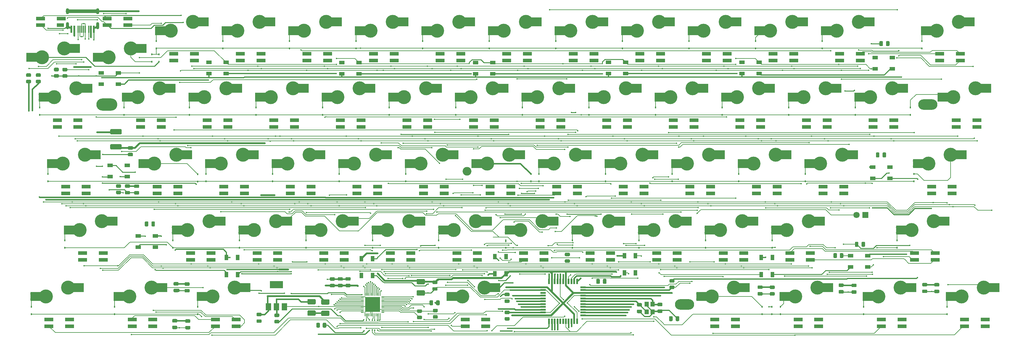
<source format=gbr>
%TF.GenerationSoftware,KiCad,Pcbnew,(5.1.10)-1*%
%TF.CreationDate,2021-07-24T22:52:40+07:00*%
%TF.ProjectId,65%_BLE,3635255f-424c-4452-9e6b-696361645f70,rev?*%
%TF.SameCoordinates,Original*%
%TF.FileFunction,Copper,L2,Bot*%
%TF.FilePolarity,Positive*%
%FSLAX46Y46*%
G04 Gerber Fmt 4.6, Leading zero omitted, Abs format (unit mm)*
G04 Created by KiCad (PCBNEW (5.1.10)-1) date 2021-07-24 22:52:40*
%MOMM*%
%LPD*%
G01*
G04 APERTURE LIST*
%TA.AperFunction,SMDPad,CuDef*%
%ADD10R,2.500000X1.100000*%
%TD*%
%TA.AperFunction,ComponentPad*%
%ADD11C,0.400000*%
%TD*%
%TA.AperFunction,ComponentPad*%
%ADD12C,0.800000*%
%TD*%
%TA.AperFunction,ComponentPad*%
%ADD13C,4.000000*%
%TD*%
%TA.AperFunction,SMDPad,CuDef*%
%ADD14R,3.500000X2.500000*%
%TD*%
%TA.AperFunction,SMDPad,CuDef*%
%ADD15R,2.000000X1.100000*%
%TD*%
%TA.AperFunction,SMDPad,CuDef*%
%ADD16R,0.450000X0.600000*%
%TD*%
%TA.AperFunction,ComponentPad*%
%ADD17O,6.000000X3.500000*%
%TD*%
%TA.AperFunction,ComponentPad*%
%ADD18O,2.500000X2.500000*%
%TD*%
%TA.AperFunction,ComponentPad*%
%ADD19O,5.500000X3.000000*%
%TD*%
%TA.AperFunction,SMDPad,CuDef*%
%ADD20R,1.000000X1.500000*%
%TD*%
%TA.AperFunction,SMDPad,CuDef*%
%ADD21R,3.800000X2.000000*%
%TD*%
%TA.AperFunction,SMDPad,CuDef*%
%ADD22R,1.500000X2.000000*%
%TD*%
%TA.AperFunction,SMDPad,CuDef*%
%ADD23R,0.550000X1.500000*%
%TD*%
%TA.AperFunction,SMDPad,CuDef*%
%ADD24R,1.500000X0.550000*%
%TD*%
%TA.AperFunction,SMDPad,CuDef*%
%ADD25R,0.600000X2.000000*%
%TD*%
%TA.AperFunction,SMDPad,CuDef*%
%ADD26R,0.300000X2.000000*%
%TD*%
%TA.AperFunction,ComponentPad*%
%ADD27O,0.900000X1.700000*%
%TD*%
%TA.AperFunction,ComponentPad*%
%ADD28O,0.900000X2.000000*%
%TD*%
%TA.AperFunction,SMDPad,CuDef*%
%ADD29R,1.500000X1.000000*%
%TD*%
%TA.AperFunction,SMDPad,CuDef*%
%ADD30R,4.200000X4.200000*%
%TD*%
%TA.AperFunction,ComponentPad*%
%ADD31R,1.800000X1.800000*%
%TD*%
%TA.AperFunction,ComponentPad*%
%ADD32C,1.800000*%
%TD*%
%TA.AperFunction,SMDPad,CuDef*%
%ADD33R,1.200000X1.400000*%
%TD*%
%TA.AperFunction,ViaPad*%
%ADD34C,0.400000*%
%TD*%
%TA.AperFunction,Conductor*%
%ADD35C,0.200000*%
%TD*%
%TA.AperFunction,Conductor*%
%ADD36C,0.500000*%
%TD*%
%TA.AperFunction,Conductor*%
%ADD37C,0.400000*%
%TD*%
%TA.AperFunction,Conductor*%
%ADD38C,0.300000*%
%TD*%
%TA.AperFunction,Conductor*%
%ADD39C,1.000000*%
%TD*%
%TA.AperFunction,Conductor*%
%ADD40C,0.250000*%
%TD*%
G04 APERTURE END LIST*
D10*
%TO.P,SW52,3*%
%TO.N,CS16*%
X237556000Y-82200000D03*
D11*
%TO.P,SW52,6*%
%TO.N,SW6*%
X238029500Y-80314800D03*
D10*
%TO.P,SW52,4*%
%TO.N,SW4*%
X243456000Y-82200000D03*
%TO.P,SW52,6*%
%TO.N,SW6*%
X237556000Y-80300000D03*
%TO.P,SW52,5*%
%TO.N,SW5*%
X243456000Y-80300000D03*
D11*
%TO.P,SW52,3*%
%TO.N,CS16*%
X236696000Y-82232500D03*
%TO.P,SW52,4*%
%TO.N,SW4*%
X242690400Y-82245200D03*
%TO.P,SW52,5*%
%TO.N,SW5*%
X243300000Y-80314800D03*
D12*
%TO.P,SW52,2*%
%TO.N,C10*%
X247110000Y-70358000D03*
%TO.P,SW52,1*%
%TO.N,Net-(D52-Pad2)*%
X232632000Y-72898000D03*
D13*
%TO.P,SW52,2*%
%TO.N,C10*%
X243046000Y-71120000D03*
D14*
%TO.P,SW52,1*%
%TO.N,Net-(D52-Pad2)*%
X233921000Y-73660000D03*
%TO.P,SW52,2*%
%TO.N,C10*%
X245848000Y-71120000D03*
D12*
%TO.P,SW52,1*%
%TO.N,Net-(D52-Pad2)*%
X232632000Y-74422000D03*
%TO.P,SW52,2*%
%TO.N,C10*%
X247110000Y-71882000D03*
D13*
%TO.P,SW52,1*%
%TO.N,Net-(D52-Pad2)*%
X236696000Y-73660000D03*
%TD*%
D11*
%TO.P,SW45,6*%
%TO.N,SW9*%
X183261000Y-42214800D03*
%TO.P,SW45,3*%
%TO.N,CS10*%
X181927500Y-44132500D03*
%TO.P,SW45,4*%
%TO.N,SW7*%
X187921900Y-44145200D03*
%TO.P,SW45,5*%
%TO.N,SW8*%
X188531500Y-42214800D03*
D12*
%TO.P,SW45,2*%
%TO.N,C9*%
X192341500Y-33782000D03*
X192341500Y-32258000D03*
D14*
%TO.P,SW45,1*%
%TO.N,Net-(D45-Pad2)*%
X179152500Y-35560000D03*
%TO.P,SW45,2*%
%TO.N,C9*%
X191079500Y-33020000D03*
D13*
X188277500Y-33020000D03*
D12*
%TO.P,SW45,1*%
%TO.N,Net-(D45-Pad2)*%
X177863500Y-36322000D03*
D13*
X181927500Y-35560000D03*
D12*
X177863500Y-34798000D03*
D10*
%TO.P,SW45,5*%
%TO.N,SW8*%
X188687500Y-42200000D03*
%TO.P,SW45,4*%
%TO.N,SW7*%
X188687500Y-44100000D03*
%TO.P,SW45,3*%
%TO.N,CS10*%
X182787500Y-44100000D03*
%TO.P,SW45,6*%
%TO.N,SW9*%
X182787500Y-42200000D03*
%TD*%
D11*
%TO.P,SW31,6*%
%TO.N,SW9*%
X126111000Y-42214800D03*
%TO.P,SW31,3*%
%TO.N,CS7*%
X124777500Y-44132500D03*
%TO.P,SW31,4*%
%TO.N,SW7*%
X130771900Y-44145200D03*
%TO.P,SW31,5*%
%TO.N,SW8*%
X131381500Y-42214800D03*
D12*
%TO.P,SW31,2*%
%TO.N,C6*%
X135191500Y-33782000D03*
X135191500Y-32258000D03*
D14*
%TO.P,SW31,1*%
%TO.N,Net-(D31-Pad2)*%
X122002500Y-35560000D03*
%TO.P,SW31,2*%
%TO.N,C6*%
X133929500Y-33020000D03*
D13*
X131127500Y-33020000D03*
D12*
%TO.P,SW31,1*%
%TO.N,Net-(D31-Pad2)*%
X120713500Y-36322000D03*
D13*
X124777500Y-35560000D03*
D12*
X120713500Y-34798000D03*
D10*
%TO.P,SW31,5*%
%TO.N,SW8*%
X131537500Y-42200000D03*
%TO.P,SW31,4*%
%TO.N,SW7*%
X131537500Y-44100000D03*
%TO.P,SW31,3*%
%TO.N,CS7*%
X125637500Y-44100000D03*
%TO.P,SW31,6*%
%TO.N,SW9*%
X125637500Y-42200000D03*
%TD*%
%TO.P,SW64,3*%
%TO.N,CS14*%
X258988000Y-25050000D03*
D11*
%TO.P,SW64,6*%
%TO.N,SW6*%
X259461500Y-23164800D03*
D10*
%TO.P,SW64,4*%
%TO.N,SW4*%
X264888000Y-25050000D03*
%TO.P,SW64,6*%
%TO.N,SW6*%
X258988000Y-23150000D03*
%TO.P,SW64,5*%
%TO.N,SW5*%
X264888000Y-23150000D03*
D11*
%TO.P,SW64,3*%
%TO.N,CS14*%
X258128000Y-25082500D03*
%TO.P,SW64,4*%
%TO.N,SW4*%
X264122400Y-25095200D03*
%TO.P,SW64,5*%
%TO.N,SW5*%
X264732000Y-23164800D03*
D12*
%TO.P,SW64,2*%
%TO.N,C13*%
X268542000Y-13208000D03*
%TO.P,SW64,1*%
%TO.N,Net-(D64-Pad2)*%
X254064000Y-15748000D03*
D13*
%TO.P,SW64,2*%
%TO.N,C13*%
X264478000Y-13970000D03*
D14*
%TO.P,SW64,1*%
%TO.N,Net-(D64-Pad2)*%
X255353000Y-16510000D03*
%TO.P,SW64,2*%
%TO.N,C13*%
X267280000Y-13970000D03*
D12*
%TO.P,SW64,1*%
%TO.N,Net-(D64-Pad2)*%
X254064000Y-17272000D03*
%TO.P,SW64,2*%
%TO.N,C13*%
X268542000Y-14732000D03*
D13*
%TO.P,SW64,1*%
%TO.N,Net-(D64-Pad2)*%
X258128000Y-16510000D03*
%TD*%
D10*
%TO.P,SW63,3*%
%TO.N,CS14*%
X254225000Y-6000000D03*
D11*
%TO.P,SW63,6*%
%TO.N,SW3*%
X254698500Y-4114800D03*
D10*
%TO.P,SW63,4*%
%TO.N,SW1*%
X260125000Y-6000000D03*
%TO.P,SW63,6*%
%TO.N,SW3*%
X254225000Y-4100000D03*
%TO.P,SW63,5*%
%TO.N,SW2*%
X260125000Y-4100000D03*
D11*
%TO.P,SW63,3*%
%TO.N,CS14*%
X253365000Y-6032500D03*
%TO.P,SW63,4*%
%TO.N,SW1*%
X259359400Y-6045200D03*
%TO.P,SW63,5*%
%TO.N,SW2*%
X259969000Y-4114800D03*
D12*
%TO.P,SW63,2*%
%TO.N,C13*%
X263779000Y5842000D03*
%TO.P,SW63,1*%
%TO.N,Net-(D63-Pad2)*%
X249301000Y3302000D03*
D13*
%TO.P,SW63,2*%
%TO.N,C13*%
X259715000Y5080000D03*
D14*
%TO.P,SW63,1*%
%TO.N,Net-(D63-Pad2)*%
X250590000Y2540000D03*
%TO.P,SW63,2*%
%TO.N,C13*%
X262517000Y5080000D03*
D12*
%TO.P,SW63,1*%
%TO.N,Net-(D63-Pad2)*%
X249301000Y1778000D03*
%TO.P,SW63,2*%
%TO.N,C13*%
X263779000Y4318000D03*
D13*
%TO.P,SW63,1*%
%TO.N,Net-(D63-Pad2)*%
X253365000Y2540000D03*
%TD*%
D10*
%TO.P,SW60,3*%
%TO.N,CS13*%
X251918100Y-44100000D03*
D11*
%TO.P,SW60,6*%
%TO.N,SW9*%
X252391600Y-42214800D03*
D10*
%TO.P,SW60,4*%
%TO.N,SW7*%
X257818100Y-44100000D03*
%TO.P,SW60,6*%
%TO.N,SW9*%
X251918100Y-42200000D03*
%TO.P,SW60,5*%
%TO.N,SW8*%
X257818100Y-42200000D03*
D11*
%TO.P,SW60,3*%
%TO.N,CS13*%
X251058100Y-44132500D03*
%TO.P,SW60,4*%
%TO.N,SW7*%
X257052500Y-44145200D03*
%TO.P,SW60,5*%
%TO.N,SW8*%
X257662100Y-42214800D03*
D12*
%TO.P,SW60,2*%
%TO.N,Net-(D60-Pad2)*%
X261472100Y-32258000D03*
%TO.P,SW60,1*%
%TO.N,C12*%
X246994100Y-34798000D03*
D13*
%TO.P,SW60,2*%
%TO.N,Net-(D60-Pad2)*%
X257408100Y-33020000D03*
D14*
%TO.P,SW60,1*%
%TO.N,C12*%
X248283100Y-35560000D03*
%TO.P,SW60,2*%
%TO.N,Net-(D60-Pad2)*%
X260210100Y-33020000D03*
D12*
%TO.P,SW60,1*%
%TO.N,C12*%
X246994100Y-36322000D03*
%TO.P,SW60,2*%
%TO.N,Net-(D60-Pad2)*%
X261472100Y-33782000D03*
D13*
%TO.P,SW60,1*%
%TO.N,C12*%
X251058100Y-35560000D03*
%TD*%
D11*
%TO.P,SW59,6*%
%TO.N,SW6*%
X235648500Y-23164800D03*
%TO.P,SW59,3*%
%TO.N,CS13*%
X234315000Y-25082500D03*
%TO.P,SW59,4*%
%TO.N,SW4*%
X240309400Y-25095200D03*
%TO.P,SW59,5*%
%TO.N,SW5*%
X240919000Y-23164800D03*
D12*
%TO.P,SW59,2*%
%TO.N,C12*%
X244729000Y-14732000D03*
X244729000Y-13208000D03*
D14*
%TO.P,SW59,1*%
%TO.N,Net-(D59-Pad2)*%
X231540000Y-16510000D03*
%TO.P,SW59,2*%
%TO.N,C12*%
X243467000Y-13970000D03*
D13*
X240665000Y-13970000D03*
D12*
%TO.P,SW59,1*%
%TO.N,Net-(D59-Pad2)*%
X230251000Y-17272000D03*
D13*
X234315000Y-16510000D03*
D12*
X230251000Y-15748000D03*
D10*
%TO.P,SW59,5*%
%TO.N,SW5*%
X241075000Y-23150000D03*
%TO.P,SW59,4*%
%TO.N,SW4*%
X241075000Y-25050000D03*
%TO.P,SW59,3*%
%TO.N,CS13*%
X235175000Y-25050000D03*
%TO.P,SW59,6*%
%TO.N,SW6*%
X235175000Y-23150000D03*
%TD*%
D11*
%TO.P,SW58,6*%
%TO.N,SW3*%
X226123500Y-4114800D03*
%TO.P,SW58,3*%
%TO.N,CS13*%
X224790000Y-6032500D03*
%TO.P,SW58,4*%
%TO.N,SW1*%
X230784400Y-6045200D03*
%TO.P,SW58,5*%
%TO.N,SW2*%
X231394000Y-4114800D03*
D12*
%TO.P,SW58,2*%
%TO.N,C12*%
X235204000Y4318000D03*
X235204000Y5842000D03*
D14*
%TO.P,SW58,1*%
%TO.N,Net-(D58-Pad2)*%
X222015000Y2540000D03*
%TO.P,SW58,2*%
%TO.N,C12*%
X233942000Y5080000D03*
D13*
X231140000Y5080000D03*
D12*
%TO.P,SW58,1*%
%TO.N,Net-(D58-Pad2)*%
X220726000Y1778000D03*
D13*
X224790000Y2540000D03*
D12*
X220726000Y3302000D03*
D10*
%TO.P,SW58,5*%
%TO.N,SW2*%
X231550000Y-4100000D03*
%TO.P,SW58,4*%
%TO.N,SW1*%
X231550000Y-6000000D03*
%TO.P,SW58,3*%
%TO.N,CS13*%
X225650000Y-6000000D03*
%TO.P,SW58,6*%
%TO.N,SW3*%
X225650000Y-4100000D03*
%TD*%
%TO.P,SW57,3*%
%TO.N,CS15*%
X261368499Y-82200000D03*
D11*
%TO.P,SW57,6*%
%TO.N,SW9*%
X261841999Y-80314800D03*
D10*
%TO.P,SW57,4*%
%TO.N,SW7*%
X267268499Y-82200000D03*
%TO.P,SW57,6*%
%TO.N,SW9*%
X261368499Y-80300000D03*
%TO.P,SW57,5*%
%TO.N,SW8*%
X267268499Y-80300000D03*
D11*
%TO.P,SW57,3*%
%TO.N,CS15*%
X260508499Y-82232500D03*
%TO.P,SW57,4*%
%TO.N,SW7*%
X266502899Y-82245200D03*
%TO.P,SW57,5*%
%TO.N,SW8*%
X267112499Y-80314800D03*
D12*
%TO.P,SW57,2*%
%TO.N,C11*%
X270922499Y-70358000D03*
%TO.P,SW57,1*%
%TO.N,Net-(D57-Pad2)*%
X256444499Y-72898000D03*
D13*
%TO.P,SW57,2*%
%TO.N,C11*%
X266858499Y-71120000D03*
D14*
%TO.P,SW57,1*%
%TO.N,Net-(D57-Pad2)*%
X257733499Y-73660000D03*
%TO.P,SW57,2*%
%TO.N,C11*%
X269660499Y-71120000D03*
D12*
%TO.P,SW57,1*%
%TO.N,Net-(D57-Pad2)*%
X256444499Y-74422000D03*
%TO.P,SW57,2*%
%TO.N,C11*%
X270922499Y-71882000D03*
D13*
%TO.P,SW57,1*%
%TO.N,Net-(D57-Pad2)*%
X260508499Y-73660000D03*
%TD*%
D10*
%TO.P,SW56,3*%
%TO.N,CS12*%
X247081500Y-63150000D03*
D11*
%TO.P,SW56,6*%
%TO.N,SW12*%
X247555000Y-61264800D03*
D10*
%TO.P,SW56,4*%
%TO.N,SW10*%
X252981500Y-63150000D03*
%TO.P,SW56,6*%
%TO.N,SW12*%
X247081500Y-61250000D03*
%TO.P,SW56,5*%
%TO.N,SW11*%
X252981500Y-61250000D03*
D11*
%TO.P,SW56,3*%
%TO.N,CS12*%
X246221500Y-63182500D03*
%TO.P,SW56,4*%
%TO.N,SW10*%
X252215900Y-63195200D03*
%TO.P,SW56,5*%
%TO.N,SW11*%
X252825500Y-61264800D03*
D12*
%TO.P,SW56,2*%
%TO.N,C11*%
X256635500Y-51308000D03*
%TO.P,SW56,1*%
%TO.N,Net-(D56-Pad2)*%
X242157500Y-53848000D03*
D13*
%TO.P,SW56,2*%
%TO.N,C11*%
X252571500Y-52070000D03*
D14*
%TO.P,SW56,1*%
%TO.N,Net-(D56-Pad2)*%
X243446500Y-54610000D03*
%TO.P,SW56,2*%
%TO.N,C11*%
X255373500Y-52070000D03*
D12*
%TO.P,SW56,1*%
%TO.N,Net-(D56-Pad2)*%
X242157500Y-55372000D03*
%TO.P,SW56,2*%
%TO.N,C11*%
X256635500Y-52832000D03*
D13*
%TO.P,SW56,1*%
%TO.N,Net-(D56-Pad2)*%
X246221500Y-54610000D03*
%TD*%
D11*
%TO.P,SW55,6*%
%TO.N,SW9*%
X221361000Y-42214800D03*
%TO.P,SW55,3*%
%TO.N,CS12*%
X220027500Y-44132500D03*
%TO.P,SW55,4*%
%TO.N,SW7*%
X226021900Y-44145200D03*
%TO.P,SW55,5*%
%TO.N,SW8*%
X226631500Y-42214800D03*
D12*
%TO.P,SW55,2*%
%TO.N,C11*%
X230441500Y-33782000D03*
X230441500Y-32258000D03*
D14*
%TO.P,SW55,1*%
%TO.N,Net-(D55-Pad2)*%
X217252500Y-35560000D03*
%TO.P,SW55,2*%
%TO.N,C11*%
X229179500Y-33020000D03*
D13*
X226377500Y-33020000D03*
D12*
%TO.P,SW55,1*%
%TO.N,Net-(D55-Pad2)*%
X215963500Y-36322000D03*
D13*
X220027500Y-35560000D03*
D12*
X215963500Y-34798000D03*
D10*
%TO.P,SW55,5*%
%TO.N,SW8*%
X226787500Y-42200000D03*
%TO.P,SW55,4*%
%TO.N,SW7*%
X226787500Y-44100000D03*
%TO.P,SW55,3*%
%TO.N,CS12*%
X220887500Y-44100000D03*
%TO.P,SW55,6*%
%TO.N,SW9*%
X220887500Y-42200000D03*
%TD*%
D11*
%TO.P,SW54,6*%
%TO.N,SW6*%
X216598500Y-23164800D03*
%TO.P,SW54,3*%
%TO.N,CS12*%
X215265000Y-25082500D03*
%TO.P,SW54,4*%
%TO.N,SW4*%
X221259400Y-25095200D03*
%TO.P,SW54,5*%
%TO.N,SW5*%
X221869000Y-23164800D03*
D12*
%TO.P,SW54,2*%
%TO.N,C11*%
X225679000Y-14732000D03*
X225679000Y-13208000D03*
D14*
%TO.P,SW54,1*%
%TO.N,Net-(D54-Pad2)*%
X212490000Y-16510000D03*
%TO.P,SW54,2*%
%TO.N,C11*%
X224417000Y-13970000D03*
D13*
X221615000Y-13970000D03*
D12*
%TO.P,SW54,1*%
%TO.N,Net-(D54-Pad2)*%
X211201000Y-17272000D03*
D13*
X215265000Y-16510000D03*
D12*
X211201000Y-15748000D03*
D10*
%TO.P,SW54,5*%
%TO.N,SW5*%
X222025000Y-23150000D03*
%TO.P,SW54,4*%
%TO.N,SW4*%
X222025000Y-25050000D03*
%TO.P,SW54,3*%
%TO.N,CS12*%
X216125000Y-25050000D03*
%TO.P,SW54,6*%
%TO.N,SW6*%
X216125000Y-23150000D03*
%TD*%
D11*
%TO.P,SW53,6*%
%TO.N,SW3*%
X207073500Y-4114800D03*
%TO.P,SW53,3*%
%TO.N,CS12*%
X205740000Y-6032500D03*
%TO.P,SW53,4*%
%TO.N,SW1*%
X211734400Y-6045200D03*
%TO.P,SW53,5*%
%TO.N,SW2*%
X212344000Y-4114800D03*
D12*
%TO.P,SW53,2*%
%TO.N,C11*%
X216154000Y4318000D03*
X216154000Y5842000D03*
D14*
%TO.P,SW53,1*%
%TO.N,Net-(D53-Pad2)*%
X202965000Y2540000D03*
%TO.P,SW53,2*%
%TO.N,C11*%
X214892000Y5080000D03*
D13*
X212090000Y5080000D03*
D12*
%TO.P,SW53,1*%
%TO.N,Net-(D53-Pad2)*%
X201676000Y1778000D03*
D13*
X205740000Y2540000D03*
D12*
X201676000Y3302000D03*
D10*
%TO.P,SW53,5*%
%TO.N,SW2*%
X212500000Y-4100000D03*
%TO.P,SW53,4*%
%TO.N,SW1*%
X212500000Y-6000000D03*
%TO.P,SW53,3*%
%TO.N,CS12*%
X206600000Y-6000000D03*
%TO.P,SW53,6*%
%TO.N,SW3*%
X206600000Y-4100000D03*
%TD*%
D11*
%TO.P,SW51,6*%
%TO.N,SW12*%
X211836000Y-61264800D03*
%TO.P,SW51,3*%
%TO.N,CS11*%
X210502500Y-63182500D03*
%TO.P,SW51,4*%
%TO.N,SW10*%
X216496900Y-63195200D03*
%TO.P,SW51,5*%
%TO.N,SW11*%
X217106500Y-61264800D03*
D12*
%TO.P,SW51,2*%
%TO.N,C10*%
X220916500Y-52832000D03*
X220916500Y-51308000D03*
D14*
%TO.P,SW51,1*%
%TO.N,Net-(D51-Pad2)*%
X207727500Y-54610000D03*
%TO.P,SW51,2*%
%TO.N,C10*%
X219654500Y-52070000D03*
D13*
X216852500Y-52070000D03*
D12*
%TO.P,SW51,1*%
%TO.N,Net-(D51-Pad2)*%
X206438500Y-55372000D03*
D13*
X210502500Y-54610000D03*
D12*
X206438500Y-53848000D03*
D10*
%TO.P,SW51,5*%
%TO.N,SW11*%
X217262500Y-61250000D03*
%TO.P,SW51,4*%
%TO.N,SW10*%
X217262500Y-63150000D03*
%TO.P,SW51,3*%
%TO.N,CS11*%
X211362500Y-63150000D03*
%TO.P,SW51,6*%
%TO.N,SW12*%
X211362500Y-61250000D03*
%TD*%
D11*
%TO.P,SW50,6*%
%TO.N,SW9*%
X202311000Y-42214800D03*
%TO.P,SW50,3*%
%TO.N,CS11*%
X200977500Y-44132500D03*
%TO.P,SW50,4*%
%TO.N,SW7*%
X206971900Y-44145200D03*
%TO.P,SW50,5*%
%TO.N,SW8*%
X207581500Y-42214800D03*
D12*
%TO.P,SW50,2*%
%TO.N,C10*%
X211391500Y-33782000D03*
X211391500Y-32258000D03*
D14*
%TO.P,SW50,1*%
%TO.N,Net-(D50-Pad2)*%
X198202500Y-35560000D03*
%TO.P,SW50,2*%
%TO.N,C10*%
X210129500Y-33020000D03*
D13*
X207327500Y-33020000D03*
D12*
%TO.P,SW50,1*%
%TO.N,Net-(D50-Pad2)*%
X196913500Y-36322000D03*
D13*
X200977500Y-35560000D03*
D12*
X196913500Y-34798000D03*
D10*
%TO.P,SW50,5*%
%TO.N,SW8*%
X207737500Y-42200000D03*
%TO.P,SW50,4*%
%TO.N,SW7*%
X207737500Y-44100000D03*
%TO.P,SW50,3*%
%TO.N,CS11*%
X201837500Y-44100000D03*
%TO.P,SW50,6*%
%TO.N,SW9*%
X201837500Y-42200000D03*
%TD*%
D11*
%TO.P,SW49,6*%
%TO.N,SW6*%
X197548500Y-23164800D03*
%TO.P,SW49,3*%
%TO.N,CS11*%
X196215000Y-25082500D03*
%TO.P,SW49,4*%
%TO.N,SW4*%
X202209400Y-25095200D03*
%TO.P,SW49,5*%
%TO.N,SW5*%
X202819000Y-23164800D03*
D12*
%TO.P,SW49,2*%
%TO.N,C10*%
X206629000Y-14732000D03*
X206629000Y-13208000D03*
D14*
%TO.P,SW49,1*%
%TO.N,Net-(D49-Pad2)*%
X193440000Y-16510000D03*
%TO.P,SW49,2*%
%TO.N,C10*%
X205367000Y-13970000D03*
D13*
X202565000Y-13970000D03*
D12*
%TO.P,SW49,1*%
%TO.N,Net-(D49-Pad2)*%
X192151000Y-17272000D03*
D13*
X196215000Y-16510000D03*
D12*
X192151000Y-15748000D03*
D10*
%TO.P,SW49,5*%
%TO.N,SW5*%
X202975000Y-23150000D03*
%TO.P,SW49,4*%
%TO.N,SW4*%
X202975000Y-25050000D03*
%TO.P,SW49,3*%
%TO.N,CS11*%
X197075000Y-25050000D03*
%TO.P,SW49,6*%
%TO.N,SW6*%
X197075000Y-23150000D03*
%TD*%
D11*
%TO.P,SW48,6*%
%TO.N,SW3*%
X188023500Y-4114800D03*
%TO.P,SW48,3*%
%TO.N,CS11*%
X186690000Y-6032500D03*
%TO.P,SW48,4*%
%TO.N,SW1*%
X192684400Y-6045200D03*
%TO.P,SW48,5*%
%TO.N,SW2*%
X193294000Y-4114800D03*
D12*
%TO.P,SW48,2*%
%TO.N,C10*%
X197104000Y4318000D03*
X197104000Y5842000D03*
D14*
%TO.P,SW48,1*%
%TO.N,Net-(D48-Pad2)*%
X183915000Y2540000D03*
%TO.P,SW48,2*%
%TO.N,C10*%
X195842000Y5080000D03*
D13*
X193040000Y5080000D03*
D12*
%TO.P,SW48,1*%
%TO.N,Net-(D48-Pad2)*%
X182626000Y1778000D03*
D13*
X186690000Y2540000D03*
D12*
X182626000Y3302000D03*
D10*
%TO.P,SW48,5*%
%TO.N,SW2*%
X193450000Y-4100000D03*
%TO.P,SW48,4*%
%TO.N,SW1*%
X193450000Y-6000000D03*
%TO.P,SW48,3*%
%TO.N,CS11*%
X187550000Y-6000000D03*
%TO.P,SW48,6*%
%TO.N,SW3*%
X187550000Y-4100000D03*
%TD*%
%TO.P,SW47,3*%
%TO.N,CS15*%
X213743500Y-82200000D03*
D11*
%TO.P,SW47,6*%
%TO.N,SW6*%
X214217000Y-80314800D03*
D10*
%TO.P,SW47,4*%
%TO.N,SW4*%
X219643500Y-82200000D03*
%TO.P,SW47,6*%
%TO.N,SW6*%
X213743500Y-80300000D03*
%TO.P,SW47,5*%
%TO.N,SW5*%
X219643500Y-80300000D03*
D11*
%TO.P,SW47,3*%
%TO.N,CS15*%
X212883500Y-82232500D03*
%TO.P,SW47,4*%
%TO.N,SW4*%
X218877900Y-82245200D03*
%TO.P,SW47,5*%
%TO.N,SW5*%
X219487500Y-80314800D03*
D12*
%TO.P,SW47,2*%
%TO.N,C9*%
X223297500Y-70358000D03*
%TO.P,SW47,1*%
%TO.N,Net-(D47-Pad2)*%
X208819500Y-72898000D03*
D13*
%TO.P,SW47,2*%
%TO.N,C9*%
X219233500Y-71120000D03*
D14*
%TO.P,SW47,1*%
%TO.N,Net-(D47-Pad2)*%
X210108500Y-73660000D03*
%TO.P,SW47,2*%
%TO.N,C9*%
X222035500Y-71120000D03*
D12*
%TO.P,SW47,1*%
%TO.N,Net-(D47-Pad2)*%
X208819500Y-74422000D03*
%TO.P,SW47,2*%
%TO.N,C9*%
X223297500Y-71882000D03*
D13*
%TO.P,SW47,1*%
%TO.N,Net-(D47-Pad2)*%
X212883500Y-73660000D03*
%TD*%
D11*
%TO.P,SW46,6*%
%TO.N,SW12*%
X192786000Y-61264800D03*
%TO.P,SW46,3*%
%TO.N,CS10*%
X191452500Y-63182500D03*
%TO.P,SW46,4*%
%TO.N,SW10*%
X197446900Y-63195200D03*
%TO.P,SW46,5*%
%TO.N,SW11*%
X198056500Y-61264800D03*
D12*
%TO.P,SW46,2*%
%TO.N,C9*%
X201866500Y-52832000D03*
X201866500Y-51308000D03*
D14*
%TO.P,SW46,1*%
%TO.N,Net-(D46-Pad2)*%
X188677500Y-54610000D03*
%TO.P,SW46,2*%
%TO.N,C9*%
X200604500Y-52070000D03*
D13*
X197802500Y-52070000D03*
D12*
%TO.P,SW46,1*%
%TO.N,Net-(D46-Pad2)*%
X187388500Y-55372000D03*
D13*
X191452500Y-54610000D03*
D12*
X187388500Y-53848000D03*
D10*
%TO.P,SW46,5*%
%TO.N,SW11*%
X198212500Y-61250000D03*
%TO.P,SW46,4*%
%TO.N,SW10*%
X198212500Y-63150000D03*
%TO.P,SW46,3*%
%TO.N,CS10*%
X192312500Y-63150000D03*
%TO.P,SW46,6*%
%TO.N,SW12*%
X192312500Y-61250000D03*
%TD*%
D11*
%TO.P,SW44,6*%
%TO.N,SW6*%
X178498500Y-23164800D03*
%TO.P,SW44,3*%
%TO.N,CS10*%
X177165000Y-25082500D03*
%TO.P,SW44,4*%
%TO.N,SW4*%
X183159400Y-25095200D03*
%TO.P,SW44,5*%
%TO.N,SW5*%
X183769000Y-23164800D03*
D12*
%TO.P,SW44,2*%
%TO.N,C9*%
X187579000Y-14732000D03*
X187579000Y-13208000D03*
D14*
%TO.P,SW44,1*%
%TO.N,Net-(D44-Pad2)*%
X174390000Y-16510000D03*
%TO.P,SW44,2*%
%TO.N,C9*%
X186317000Y-13970000D03*
D13*
X183515000Y-13970000D03*
D12*
%TO.P,SW44,1*%
%TO.N,Net-(D44-Pad2)*%
X173101000Y-17272000D03*
D13*
X177165000Y-16510000D03*
D12*
X173101000Y-15748000D03*
D10*
%TO.P,SW44,5*%
%TO.N,SW5*%
X183925000Y-23150000D03*
%TO.P,SW44,4*%
%TO.N,SW4*%
X183925000Y-25050000D03*
%TO.P,SW44,3*%
%TO.N,CS10*%
X178025000Y-25050000D03*
%TO.P,SW44,6*%
%TO.N,SW6*%
X178025000Y-23150000D03*
%TD*%
D11*
%TO.P,SW43,6*%
%TO.N,SW3*%
X168973500Y-4114800D03*
%TO.P,SW43,3*%
%TO.N,CS10*%
X167640000Y-6032500D03*
%TO.P,SW43,4*%
%TO.N,SW1*%
X173634400Y-6045200D03*
%TO.P,SW43,5*%
%TO.N,SW2*%
X174244000Y-4114800D03*
D12*
%TO.P,SW43,2*%
%TO.N,C9*%
X178054000Y4318000D03*
X178054000Y5842000D03*
D14*
%TO.P,SW43,1*%
%TO.N,Net-(D43-Pad2)*%
X164865000Y2540000D03*
%TO.P,SW43,2*%
%TO.N,C9*%
X176792000Y5080000D03*
D13*
X173990000Y5080000D03*
D12*
%TO.P,SW43,1*%
%TO.N,Net-(D43-Pad2)*%
X163576000Y1778000D03*
D13*
X167640000Y2540000D03*
D12*
X163576000Y3302000D03*
D10*
%TO.P,SW43,5*%
%TO.N,SW2*%
X174400000Y-4100000D03*
%TO.P,SW43,4*%
%TO.N,SW1*%
X174400000Y-6000000D03*
%TO.P,SW43,3*%
%TO.N,CS10*%
X168500000Y-6000000D03*
%TO.P,SW43,6*%
%TO.N,SW3*%
X168500000Y-4100000D03*
%TD*%
%TO.P,SW42,3*%
%TO.N,CS16*%
X189931000Y-82200000D03*
D11*
%TO.P,SW42,6*%
%TO.N,SW3*%
X190404500Y-80314800D03*
D10*
%TO.P,SW42,4*%
%TO.N,SW1*%
X195831000Y-82200000D03*
%TO.P,SW42,6*%
%TO.N,SW3*%
X189931000Y-80300000D03*
%TO.P,SW42,5*%
%TO.N,SW2*%
X195831000Y-80300000D03*
D11*
%TO.P,SW42,3*%
%TO.N,CS16*%
X189071000Y-82232500D03*
%TO.P,SW42,4*%
%TO.N,SW1*%
X195065400Y-82245200D03*
%TO.P,SW42,5*%
%TO.N,SW2*%
X195675000Y-80314800D03*
D12*
%TO.P,SW42,2*%
%TO.N,C8*%
X199485000Y-70358000D03*
%TO.P,SW42,1*%
%TO.N,Net-(D42-Pad2)*%
X185007000Y-72898000D03*
D13*
%TO.P,SW42,2*%
%TO.N,C8*%
X195421000Y-71120000D03*
D14*
%TO.P,SW42,1*%
%TO.N,Net-(D42-Pad2)*%
X186296000Y-73660000D03*
%TO.P,SW42,2*%
%TO.N,C8*%
X198223000Y-71120000D03*
D12*
%TO.P,SW42,1*%
%TO.N,Net-(D42-Pad2)*%
X185007000Y-74422000D03*
%TO.P,SW42,2*%
%TO.N,C8*%
X199485000Y-71882000D03*
D13*
%TO.P,SW42,1*%
%TO.N,Net-(D42-Pad2)*%
X189071000Y-73660000D03*
%TD*%
D11*
%TO.P,SW41,6*%
%TO.N,SW12*%
X173736000Y-61264800D03*
%TO.P,SW41,3*%
%TO.N,CS9*%
X172402500Y-63182500D03*
%TO.P,SW41,4*%
%TO.N,SW10*%
X178396900Y-63195200D03*
%TO.P,SW41,5*%
%TO.N,SW11*%
X179006500Y-61264800D03*
D12*
%TO.P,SW41,2*%
%TO.N,C8*%
X182816500Y-52832000D03*
X182816500Y-51308000D03*
D14*
%TO.P,SW41,1*%
%TO.N,Net-(D41-Pad2)*%
X169627500Y-54610000D03*
%TO.P,SW41,2*%
%TO.N,C8*%
X181554500Y-52070000D03*
D13*
X178752500Y-52070000D03*
D12*
%TO.P,SW41,1*%
%TO.N,Net-(D41-Pad2)*%
X168338500Y-55372000D03*
D13*
X172402500Y-54610000D03*
D12*
X168338500Y-53848000D03*
D10*
%TO.P,SW41,5*%
%TO.N,SW11*%
X179162500Y-61250000D03*
%TO.P,SW41,4*%
%TO.N,SW10*%
X179162500Y-63150000D03*
%TO.P,SW41,3*%
%TO.N,CS9*%
X173262500Y-63150000D03*
%TO.P,SW41,6*%
%TO.N,SW12*%
X173262500Y-61250000D03*
%TD*%
D11*
%TO.P,SW40,6*%
%TO.N,SW9*%
X164211000Y-42214800D03*
%TO.P,SW40,3*%
%TO.N,CS9*%
X162877500Y-44132500D03*
%TO.P,SW40,4*%
%TO.N,SW7*%
X168871900Y-44145200D03*
%TO.P,SW40,5*%
%TO.N,SW8*%
X169481500Y-42214800D03*
D12*
%TO.P,SW40,2*%
%TO.N,C8*%
X173291500Y-33782000D03*
X173291500Y-32258000D03*
D14*
%TO.P,SW40,1*%
%TO.N,Net-(D40-Pad2)*%
X160102500Y-35560000D03*
%TO.P,SW40,2*%
%TO.N,C8*%
X172029500Y-33020000D03*
D13*
X169227500Y-33020000D03*
D12*
%TO.P,SW40,1*%
%TO.N,Net-(D40-Pad2)*%
X158813500Y-36322000D03*
D13*
X162877500Y-35560000D03*
D12*
X158813500Y-34798000D03*
D10*
%TO.P,SW40,5*%
%TO.N,SW8*%
X169637500Y-42200000D03*
%TO.P,SW40,4*%
%TO.N,SW7*%
X169637500Y-44100000D03*
%TO.P,SW40,3*%
%TO.N,CS9*%
X163737500Y-44100000D03*
%TO.P,SW40,6*%
%TO.N,SW9*%
X163737500Y-42200000D03*
%TD*%
D11*
%TO.P,SW39,6*%
%TO.N,SW6*%
X159448500Y-23164800D03*
%TO.P,SW39,3*%
%TO.N,CS9*%
X158115000Y-25082500D03*
%TO.P,SW39,4*%
%TO.N,SW4*%
X164109400Y-25095200D03*
%TO.P,SW39,5*%
%TO.N,SW5*%
X164719000Y-23164800D03*
D12*
%TO.P,SW39,2*%
%TO.N,C8*%
X168529000Y-14732000D03*
X168529000Y-13208000D03*
D14*
%TO.P,SW39,1*%
%TO.N,Net-(D39-Pad2)*%
X155340000Y-16510000D03*
%TO.P,SW39,2*%
%TO.N,C8*%
X167267000Y-13970000D03*
D13*
X164465000Y-13970000D03*
D12*
%TO.P,SW39,1*%
%TO.N,Net-(D39-Pad2)*%
X154051000Y-17272000D03*
D13*
X158115000Y-16510000D03*
D12*
X154051000Y-15748000D03*
D10*
%TO.P,SW39,5*%
%TO.N,SW5*%
X164875000Y-23150000D03*
%TO.P,SW39,4*%
%TO.N,SW4*%
X164875000Y-25050000D03*
%TO.P,SW39,3*%
%TO.N,CS9*%
X158975000Y-25050000D03*
%TO.P,SW39,6*%
%TO.N,SW6*%
X158975000Y-23150000D03*
%TD*%
D11*
%TO.P,SW38,6*%
%TO.N,SW3*%
X149923500Y-4114800D03*
%TO.P,SW38,3*%
%TO.N,CS9*%
X148590000Y-6032500D03*
%TO.P,SW38,4*%
%TO.N,SW1*%
X154584400Y-6045200D03*
%TO.P,SW38,5*%
%TO.N,SW2*%
X155194000Y-4114800D03*
D12*
%TO.P,SW38,2*%
%TO.N,C8*%
X159004000Y4318000D03*
X159004000Y5842000D03*
D14*
%TO.P,SW38,1*%
%TO.N,Net-(D38-Pad2)*%
X145815000Y2540000D03*
%TO.P,SW38,2*%
%TO.N,C8*%
X157742000Y5080000D03*
D13*
X154940000Y5080000D03*
D12*
%TO.P,SW38,1*%
%TO.N,Net-(D38-Pad2)*%
X144526000Y1778000D03*
D13*
X148590000Y2540000D03*
D12*
X144526000Y3302000D03*
D10*
%TO.P,SW38,5*%
%TO.N,SW2*%
X155350000Y-4100000D03*
%TO.P,SW38,4*%
%TO.N,SW1*%
X155350000Y-6000000D03*
%TO.P,SW38,3*%
%TO.N,CS9*%
X149450000Y-6000000D03*
%TO.P,SW38,6*%
%TO.N,SW3*%
X149450000Y-4100000D03*
%TD*%
D11*
%TO.P,SW37,6*%
%TO.N,SW12*%
X154686000Y-61264800D03*
%TO.P,SW37,3*%
%TO.N,CS8*%
X153352500Y-63182500D03*
%TO.P,SW37,4*%
%TO.N,SW10*%
X159346900Y-63195200D03*
%TO.P,SW37,5*%
%TO.N,SW11*%
X159956500Y-61264800D03*
D12*
%TO.P,SW37,2*%
%TO.N,C7*%
X163766500Y-52832000D03*
X163766500Y-51308000D03*
D14*
%TO.P,SW37,1*%
%TO.N,Net-(D37-Pad2)*%
X150577500Y-54610000D03*
%TO.P,SW37,2*%
%TO.N,C7*%
X162504500Y-52070000D03*
D13*
X159702500Y-52070000D03*
D12*
%TO.P,SW37,1*%
%TO.N,Net-(D37-Pad2)*%
X149288500Y-55372000D03*
D13*
X153352500Y-54610000D03*
D12*
X149288500Y-53848000D03*
D10*
%TO.P,SW37,5*%
%TO.N,SW11*%
X160112500Y-61250000D03*
%TO.P,SW37,4*%
%TO.N,SW10*%
X160112500Y-63150000D03*
%TO.P,SW37,3*%
%TO.N,CS8*%
X154212500Y-63150000D03*
%TO.P,SW37,6*%
%TO.N,SW12*%
X154212500Y-61250000D03*
%TD*%
D11*
%TO.P,SW36,6*%
%TO.N,SW9*%
X145161000Y-42214800D03*
%TO.P,SW36,3*%
%TO.N,CS8*%
X143827500Y-44132500D03*
%TO.P,SW36,4*%
%TO.N,SW7*%
X149821900Y-44145200D03*
%TO.P,SW36,5*%
%TO.N,SW8*%
X150431500Y-42214800D03*
D12*
%TO.P,SW36,2*%
%TO.N,C7*%
X154241500Y-33782000D03*
X154241500Y-32258000D03*
D14*
%TO.P,SW36,1*%
%TO.N,Net-(D36-Pad2)*%
X141052500Y-35560000D03*
%TO.P,SW36,2*%
%TO.N,C7*%
X152979500Y-33020000D03*
D13*
X150177500Y-33020000D03*
D12*
%TO.P,SW36,1*%
%TO.N,Net-(D36-Pad2)*%
X139763500Y-36322000D03*
D13*
X143827500Y-35560000D03*
D12*
X139763500Y-34798000D03*
D10*
%TO.P,SW36,5*%
%TO.N,SW8*%
X150587500Y-42200000D03*
%TO.P,SW36,4*%
%TO.N,SW7*%
X150587500Y-44100000D03*
%TO.P,SW36,3*%
%TO.N,CS8*%
X144687500Y-44100000D03*
%TO.P,SW36,6*%
%TO.N,SW9*%
X144687500Y-42200000D03*
%TD*%
D11*
%TO.P,SW35,6*%
%TO.N,SW6*%
X140398500Y-23164800D03*
%TO.P,SW35,3*%
%TO.N,CS8*%
X139065000Y-25082500D03*
%TO.P,SW35,4*%
%TO.N,SW4*%
X145059400Y-25095200D03*
%TO.P,SW35,5*%
%TO.N,SW5*%
X145669000Y-23164800D03*
D12*
%TO.P,SW35,2*%
%TO.N,C7*%
X149479000Y-14732000D03*
X149479000Y-13208000D03*
D14*
%TO.P,SW35,1*%
%TO.N,Net-(D35-Pad2)*%
X136290000Y-16510000D03*
%TO.P,SW35,2*%
%TO.N,C7*%
X148217000Y-13970000D03*
D13*
X145415000Y-13970000D03*
D12*
%TO.P,SW35,1*%
%TO.N,Net-(D35-Pad2)*%
X135001000Y-17272000D03*
D13*
X139065000Y-16510000D03*
D12*
X135001000Y-15748000D03*
D10*
%TO.P,SW35,5*%
%TO.N,SW5*%
X145825000Y-23150000D03*
%TO.P,SW35,4*%
%TO.N,SW4*%
X145825000Y-25050000D03*
%TO.P,SW35,3*%
%TO.N,CS8*%
X139925000Y-25050000D03*
%TO.P,SW35,6*%
%TO.N,SW6*%
X139925000Y-23150000D03*
%TD*%
D11*
%TO.P,SW34,6*%
%TO.N,SW3*%
X130873500Y-4114800D03*
%TO.P,SW34,3*%
%TO.N,CS8*%
X129540000Y-6032500D03*
%TO.P,SW34,4*%
%TO.N,SW1*%
X135534400Y-6045200D03*
%TO.P,SW34,5*%
%TO.N,SW2*%
X136144000Y-4114800D03*
D12*
%TO.P,SW34,2*%
%TO.N,C7*%
X139954000Y4318000D03*
X139954000Y5842000D03*
D14*
%TO.P,SW34,1*%
%TO.N,Net-(D34-Pad2)*%
X126765000Y2540000D03*
%TO.P,SW34,2*%
%TO.N,C7*%
X138692000Y5080000D03*
D13*
X135890000Y5080000D03*
D12*
%TO.P,SW34,1*%
%TO.N,Net-(D34-Pad2)*%
X125476000Y1778000D03*
D13*
X129540000Y2540000D03*
D12*
X125476000Y3302000D03*
D10*
%TO.P,SW34,5*%
%TO.N,SW2*%
X136300000Y-4100000D03*
%TO.P,SW34,4*%
%TO.N,SW1*%
X136300000Y-6000000D03*
%TO.P,SW34,3*%
%TO.N,CS8*%
X130400000Y-6000000D03*
%TO.P,SW34,6*%
%TO.N,SW3*%
X130400000Y-4100000D03*
%TD*%
%TO.P,SW33,3*%
%TO.N,CS15*%
X118493500Y-82200000D03*
D11*
%TO.P,SW33,6*%
%TO.N,SW3*%
X118967000Y-80314800D03*
D10*
%TO.P,SW33,4*%
%TO.N,SW1*%
X124393500Y-82200000D03*
%TO.P,SW33,6*%
%TO.N,SW3*%
X118493500Y-80300000D03*
%TO.P,SW33,5*%
%TO.N,SW2*%
X124393500Y-80300000D03*
D11*
%TO.P,SW33,3*%
%TO.N,CS15*%
X117633500Y-82232500D03*
%TO.P,SW33,4*%
%TO.N,SW1*%
X123627900Y-82245200D03*
%TO.P,SW33,5*%
%TO.N,SW2*%
X124237500Y-80314800D03*
D12*
%TO.P,SW33,2*%
%TO.N,C5*%
X128047500Y-70358000D03*
%TO.P,SW33,1*%
%TO.N,Net-(D33-Pad2)*%
X113569500Y-72898000D03*
D13*
%TO.P,SW33,2*%
%TO.N,C5*%
X123983500Y-71120000D03*
D14*
%TO.P,SW33,1*%
%TO.N,Net-(D33-Pad2)*%
X114858500Y-73660000D03*
%TO.P,SW33,2*%
%TO.N,C5*%
X126785500Y-71120000D03*
D12*
%TO.P,SW33,1*%
%TO.N,Net-(D33-Pad2)*%
X113569500Y-74422000D03*
%TO.P,SW33,2*%
%TO.N,C5*%
X128047500Y-71882000D03*
D13*
%TO.P,SW33,1*%
%TO.N,Net-(D33-Pad2)*%
X117633500Y-73660000D03*
%TD*%
D11*
%TO.P,SW32,6*%
%TO.N,SW12*%
X135636000Y-61264800D03*
%TO.P,SW32,3*%
%TO.N,CS7*%
X134302500Y-63182500D03*
%TO.P,SW32,4*%
%TO.N,SW10*%
X140296900Y-63195200D03*
%TO.P,SW32,5*%
%TO.N,SW11*%
X140906500Y-61264800D03*
D12*
%TO.P,SW32,2*%
%TO.N,C6*%
X144716500Y-52832000D03*
X144716500Y-51308000D03*
D14*
%TO.P,SW32,1*%
%TO.N,Net-(D32-Pad2)*%
X131527500Y-54610000D03*
%TO.P,SW32,2*%
%TO.N,C6*%
X143454500Y-52070000D03*
D13*
X140652500Y-52070000D03*
D12*
%TO.P,SW32,1*%
%TO.N,Net-(D32-Pad2)*%
X130238500Y-55372000D03*
D13*
X134302500Y-54610000D03*
D12*
X130238500Y-53848000D03*
D10*
%TO.P,SW32,5*%
%TO.N,SW11*%
X141062500Y-61250000D03*
%TO.P,SW32,4*%
%TO.N,SW10*%
X141062500Y-63150000D03*
%TO.P,SW32,3*%
%TO.N,CS7*%
X135162500Y-63150000D03*
%TO.P,SW32,6*%
%TO.N,SW12*%
X135162500Y-61250000D03*
%TD*%
D11*
%TO.P,SW30,6*%
%TO.N,SW6*%
X121348500Y-23164800D03*
%TO.P,SW30,3*%
%TO.N,CS7*%
X120015000Y-25082500D03*
%TO.P,SW30,4*%
%TO.N,SW4*%
X126009400Y-25095200D03*
%TO.P,SW30,5*%
%TO.N,SW5*%
X126619000Y-23164800D03*
D12*
%TO.P,SW30,2*%
%TO.N,C6*%
X130429000Y-14732000D03*
X130429000Y-13208000D03*
D14*
%TO.P,SW30,1*%
%TO.N,Net-(D30-Pad2)*%
X117240000Y-16510000D03*
%TO.P,SW30,2*%
%TO.N,C6*%
X129167000Y-13970000D03*
D13*
X126365000Y-13970000D03*
D12*
%TO.P,SW30,1*%
%TO.N,Net-(D30-Pad2)*%
X115951000Y-17272000D03*
D13*
X120015000Y-16510000D03*
D12*
X115951000Y-15748000D03*
D10*
%TO.P,SW30,5*%
%TO.N,SW5*%
X126775000Y-23150000D03*
%TO.P,SW30,4*%
%TO.N,SW4*%
X126775000Y-25050000D03*
%TO.P,SW30,3*%
%TO.N,CS7*%
X120875000Y-25050000D03*
%TO.P,SW30,6*%
%TO.N,SW6*%
X120875000Y-23150000D03*
%TD*%
D11*
%TO.P,SW29,6*%
%TO.N,SW3*%
X111823500Y-4114800D03*
%TO.P,SW29,3*%
%TO.N,CS7*%
X110490000Y-6032500D03*
%TO.P,SW29,4*%
%TO.N,SW1*%
X116484400Y-6045200D03*
%TO.P,SW29,5*%
%TO.N,SW2*%
X117094000Y-4114800D03*
D12*
%TO.P,SW29,2*%
%TO.N,C6*%
X120904000Y4318000D03*
X120904000Y5842000D03*
D14*
%TO.P,SW29,1*%
%TO.N,Net-(D29-Pad2)*%
X107715000Y2540000D03*
%TO.P,SW29,2*%
%TO.N,C6*%
X119642000Y5080000D03*
D13*
X116840000Y5080000D03*
D12*
%TO.P,SW29,1*%
%TO.N,Net-(D29-Pad2)*%
X106426000Y1778000D03*
D13*
X110490000Y2540000D03*
D12*
X106426000Y3302000D03*
D10*
%TO.P,SW29,5*%
%TO.N,SW2*%
X117250000Y-4100000D03*
%TO.P,SW29,4*%
%TO.N,SW1*%
X117250000Y-6000000D03*
%TO.P,SW29,3*%
%TO.N,CS7*%
X111350000Y-6000000D03*
%TO.P,SW29,6*%
%TO.N,SW3*%
X111350000Y-4100000D03*
%TD*%
D11*
%TO.P,SW28,6*%
%TO.N,SW12*%
X116586000Y-61264800D03*
%TO.P,SW28,3*%
%TO.N,CS6*%
X115252500Y-63182500D03*
%TO.P,SW28,4*%
%TO.N,SW10*%
X121246900Y-63195200D03*
%TO.P,SW28,5*%
%TO.N,SW11*%
X121856500Y-61264800D03*
D12*
%TO.P,SW28,2*%
%TO.N,C5*%
X125666500Y-52832000D03*
X125666500Y-51308000D03*
D14*
%TO.P,SW28,1*%
%TO.N,Net-(D28-Pad2)*%
X112477500Y-54610000D03*
%TO.P,SW28,2*%
%TO.N,C5*%
X124404500Y-52070000D03*
D13*
X121602500Y-52070000D03*
D12*
%TO.P,SW28,1*%
%TO.N,Net-(D28-Pad2)*%
X111188500Y-55372000D03*
D13*
X115252500Y-54610000D03*
D12*
X111188500Y-53848000D03*
D10*
%TO.P,SW28,5*%
%TO.N,SW11*%
X122012500Y-61250000D03*
%TO.P,SW28,4*%
%TO.N,SW10*%
X122012500Y-63150000D03*
%TO.P,SW28,3*%
%TO.N,CS6*%
X116112500Y-63150000D03*
%TO.P,SW28,6*%
%TO.N,SW12*%
X116112500Y-61250000D03*
%TD*%
D11*
%TO.P,SW27,6*%
%TO.N,SW9*%
X107061000Y-42214800D03*
%TO.P,SW27,3*%
%TO.N,CS6*%
X105727500Y-44132500D03*
%TO.P,SW27,4*%
%TO.N,SW7*%
X111721900Y-44145200D03*
%TO.P,SW27,5*%
%TO.N,SW8*%
X112331500Y-42214800D03*
D12*
%TO.P,SW27,2*%
%TO.N,C5*%
X116141500Y-33782000D03*
X116141500Y-32258000D03*
D14*
%TO.P,SW27,1*%
%TO.N,Net-(D27-Pad2)*%
X102952500Y-35560000D03*
%TO.P,SW27,2*%
%TO.N,C5*%
X114879500Y-33020000D03*
D13*
X112077500Y-33020000D03*
D12*
%TO.P,SW27,1*%
%TO.N,Net-(D27-Pad2)*%
X101663500Y-36322000D03*
D13*
X105727500Y-35560000D03*
D12*
X101663500Y-34798000D03*
D10*
%TO.P,SW27,5*%
%TO.N,SW8*%
X112487500Y-42200000D03*
%TO.P,SW27,4*%
%TO.N,SW7*%
X112487500Y-44100000D03*
%TO.P,SW27,3*%
%TO.N,CS6*%
X106587500Y-44100000D03*
%TO.P,SW27,6*%
%TO.N,SW9*%
X106587500Y-42200000D03*
%TD*%
D11*
%TO.P,SW26,6*%
%TO.N,SW6*%
X102298500Y-23164800D03*
%TO.P,SW26,3*%
%TO.N,CS6*%
X100965000Y-25082500D03*
%TO.P,SW26,4*%
%TO.N,SW4*%
X106959400Y-25095200D03*
%TO.P,SW26,5*%
%TO.N,SW5*%
X107569000Y-23164800D03*
D12*
%TO.P,SW26,2*%
%TO.N,C5*%
X111379000Y-14732000D03*
X111379000Y-13208000D03*
D14*
%TO.P,SW26,1*%
%TO.N,Net-(D26-Pad2)*%
X98190000Y-16510000D03*
%TO.P,SW26,2*%
%TO.N,C5*%
X110117000Y-13970000D03*
D13*
X107315000Y-13970000D03*
D12*
%TO.P,SW26,1*%
%TO.N,Net-(D26-Pad2)*%
X96901000Y-17272000D03*
D13*
X100965000Y-16510000D03*
D12*
X96901000Y-15748000D03*
D10*
%TO.P,SW26,5*%
%TO.N,SW5*%
X107725000Y-23150000D03*
%TO.P,SW26,4*%
%TO.N,SW4*%
X107725000Y-25050000D03*
%TO.P,SW26,3*%
%TO.N,CS6*%
X101825000Y-25050000D03*
%TO.P,SW26,6*%
%TO.N,SW6*%
X101825000Y-23150000D03*
%TD*%
D11*
%TO.P,SW25,6*%
%TO.N,SW3*%
X92773500Y-4114800D03*
%TO.P,SW25,3*%
%TO.N,CS6*%
X91440000Y-6032500D03*
%TO.P,SW25,4*%
%TO.N,SW1*%
X97434400Y-6045200D03*
%TO.P,SW25,5*%
%TO.N,SW2*%
X98044000Y-4114800D03*
D12*
%TO.P,SW25,2*%
%TO.N,C5*%
X101854000Y4318000D03*
X101854000Y5842000D03*
D14*
%TO.P,SW25,1*%
%TO.N,Net-(D25-Pad2)*%
X88665000Y2540000D03*
%TO.P,SW25,2*%
%TO.N,C5*%
X100592000Y5080000D03*
D13*
X97790000Y5080000D03*
D12*
%TO.P,SW25,1*%
%TO.N,Net-(D25-Pad2)*%
X87376000Y1778000D03*
D13*
X91440000Y2540000D03*
D12*
X87376000Y3302000D03*
D10*
%TO.P,SW25,5*%
%TO.N,SW2*%
X98200000Y-4100000D03*
%TO.P,SW25,4*%
%TO.N,SW1*%
X98200000Y-6000000D03*
%TO.P,SW25,3*%
%TO.N,CS6*%
X92300000Y-6000000D03*
%TO.P,SW25,6*%
%TO.N,SW3*%
X92300000Y-4100000D03*
%TD*%
D11*
%TO.P,SW24,6*%
%TO.N,SW12*%
X97536000Y-61264800D03*
%TO.P,SW24,3*%
%TO.N,CS5*%
X96202500Y-63182500D03*
%TO.P,SW24,4*%
%TO.N,SW10*%
X102196900Y-63195200D03*
%TO.P,SW24,5*%
%TO.N,SW11*%
X102806500Y-61264800D03*
D12*
%TO.P,SW24,2*%
%TO.N,C4*%
X106616500Y-52832000D03*
X106616500Y-51308000D03*
D14*
%TO.P,SW24,1*%
%TO.N,Net-(D24-Pad2)*%
X93427500Y-54610000D03*
%TO.P,SW24,2*%
%TO.N,C4*%
X105354500Y-52070000D03*
D13*
X102552500Y-52070000D03*
D12*
%TO.P,SW24,1*%
%TO.N,Net-(D24-Pad2)*%
X92138500Y-55372000D03*
D13*
X96202500Y-54610000D03*
D12*
X92138500Y-53848000D03*
D10*
%TO.P,SW24,5*%
%TO.N,SW11*%
X102962500Y-61250000D03*
%TO.P,SW24,4*%
%TO.N,SW10*%
X102962500Y-63150000D03*
%TO.P,SW24,3*%
%TO.N,CS5*%
X97062500Y-63150000D03*
%TO.P,SW24,6*%
%TO.N,SW12*%
X97062500Y-61250000D03*
%TD*%
D11*
%TO.P,SW23,6*%
%TO.N,SW9*%
X88011000Y-42214800D03*
%TO.P,SW23,3*%
%TO.N,CS5*%
X86677500Y-44132500D03*
%TO.P,SW23,4*%
%TO.N,SW7*%
X92671900Y-44145200D03*
%TO.P,SW23,5*%
%TO.N,SW8*%
X93281500Y-42214800D03*
D12*
%TO.P,SW23,2*%
%TO.N,C4*%
X97091500Y-33782000D03*
X97091500Y-32258000D03*
D14*
%TO.P,SW23,1*%
%TO.N,Net-(D23-Pad2)*%
X83902500Y-35560000D03*
%TO.P,SW23,2*%
%TO.N,C4*%
X95829500Y-33020000D03*
D13*
X93027500Y-33020000D03*
D12*
%TO.P,SW23,1*%
%TO.N,Net-(D23-Pad2)*%
X82613500Y-36322000D03*
D13*
X86677500Y-35560000D03*
D12*
X82613500Y-34798000D03*
D10*
%TO.P,SW23,5*%
%TO.N,SW8*%
X93437500Y-42200000D03*
%TO.P,SW23,4*%
%TO.N,SW7*%
X93437500Y-44100000D03*
%TO.P,SW23,3*%
%TO.N,CS5*%
X87537500Y-44100000D03*
%TO.P,SW23,6*%
%TO.N,SW9*%
X87537500Y-42200000D03*
%TD*%
D11*
%TO.P,SW22,6*%
%TO.N,SW6*%
X83248500Y-23164800D03*
%TO.P,SW22,3*%
%TO.N,CS5*%
X81915000Y-25082500D03*
%TO.P,SW22,4*%
%TO.N,SW4*%
X87909400Y-25095200D03*
%TO.P,SW22,5*%
%TO.N,SW5*%
X88519000Y-23164800D03*
D12*
%TO.P,SW22,2*%
%TO.N,C4*%
X92329000Y-14732000D03*
X92329000Y-13208000D03*
D14*
%TO.P,SW22,1*%
%TO.N,Net-(D22-Pad2)*%
X79140000Y-16510000D03*
%TO.P,SW22,2*%
%TO.N,C4*%
X91067000Y-13970000D03*
D13*
X88265000Y-13970000D03*
D12*
%TO.P,SW22,1*%
%TO.N,Net-(D22-Pad2)*%
X77851000Y-17272000D03*
D13*
X81915000Y-16510000D03*
D12*
X77851000Y-15748000D03*
D10*
%TO.P,SW22,5*%
%TO.N,SW5*%
X88675000Y-23150000D03*
%TO.P,SW22,4*%
%TO.N,SW4*%
X88675000Y-25050000D03*
%TO.P,SW22,3*%
%TO.N,CS5*%
X82775000Y-25050000D03*
%TO.P,SW22,6*%
%TO.N,SW6*%
X82775000Y-23150000D03*
%TD*%
D11*
%TO.P,SW21,6*%
%TO.N,SW3*%
X73723500Y-4114800D03*
%TO.P,SW21,3*%
%TO.N,CS5*%
X72390000Y-6032500D03*
%TO.P,SW21,4*%
%TO.N,SW1*%
X78384400Y-6045200D03*
%TO.P,SW21,5*%
%TO.N,SW2*%
X78994000Y-4114800D03*
D12*
%TO.P,SW21,2*%
%TO.N,C4*%
X82804000Y4318000D03*
X82804000Y5842000D03*
D14*
%TO.P,SW21,1*%
%TO.N,Net-(D21-Pad2)*%
X69615000Y2540000D03*
%TO.P,SW21,2*%
%TO.N,C4*%
X81542000Y5080000D03*
D13*
X78740000Y5080000D03*
D12*
%TO.P,SW21,1*%
%TO.N,Net-(D21-Pad2)*%
X68326000Y1778000D03*
D13*
X72390000Y2540000D03*
D12*
X68326000Y3302000D03*
D10*
%TO.P,SW21,5*%
%TO.N,SW2*%
X79150000Y-4100000D03*
%TO.P,SW21,4*%
%TO.N,SW1*%
X79150000Y-6000000D03*
%TO.P,SW21,3*%
%TO.N,CS5*%
X73250000Y-6000000D03*
%TO.P,SW21,6*%
%TO.N,SW3*%
X73250000Y-4100000D03*
%TD*%
D11*
%TO.P,SW20,6*%
%TO.N,SW12*%
X78486000Y-61264800D03*
%TO.P,SW20,3*%
%TO.N,CS4*%
X77152500Y-63182500D03*
%TO.P,SW20,4*%
%TO.N,SW10*%
X83146900Y-63195200D03*
%TO.P,SW20,5*%
%TO.N,SW11*%
X83756500Y-61264800D03*
D12*
%TO.P,SW20,2*%
%TO.N,C3*%
X87566500Y-52832000D03*
X87566500Y-51308000D03*
D14*
%TO.P,SW20,1*%
%TO.N,Net-(D20-Pad2)*%
X74377500Y-54610000D03*
%TO.P,SW20,2*%
%TO.N,C3*%
X86304500Y-52070000D03*
D13*
X83502500Y-52070000D03*
D12*
%TO.P,SW20,1*%
%TO.N,Net-(D20-Pad2)*%
X73088500Y-55372000D03*
D13*
X77152500Y-54610000D03*
D12*
X73088500Y-53848000D03*
D10*
%TO.P,SW20,5*%
%TO.N,SW11*%
X83912500Y-61250000D03*
%TO.P,SW20,4*%
%TO.N,SW10*%
X83912500Y-63150000D03*
%TO.P,SW20,3*%
%TO.N,CS4*%
X78012500Y-63150000D03*
%TO.P,SW20,6*%
%TO.N,SW12*%
X78012500Y-61250000D03*
%TD*%
D11*
%TO.P,SW19,6*%
%TO.N,SW9*%
X68961000Y-42214800D03*
%TO.P,SW19,3*%
%TO.N,CS4*%
X67627500Y-44132500D03*
%TO.P,SW19,4*%
%TO.N,SW7*%
X73621900Y-44145200D03*
%TO.P,SW19,5*%
%TO.N,SW8*%
X74231500Y-42214800D03*
D12*
%TO.P,SW19,2*%
%TO.N,C3*%
X78041500Y-33782000D03*
X78041500Y-32258000D03*
D14*
%TO.P,SW19,1*%
%TO.N,Net-(D19-Pad2)*%
X64852500Y-35560000D03*
%TO.P,SW19,2*%
%TO.N,C3*%
X76779500Y-33020000D03*
D13*
X73977500Y-33020000D03*
D12*
%TO.P,SW19,1*%
%TO.N,Net-(D19-Pad2)*%
X63563500Y-36322000D03*
D13*
X67627500Y-35560000D03*
D12*
X63563500Y-34798000D03*
D10*
%TO.P,SW19,5*%
%TO.N,SW8*%
X74387500Y-42200000D03*
%TO.P,SW19,4*%
%TO.N,SW7*%
X74387500Y-44100000D03*
%TO.P,SW19,3*%
%TO.N,CS4*%
X68487500Y-44100000D03*
%TO.P,SW19,6*%
%TO.N,SW9*%
X68487500Y-42200000D03*
%TD*%
D11*
%TO.P,SW18,6*%
%TO.N,SW6*%
X64198500Y-23164800D03*
%TO.P,SW18,3*%
%TO.N,CS4*%
X62865000Y-25082500D03*
%TO.P,SW18,4*%
%TO.N,SW4*%
X68859400Y-25095200D03*
%TO.P,SW18,5*%
%TO.N,SW5*%
X69469000Y-23164800D03*
D12*
%TO.P,SW18,2*%
%TO.N,C3*%
X73279000Y-14732000D03*
X73279000Y-13208000D03*
D14*
%TO.P,SW18,1*%
%TO.N,Net-(D18-Pad2)*%
X60090000Y-16510000D03*
%TO.P,SW18,2*%
%TO.N,C3*%
X72017000Y-13970000D03*
D13*
X69215000Y-13970000D03*
D12*
%TO.P,SW18,1*%
%TO.N,Net-(D18-Pad2)*%
X58801000Y-17272000D03*
D13*
X62865000Y-16510000D03*
D12*
X58801000Y-15748000D03*
D10*
%TO.P,SW18,5*%
%TO.N,SW5*%
X69625000Y-23150000D03*
%TO.P,SW18,4*%
%TO.N,SW4*%
X69625000Y-25050000D03*
%TO.P,SW18,3*%
%TO.N,CS4*%
X63725000Y-25050000D03*
%TO.P,SW18,6*%
%TO.N,SW6*%
X63725000Y-23150000D03*
%TD*%
D11*
%TO.P,SW17,6*%
%TO.N,SW3*%
X54673500Y-4114800D03*
%TO.P,SW17,3*%
%TO.N,CS4*%
X53340000Y-6032500D03*
%TO.P,SW17,4*%
%TO.N,SW1*%
X59334400Y-6045200D03*
%TO.P,SW17,5*%
%TO.N,SW2*%
X59944000Y-4114800D03*
D12*
%TO.P,SW17,2*%
%TO.N,C3*%
X63754000Y4318000D03*
X63754000Y5842000D03*
D14*
%TO.P,SW17,1*%
%TO.N,Net-(D17-Pad2)*%
X50565000Y2540000D03*
%TO.P,SW17,2*%
%TO.N,C3*%
X62492000Y5080000D03*
D13*
X59690000Y5080000D03*
D12*
%TO.P,SW17,1*%
%TO.N,Net-(D17-Pad2)*%
X49276000Y1778000D03*
D13*
X53340000Y2540000D03*
D12*
X49276000Y3302000D03*
D10*
%TO.P,SW17,5*%
%TO.N,SW2*%
X60100000Y-4100000D03*
%TO.P,SW17,4*%
%TO.N,SW1*%
X60100000Y-6000000D03*
%TO.P,SW17,3*%
%TO.N,CS4*%
X54200000Y-6000000D03*
%TO.P,SW17,6*%
%TO.N,SW3*%
X54200000Y-4100000D03*
%TD*%
%TO.P,SW15,3*%
%TO.N,CS14*%
X47056000Y-82200000D03*
D11*
%TO.P,SW15,6*%
%TO.N,SW12*%
X47529500Y-80314800D03*
D10*
%TO.P,SW15,4*%
%TO.N,SW10*%
X52956000Y-82200000D03*
%TO.P,SW15,6*%
%TO.N,SW12*%
X47056000Y-80300000D03*
%TO.P,SW15,5*%
%TO.N,SW11*%
X52956000Y-80300000D03*
D11*
%TO.P,SW15,3*%
%TO.N,CS14*%
X46196000Y-82232500D03*
%TO.P,SW15,4*%
%TO.N,SW10*%
X52190400Y-82245200D03*
%TO.P,SW15,5*%
%TO.N,SW11*%
X52800000Y-80314800D03*
D12*
%TO.P,SW15,2*%
%TO.N,C2*%
X56610000Y-70358000D03*
%TO.P,SW15,1*%
%TO.N,Net-(D15-Pad2)*%
X42132000Y-72898000D03*
D13*
%TO.P,SW15,2*%
%TO.N,C2*%
X52546000Y-71120000D03*
D14*
%TO.P,SW15,1*%
%TO.N,Net-(D15-Pad2)*%
X43421000Y-73660000D03*
%TO.P,SW15,2*%
%TO.N,C2*%
X55348000Y-71120000D03*
D12*
%TO.P,SW15,1*%
%TO.N,Net-(D15-Pad2)*%
X42132000Y-74422000D03*
%TO.P,SW15,2*%
%TO.N,C2*%
X56610000Y-71882000D03*
D13*
%TO.P,SW15,1*%
%TO.N,Net-(D15-Pad2)*%
X46196000Y-73660000D03*
%TD*%
D11*
%TO.P,SW14,6*%
%TO.N,SW12*%
X59436000Y-61264800D03*
%TO.P,SW14,3*%
%TO.N,CS3*%
X58102500Y-63182500D03*
%TO.P,SW14,4*%
%TO.N,SW10*%
X64096900Y-63195200D03*
%TO.P,SW14,5*%
%TO.N,SW11*%
X64706500Y-61264800D03*
D12*
%TO.P,SW14,2*%
%TO.N,C2*%
X68516500Y-52832000D03*
X68516500Y-51308000D03*
D14*
%TO.P,SW14,1*%
%TO.N,Net-(D14-Pad2)*%
X55327500Y-54610000D03*
%TO.P,SW14,2*%
%TO.N,C2*%
X67254500Y-52070000D03*
D13*
X64452500Y-52070000D03*
D12*
%TO.P,SW14,1*%
%TO.N,Net-(D14-Pad2)*%
X54038500Y-55372000D03*
D13*
X58102500Y-54610000D03*
D12*
X54038500Y-53848000D03*
D10*
%TO.P,SW14,5*%
%TO.N,SW11*%
X64862500Y-61250000D03*
%TO.P,SW14,4*%
%TO.N,SW10*%
X64862500Y-63150000D03*
%TO.P,SW14,3*%
%TO.N,CS3*%
X58962500Y-63150000D03*
%TO.P,SW14,6*%
%TO.N,SW12*%
X58962500Y-61250000D03*
%TD*%
D11*
%TO.P,SW13,6*%
%TO.N,SW9*%
X49911000Y-42214800D03*
%TO.P,SW13,3*%
%TO.N,CS3*%
X48577500Y-44132500D03*
%TO.P,SW13,4*%
%TO.N,SW7*%
X54571900Y-44145200D03*
%TO.P,SW13,5*%
%TO.N,SW8*%
X55181500Y-42214800D03*
D12*
%TO.P,SW13,2*%
%TO.N,C2*%
X58991500Y-33782000D03*
X58991500Y-32258000D03*
D14*
%TO.P,SW13,1*%
%TO.N,Net-(D13-Pad2)*%
X45802500Y-35560000D03*
%TO.P,SW13,2*%
%TO.N,C2*%
X57729500Y-33020000D03*
D13*
X54927500Y-33020000D03*
D12*
%TO.P,SW13,1*%
%TO.N,Net-(D13-Pad2)*%
X44513500Y-36322000D03*
D13*
X48577500Y-35560000D03*
D12*
X44513500Y-34798000D03*
D10*
%TO.P,SW13,5*%
%TO.N,SW8*%
X55337500Y-42200000D03*
%TO.P,SW13,4*%
%TO.N,SW7*%
X55337500Y-44100000D03*
%TO.P,SW13,3*%
%TO.N,CS3*%
X49437500Y-44100000D03*
%TO.P,SW13,6*%
%TO.N,SW9*%
X49437500Y-42200000D03*
%TD*%
D11*
%TO.P,SW12,6*%
%TO.N,SW6*%
X45148500Y-23164800D03*
%TO.P,SW12,3*%
%TO.N,CS3*%
X43815000Y-25082500D03*
%TO.P,SW12,4*%
%TO.N,SW4*%
X49809400Y-25095200D03*
%TO.P,SW12,5*%
%TO.N,SW5*%
X50419000Y-23164800D03*
D12*
%TO.P,SW12,2*%
%TO.N,C2*%
X54229000Y-14732000D03*
X54229000Y-13208000D03*
D14*
%TO.P,SW12,1*%
%TO.N,Net-(D12-Pad2)*%
X41040000Y-16510000D03*
%TO.P,SW12,2*%
%TO.N,C2*%
X52967000Y-13970000D03*
D13*
X50165000Y-13970000D03*
D12*
%TO.P,SW12,1*%
%TO.N,Net-(D12-Pad2)*%
X39751000Y-17272000D03*
D13*
X43815000Y-16510000D03*
D12*
X39751000Y-15748000D03*
D10*
%TO.P,SW12,5*%
%TO.N,SW5*%
X50575000Y-23150000D03*
%TO.P,SW12,4*%
%TO.N,SW4*%
X50575000Y-25050000D03*
%TO.P,SW12,3*%
%TO.N,CS3*%
X44675000Y-25050000D03*
%TO.P,SW12,6*%
%TO.N,SW6*%
X44675000Y-23150000D03*
%TD*%
D11*
%TO.P,SW11,6*%
%TO.N,SW3*%
X35623500Y-4114800D03*
%TO.P,SW11,3*%
%TO.N,CS3*%
X34290000Y-6032500D03*
%TO.P,SW11,4*%
%TO.N,SW1*%
X40284400Y-6045200D03*
%TO.P,SW11,5*%
%TO.N,SW2*%
X40894000Y-4114800D03*
D12*
%TO.P,SW11,2*%
%TO.N,C2*%
X44704000Y4318000D03*
X44704000Y5842000D03*
D14*
%TO.P,SW11,1*%
%TO.N,Net-(D11-Pad2)*%
X31515000Y2540000D03*
%TO.P,SW11,2*%
%TO.N,C2*%
X43442000Y5080000D03*
D13*
X40640000Y5080000D03*
D12*
%TO.P,SW11,1*%
%TO.N,Net-(D11-Pad2)*%
X30226000Y1778000D03*
D13*
X34290000Y2540000D03*
D12*
X30226000Y3302000D03*
D10*
%TO.P,SW11,5*%
%TO.N,SW2*%
X41050000Y-4100000D03*
%TO.P,SW11,4*%
%TO.N,SW1*%
X41050000Y-6000000D03*
%TO.P,SW11,3*%
%TO.N,CS3*%
X35150000Y-6000000D03*
%TO.P,SW11,6*%
%TO.N,SW3*%
X35150000Y-4100000D03*
%TD*%
%TO.P,SW10,3*%
%TO.N,CS13*%
X23243500Y-82200000D03*
D11*
%TO.P,SW10,6*%
%TO.N,SW12*%
X23717000Y-80314800D03*
D10*
%TO.P,SW10,4*%
%TO.N,SW10*%
X29143500Y-82200000D03*
%TO.P,SW10,6*%
%TO.N,SW12*%
X23243500Y-80300000D03*
%TO.P,SW10,5*%
%TO.N,SW11*%
X29143500Y-80300000D03*
D11*
%TO.P,SW10,3*%
%TO.N,CS13*%
X22383500Y-82232500D03*
%TO.P,SW10,4*%
%TO.N,SW10*%
X28377900Y-82245200D03*
%TO.P,SW10,5*%
%TO.N,SW11*%
X28987500Y-80314800D03*
D12*
%TO.P,SW10,2*%
%TO.N,C1*%
X32797500Y-70358000D03*
%TO.P,SW10,1*%
%TO.N,Net-(D10-Pad2)*%
X18319500Y-72898000D03*
D13*
%TO.P,SW10,2*%
%TO.N,C1*%
X28733500Y-71120000D03*
D14*
%TO.P,SW10,1*%
%TO.N,Net-(D10-Pad2)*%
X19608500Y-73660000D03*
%TO.P,SW10,2*%
%TO.N,C1*%
X31535500Y-71120000D03*
D12*
%TO.P,SW10,1*%
%TO.N,Net-(D10-Pad2)*%
X18319500Y-74422000D03*
%TO.P,SW10,2*%
%TO.N,C1*%
X32797500Y-71882000D03*
D13*
%TO.P,SW10,1*%
%TO.N,Net-(D10-Pad2)*%
X22383500Y-73660000D03*
%TD*%
D11*
%TO.P,SW9,6*%
%TO.N,SW12*%
X40386000Y-61264800D03*
%TO.P,SW9,3*%
%TO.N,CS2*%
X39052500Y-63182500D03*
%TO.P,SW9,4*%
%TO.N,SW10*%
X45046900Y-63195200D03*
%TO.P,SW9,5*%
%TO.N,SW11*%
X45656500Y-61264800D03*
D12*
%TO.P,SW9,2*%
%TO.N,C1*%
X49466500Y-52832000D03*
X49466500Y-51308000D03*
D14*
%TO.P,SW9,1*%
%TO.N,Net-(D9-Pad2)*%
X36277500Y-54610000D03*
%TO.P,SW9,2*%
%TO.N,C1*%
X48204500Y-52070000D03*
D13*
X45402500Y-52070000D03*
D12*
%TO.P,SW9,1*%
%TO.N,Net-(D9-Pad2)*%
X34988500Y-55372000D03*
D13*
X39052500Y-54610000D03*
D12*
X34988500Y-53848000D03*
D10*
%TO.P,SW9,5*%
%TO.N,SW11*%
X45812500Y-61250000D03*
%TO.P,SW9,4*%
%TO.N,SW10*%
X45812500Y-63150000D03*
%TO.P,SW9,3*%
%TO.N,CS2*%
X39912500Y-63150000D03*
%TO.P,SW9,6*%
%TO.N,SW12*%
X39912500Y-61250000D03*
%TD*%
D11*
%TO.P,SW8,6*%
%TO.N,SW9*%
X30861000Y-42214800D03*
%TO.P,SW8,3*%
%TO.N,CS2*%
X29527500Y-44132500D03*
%TO.P,SW8,4*%
%TO.N,SW7*%
X35521900Y-44145200D03*
%TO.P,SW8,5*%
%TO.N,SW8*%
X36131500Y-42214800D03*
D12*
%TO.P,SW8,2*%
%TO.N,C1*%
X39941500Y-33782000D03*
X39941500Y-32258000D03*
D14*
%TO.P,SW8,1*%
%TO.N,Net-(D8-Pad2)*%
X26752500Y-35560000D03*
%TO.P,SW8,2*%
%TO.N,C1*%
X38679500Y-33020000D03*
D13*
X35877500Y-33020000D03*
D12*
%TO.P,SW8,1*%
%TO.N,Net-(D8-Pad2)*%
X25463500Y-36322000D03*
D13*
X29527500Y-35560000D03*
D12*
X25463500Y-34798000D03*
D10*
%TO.P,SW8,5*%
%TO.N,SW8*%
X36287500Y-42200000D03*
%TO.P,SW8,4*%
%TO.N,SW7*%
X36287500Y-44100000D03*
%TO.P,SW8,3*%
%TO.N,CS2*%
X30387500Y-44100000D03*
%TO.P,SW8,6*%
%TO.N,SW9*%
X30387500Y-42200000D03*
%TD*%
D11*
%TO.P,SW7,6*%
%TO.N,SW6*%
X26098500Y-23164800D03*
%TO.P,SW7,3*%
%TO.N,CS2*%
X24765000Y-25082500D03*
%TO.P,SW7,4*%
%TO.N,SW4*%
X30759400Y-25095200D03*
%TO.P,SW7,5*%
%TO.N,SW5*%
X31369000Y-23164800D03*
D12*
%TO.P,SW7,2*%
%TO.N,C1*%
X35179000Y-14732000D03*
X35179000Y-13208000D03*
D14*
%TO.P,SW7,1*%
%TO.N,Net-(D7-Pad2)*%
X21990000Y-16510000D03*
%TO.P,SW7,2*%
%TO.N,C1*%
X33917000Y-13970000D03*
D13*
X31115000Y-13970000D03*
D12*
%TO.P,SW7,1*%
%TO.N,Net-(D7-Pad2)*%
X20701000Y-17272000D03*
D13*
X24765000Y-16510000D03*
D12*
X20701000Y-15748000D03*
D10*
%TO.P,SW7,5*%
%TO.N,SW5*%
X31525000Y-23150000D03*
%TO.P,SW7,4*%
%TO.N,SW4*%
X31525000Y-25050000D03*
%TO.P,SW7,3*%
%TO.N,CS2*%
X25625000Y-25050000D03*
%TO.P,SW7,6*%
%TO.N,SW6*%
X25625000Y-23150000D03*
%TD*%
D11*
%TO.P,SW6,6*%
%TO.N,SW3*%
X21526500Y4114800D03*
%TO.P,SW6,3*%
%TO.N,CS2*%
X22860000Y6032500D03*
%TO.P,SW6,4*%
%TO.N,SW1*%
X16865600Y6045200D03*
%TO.P,SW6,5*%
%TO.N,SW2*%
X16256000Y4114800D03*
D12*
%TO.P,SW6,2*%
%TO.N,C1*%
X12446000Y-4318000D03*
X12446000Y-5842000D03*
D14*
%TO.P,SW6,1*%
%TO.N,Net-(D6-Pad2)*%
X25635000Y-2540000D03*
%TO.P,SW6,2*%
%TO.N,C1*%
X13708000Y-5080000D03*
D13*
X16510000Y-5080000D03*
D12*
%TO.P,SW6,1*%
%TO.N,Net-(D6-Pad2)*%
X26924000Y-1778000D03*
D13*
X22860000Y-2540000D03*
D12*
X26924000Y-3302000D03*
D10*
%TO.P,SW6,5*%
%TO.N,SW2*%
X16100000Y4100000D03*
%TO.P,SW6,4*%
%TO.N,SW1*%
X16100000Y6000000D03*
%TO.P,SW6,3*%
%TO.N,CS2*%
X22000000Y6000000D03*
%TO.P,SW6,6*%
%TO.N,SW3*%
X22000000Y4100000D03*
%TD*%
%TO.P,SW5,3*%
%TO.N,CS14*%
X-569000Y-82200000D03*
D11*
%TO.P,SW5,6*%
%TO.N,SW9*%
X-95500Y-80314800D03*
D10*
%TO.P,SW5,4*%
%TO.N,SW7*%
X5331000Y-82200000D03*
%TO.P,SW5,6*%
%TO.N,SW9*%
X-569000Y-80300000D03*
%TO.P,SW5,5*%
%TO.N,SW8*%
X5331000Y-80300000D03*
D11*
%TO.P,SW5,3*%
%TO.N,CS14*%
X-1429000Y-82232500D03*
%TO.P,SW5,4*%
%TO.N,SW7*%
X4565400Y-82245200D03*
%TO.P,SW5,5*%
%TO.N,SW8*%
X5175000Y-80314800D03*
D12*
%TO.P,SW5,2*%
%TO.N,C0*%
X8985000Y-70358000D03*
%TO.P,SW5,1*%
%TO.N,Net-(D5-Pad2)*%
X-5493000Y-72898000D03*
D13*
%TO.P,SW5,2*%
%TO.N,C0*%
X4921000Y-71120000D03*
D14*
%TO.P,SW5,1*%
%TO.N,Net-(D5-Pad2)*%
X-4204000Y-73660000D03*
%TO.P,SW5,2*%
%TO.N,C0*%
X7723000Y-71120000D03*
D12*
%TO.P,SW5,1*%
%TO.N,Net-(D5-Pad2)*%
X-5493000Y-74422000D03*
%TO.P,SW5,2*%
%TO.N,C0*%
X8985000Y-71882000D03*
D13*
%TO.P,SW5,1*%
%TO.N,Net-(D5-Pad2)*%
X-1429000Y-73660000D03*
%TD*%
D10*
%TO.P,SW4,3*%
%TO.N,CS1*%
X9030600Y-63150000D03*
D11*
%TO.P,SW4,6*%
%TO.N,SW12*%
X9504100Y-61264800D03*
D10*
%TO.P,SW4,4*%
%TO.N,SW10*%
X14930600Y-63150000D03*
%TO.P,SW4,6*%
%TO.N,SW12*%
X9030600Y-61250000D03*
%TO.P,SW4,5*%
%TO.N,SW11*%
X14930600Y-61250000D03*
D11*
%TO.P,SW4,3*%
%TO.N,CS1*%
X8170600Y-63182500D03*
%TO.P,SW4,4*%
%TO.N,SW10*%
X14165000Y-63195200D03*
%TO.P,SW4,5*%
%TO.N,SW11*%
X14774600Y-61264800D03*
D12*
%TO.P,SW4,2*%
%TO.N,C0*%
X18584600Y-51308000D03*
%TO.P,SW4,1*%
%TO.N,Net-(D4-Pad2)*%
X4106600Y-53848000D03*
D13*
%TO.P,SW4,2*%
%TO.N,C0*%
X14520600Y-52070000D03*
D14*
%TO.P,SW4,1*%
%TO.N,Net-(D4-Pad2)*%
X5395600Y-54610000D03*
%TO.P,SW4,2*%
%TO.N,C0*%
X17322600Y-52070000D03*
D12*
%TO.P,SW4,1*%
%TO.N,Net-(D4-Pad2)*%
X4106600Y-55372000D03*
%TO.P,SW4,2*%
%TO.N,C0*%
X18584600Y-52832000D03*
D13*
%TO.P,SW4,1*%
%TO.N,Net-(D4-Pad2)*%
X8170600Y-54610000D03*
%TD*%
D10*
%TO.P,SW3,3*%
%TO.N,CS1*%
X4194000Y-44100000D03*
D11*
%TO.P,SW3,6*%
%TO.N,SW9*%
X4667500Y-42214800D03*
D10*
%TO.P,SW3,4*%
%TO.N,SW7*%
X10094000Y-44100000D03*
%TO.P,SW3,6*%
%TO.N,SW9*%
X4194000Y-42200000D03*
%TO.P,SW3,5*%
%TO.N,SW8*%
X10094000Y-42200000D03*
D11*
%TO.P,SW3,3*%
%TO.N,CS1*%
X3334000Y-44132500D03*
%TO.P,SW3,4*%
%TO.N,SW7*%
X9328400Y-44145200D03*
%TO.P,SW3,5*%
%TO.N,SW8*%
X9938000Y-42214800D03*
D12*
%TO.P,SW3,2*%
%TO.N,C0*%
X13748000Y-32258000D03*
%TO.P,SW3,1*%
%TO.N,Net-(D3-Pad2)*%
X-730000Y-34798000D03*
D13*
%TO.P,SW3,2*%
%TO.N,C0*%
X9684000Y-33020000D03*
D14*
%TO.P,SW3,1*%
%TO.N,Net-(D3-Pad2)*%
X559000Y-35560000D03*
%TO.P,SW3,2*%
%TO.N,C0*%
X12486000Y-33020000D03*
D12*
%TO.P,SW3,1*%
%TO.N,Net-(D3-Pad2)*%
X-730000Y-36322000D03*
%TO.P,SW3,2*%
%TO.N,C0*%
X13748000Y-33782000D03*
D13*
%TO.P,SW3,1*%
%TO.N,Net-(D3-Pad2)*%
X3334000Y-35560000D03*
%TD*%
D10*
%TO.P,SW2,3*%
%TO.N,CS1*%
X1813000Y-25050000D03*
D11*
%TO.P,SW2,6*%
%TO.N,SW6*%
X2286500Y-23164800D03*
D10*
%TO.P,SW2,4*%
%TO.N,SW4*%
X7713000Y-25050000D03*
%TO.P,SW2,6*%
%TO.N,SW6*%
X1813000Y-23150000D03*
%TO.P,SW2,5*%
%TO.N,SW5*%
X7713000Y-23150000D03*
D11*
%TO.P,SW2,3*%
%TO.N,CS1*%
X953000Y-25082500D03*
%TO.P,SW2,4*%
%TO.N,SW4*%
X6947400Y-25095200D03*
%TO.P,SW2,5*%
%TO.N,SW5*%
X7557000Y-23164800D03*
D12*
%TO.P,SW2,2*%
%TO.N,C0*%
X11367000Y-13208000D03*
%TO.P,SW2,1*%
%TO.N,Net-(D2-Pad2)*%
X-3111000Y-15748000D03*
D13*
%TO.P,SW2,2*%
%TO.N,C0*%
X7303000Y-13970000D03*
D14*
%TO.P,SW2,1*%
%TO.N,Net-(D2-Pad2)*%
X-1822000Y-16510000D03*
%TO.P,SW2,2*%
%TO.N,C0*%
X10105000Y-13970000D03*
D12*
%TO.P,SW2,1*%
%TO.N,Net-(D2-Pad2)*%
X-3111000Y-17272000D03*
%TO.P,SW2,2*%
%TO.N,C0*%
X11367000Y-14732000D03*
D13*
%TO.P,SW2,1*%
%TO.N,Net-(D2-Pad2)*%
X953000Y-16510000D03*
%TD*%
D11*
%TO.P,SW1,6*%
%TO.N,SW3*%
X2476500Y4114800D03*
%TO.P,SW1,3*%
%TO.N,CS1*%
X3810000Y6032500D03*
%TO.P,SW1,4*%
%TO.N,SW1*%
X-2184400Y6045200D03*
%TO.P,SW1,5*%
%TO.N,SW2*%
X-2794000Y4114800D03*
D12*
%TO.P,SW1,2*%
%TO.N,Net-(D1-Pad2)*%
X-6604000Y-4318000D03*
X-6604000Y-5842000D03*
D14*
%TO.P,SW1,1*%
%TO.N,C0*%
X6585000Y-2540000D03*
%TO.P,SW1,2*%
%TO.N,Net-(D1-Pad2)*%
X-5342000Y-5080000D03*
D13*
X-2540000Y-5080000D03*
D12*
%TO.P,SW1,1*%
%TO.N,C0*%
X7874000Y-1778000D03*
D13*
X3810000Y-2540000D03*
D12*
X7874000Y-3302000D03*
D10*
%TO.P,SW1,5*%
%TO.N,SW2*%
X-2950000Y4100000D03*
%TO.P,SW1,4*%
%TO.N,SW1*%
X-2950000Y6000000D03*
%TO.P,SW1,3*%
%TO.N,CS1*%
X2950000Y6000000D03*
D15*
%TO.P,SW1,6*%
%TO.N,SW3*%
X2700000Y4100000D03*
%TD*%
D16*
%TO.P,D28,2*%
%TO.N,Net-(D28-Pad2)*%
X110896400Y-57615400D03*
%TO.P,D28,1*%
%TO.N,R3*%
X110896400Y-59715400D03*
%TD*%
D17*
%TO.P,REF\u002A\u002A,1*%
%TO.N,N/C*%
X15999000Y-18669800D03*
D18*
X118999000Y-37769800D03*
D19*
X181299000Y-75969800D03*
X250849000Y-18669800D03*
%TD*%
%TO.P,C_CAPACITORPOLARISED1,1*%
%TO.N,+5V*%
%TA.AperFunction,SMDPad,CuDef*%
G36*
G01*
X104866000Y-68669400D02*
X106716000Y-68669400D01*
G75*
G02*
X106966000Y-68919400I0J-250000D01*
G01*
X106966000Y-69919400D01*
G75*
G02*
X106716000Y-70169400I-250000J0D01*
G01*
X104866000Y-70169400D01*
G75*
G02*
X104616000Y-69919400I0J250000D01*
G01*
X104616000Y-68919400D01*
G75*
G02*
X104866000Y-68669400I250000J0D01*
G01*
G37*
%TD.AperFunction*%
%TO.P,C_CAPACITORPOLARISED1,2*%
%TO.N,GND*%
%TA.AperFunction,SMDPad,CuDef*%
G36*
G01*
X104866000Y-71919400D02*
X106716000Y-71919400D01*
G75*
G02*
X106966000Y-72169400I0J-250000D01*
G01*
X106966000Y-73169400D01*
G75*
G02*
X106716000Y-73419400I-250000J0D01*
G01*
X104866000Y-73419400D01*
G75*
G02*
X104616000Y-73169400I0J250000D01*
G01*
X104616000Y-72169400D01*
G75*
G02*
X104866000Y-71919400I250000J0D01*
G01*
G37*
%TD.AperFunction*%
%TD*%
D16*
%TO.P,D12,1*%
%TO.N,R1*%
X39625000Y-21600000D03*
%TO.P,D12,2*%
%TO.N,Net-(D12-Pad2)*%
X39625000Y-19500000D03*
%TD*%
D20*
%TO.P,RGB1,3*%
%TO.N,GND*%
X206374800Y-67397800D03*
%TO.P,RGB1,4*%
%TO.N,Net-(RGB1-Pad4)*%
X203174800Y-67397800D03*
%TO.P,RGB1,2*%
%TO.N,Net-(RGB1-Pad2)*%
X206374800Y-62497800D03*
%TO.P,RGB1,1*%
%TO.N,+5V*%
X203174800Y-62497800D03*
%TD*%
D16*
%TO.P,D64,1*%
%TO.N,R1*%
X245872000Y-21590000D03*
%TO.P,D64,2*%
%TO.N,Net-(D64-Pad2)*%
X245872000Y-19490000D03*
%TD*%
%TO.P,D63,1*%
%TO.N,R0*%
X249175000Y-2550000D03*
%TO.P,D63,2*%
%TO.N,Net-(D63-Pad2)*%
X249175000Y-450000D03*
%TD*%
%TO.P,D60,1*%
%TO.N,R2*%
X246868100Y-40650000D03*
%TO.P,D60,2*%
%TO.N,Net-(D60-Pad2)*%
X246868100Y-38550000D03*
%TD*%
%TO.P,D59,1*%
%TO.N,R1*%
X230125000Y-21600000D03*
%TO.P,D59,2*%
%TO.N,Net-(D59-Pad2)*%
X230125000Y-19500000D03*
%TD*%
%TO.P,D58,1*%
%TO.N,R0*%
X220600000Y-2550000D03*
%TO.P,D58,2*%
%TO.N,Net-(D58-Pad2)*%
X220600000Y-450000D03*
%TD*%
%TO.P,D57,1*%
%TO.N,R4*%
X256318499Y-78750000D03*
%TO.P,D57,2*%
%TO.N,Net-(D57-Pad2)*%
X256318499Y-76650000D03*
%TD*%
%TO.P,D56,1*%
%TO.N,R3*%
X242031500Y-59700000D03*
%TO.P,D56,2*%
%TO.N,Net-(D56-Pad2)*%
X242031500Y-57600000D03*
%TD*%
%TO.P,D55,1*%
%TO.N,R2*%
X215837500Y-40650000D03*
%TO.P,D55,2*%
%TO.N,Net-(D55-Pad2)*%
X215837500Y-38550000D03*
%TD*%
%TO.P,D54,1*%
%TO.N,R1*%
X211075000Y-21600000D03*
%TO.P,D54,2*%
%TO.N,Net-(D54-Pad2)*%
X211075000Y-19500000D03*
%TD*%
%TO.P,D53,1*%
%TO.N,R0*%
X201550000Y-2550000D03*
%TO.P,D53,2*%
%TO.N,Net-(D53-Pad2)*%
X201550000Y-450000D03*
%TD*%
%TO.P,D52,1*%
%TO.N,R4*%
X232506000Y-78750000D03*
%TO.P,D52,2*%
%TO.N,Net-(D52-Pad2)*%
X232506000Y-76650000D03*
%TD*%
%TO.P,D51,1*%
%TO.N,R3*%
X206312500Y-59700000D03*
%TO.P,D51,2*%
%TO.N,Net-(D51-Pad2)*%
X206312500Y-57600000D03*
%TD*%
%TO.P,D50,1*%
%TO.N,R2*%
X196787500Y-40650000D03*
%TO.P,D50,2*%
%TO.N,Net-(D50-Pad2)*%
X196787500Y-38550000D03*
%TD*%
%TO.P,D49,1*%
%TO.N,R1*%
X192025000Y-21600000D03*
%TO.P,D49,2*%
%TO.N,Net-(D49-Pad2)*%
X192025000Y-19500000D03*
%TD*%
%TO.P,D48,1*%
%TO.N,R0*%
X182500000Y-2550000D03*
%TO.P,D48,2*%
%TO.N,Net-(D48-Pad2)*%
X182500000Y-450000D03*
%TD*%
%TO.P,D47,1*%
%TO.N,R4*%
X208693500Y-78750000D03*
%TO.P,D47,2*%
%TO.N,Net-(D47-Pad2)*%
X208693500Y-76650000D03*
%TD*%
%TO.P,D46,1*%
%TO.N,R3*%
X187262500Y-59700000D03*
%TO.P,D46,2*%
%TO.N,Net-(D46-Pad2)*%
X187262500Y-57600000D03*
%TD*%
%TO.P,D45,1*%
%TO.N,R2*%
X177737500Y-40650000D03*
%TO.P,D45,2*%
%TO.N,Net-(D45-Pad2)*%
X177737500Y-38550000D03*
%TD*%
%TO.P,D44,1*%
%TO.N,R1*%
X172975000Y-21600000D03*
%TO.P,D44,2*%
%TO.N,Net-(D44-Pad2)*%
X172975000Y-19500000D03*
%TD*%
%TO.P,D43,1*%
%TO.N,R0*%
X163450000Y-2550000D03*
%TO.P,D43,2*%
%TO.N,Net-(D43-Pad2)*%
X163450000Y-450000D03*
%TD*%
%TO.P,D42,1*%
%TO.N,R4*%
X203428600Y-78740000D03*
%TO.P,D42,2*%
%TO.N,Net-(D42-Pad2)*%
X203428600Y-76640000D03*
%TD*%
%TO.P,D41,1*%
%TO.N,R3*%
X168212500Y-59700000D03*
%TO.P,D41,2*%
%TO.N,Net-(D41-Pad2)*%
X168212500Y-57600000D03*
%TD*%
%TO.P,D40,1*%
%TO.N,R2*%
X158687500Y-40650000D03*
%TO.P,D40,2*%
%TO.N,Net-(D40-Pad2)*%
X158687500Y-38550000D03*
%TD*%
%TO.P,D39,1*%
%TO.N,R1*%
X153925000Y-21600000D03*
%TO.P,D39,2*%
%TO.N,Net-(D39-Pad2)*%
X153925000Y-19500000D03*
%TD*%
%TO.P,D38,1*%
%TO.N,R0*%
X144400000Y-2550000D03*
%TO.P,D38,2*%
%TO.N,Net-(D38-Pad2)*%
X144400000Y-450000D03*
%TD*%
%TO.P,D37,1*%
%TO.N,R3*%
X149162500Y-59700000D03*
%TO.P,D37,2*%
%TO.N,Net-(D37-Pad2)*%
X149162500Y-57600000D03*
%TD*%
%TO.P,D36,1*%
%TO.N,R2*%
X139637500Y-40650000D03*
%TO.P,D36,2*%
%TO.N,Net-(D36-Pad2)*%
X139637500Y-38550000D03*
%TD*%
%TO.P,D35,1*%
%TO.N,R1*%
X134875000Y-21600000D03*
%TO.P,D35,2*%
%TO.N,Net-(D35-Pad2)*%
X134875000Y-19500000D03*
%TD*%
%TO.P,D34,1*%
%TO.N,R0*%
X125350000Y-2550000D03*
%TO.P,D34,2*%
%TO.N,Net-(D34-Pad2)*%
X125350000Y-450000D03*
%TD*%
%TO.P,D33,1*%
%TO.N,R4*%
X206222600Y-78774000D03*
%TO.P,D33,2*%
%TO.N,Net-(D33-Pad2)*%
X206222600Y-76674000D03*
%TD*%
%TO.P,D32,1*%
%TO.N,R3*%
X130112500Y-59700000D03*
%TO.P,D32,2*%
%TO.N,Net-(D32-Pad2)*%
X130112500Y-57600000D03*
%TD*%
%TO.P,D31,1*%
%TO.N,R2*%
X137312400Y-40682600D03*
%TO.P,D31,2*%
%TO.N,Net-(D31-Pad2)*%
X137312400Y-38582600D03*
%TD*%
%TO.P,D30,1*%
%TO.N,R1*%
X115825000Y-21600000D03*
%TO.P,D30,2*%
%TO.N,Net-(D30-Pad2)*%
X115825000Y-19500000D03*
%TD*%
%TO.P,D29,1*%
%TO.N,R0*%
X106300000Y-2550000D03*
%TO.P,D29,2*%
%TO.N,Net-(D29-Pad2)*%
X106300000Y-450000D03*
%TD*%
%TO.P,D27,1*%
%TO.N,R2*%
X101537500Y-40650000D03*
%TO.P,D27,2*%
%TO.N,Net-(D27-Pad2)*%
X101537500Y-38550000D03*
%TD*%
%TO.P,D26,1*%
%TO.N,R1*%
X96775000Y-21600000D03*
%TO.P,D26,2*%
%TO.N,Net-(D26-Pad2)*%
X96775000Y-19500000D03*
%TD*%
%TO.P,D25,1*%
%TO.N,R0*%
X87250000Y-2550000D03*
%TO.P,D25,2*%
%TO.N,Net-(D25-Pad2)*%
X87250000Y-450000D03*
%TD*%
%TO.P,D24,1*%
%TO.N,R3*%
X92012500Y-59700000D03*
%TO.P,D24,2*%
%TO.N,Net-(D24-Pad2)*%
X92012500Y-57600000D03*
%TD*%
%TO.P,D23,1*%
%TO.N,R2*%
X82487500Y-40650000D03*
%TO.P,D23,2*%
%TO.N,Net-(D23-Pad2)*%
X82487500Y-38550000D03*
%TD*%
%TO.P,D22,1*%
%TO.N,R1*%
X77725000Y-21600000D03*
%TO.P,D22,2*%
%TO.N,Net-(D22-Pad2)*%
X77725000Y-19500000D03*
%TD*%
%TO.P,D21,1*%
%TO.N,R0*%
X68200000Y-2550000D03*
%TO.P,D21,2*%
%TO.N,Net-(D21-Pad2)*%
X68200000Y-450000D03*
%TD*%
%TO.P,D20,1*%
%TO.N,R3*%
X72962500Y-59700000D03*
%TO.P,D20,2*%
%TO.N,Net-(D20-Pad2)*%
X72962500Y-57600000D03*
%TD*%
%TO.P,D19,1*%
%TO.N,R2*%
X63437500Y-40650000D03*
%TO.P,D19,2*%
%TO.N,Net-(D19-Pad2)*%
X63437500Y-38550000D03*
%TD*%
%TO.P,D18,1*%
%TO.N,R1*%
X58675000Y-21600000D03*
%TO.P,D18,2*%
%TO.N,Net-(D18-Pad2)*%
X58675000Y-19500000D03*
%TD*%
%TO.P,D17,1*%
%TO.N,R0*%
X49150000Y-2550000D03*
%TO.P,D17,2*%
%TO.N,Net-(D17-Pad2)*%
X49150000Y-450000D03*
%TD*%
%TO.P,D15,1*%
%TO.N,R4*%
X42006000Y-78750000D03*
%TO.P,D15,2*%
%TO.N,Net-(D15-Pad2)*%
X42006000Y-76650000D03*
%TD*%
%TO.P,D14,1*%
%TO.N,R3*%
X53912500Y-59700000D03*
%TO.P,D14,2*%
%TO.N,Net-(D14-Pad2)*%
X53912500Y-57600000D03*
%TD*%
%TO.P,D13,1*%
%TO.N,R2*%
X44387500Y-40650000D03*
%TO.P,D13,2*%
%TO.N,Net-(D13-Pad2)*%
X44387500Y-38550000D03*
%TD*%
%TO.P,D11,1*%
%TO.N,R0*%
X30100000Y-2550000D03*
%TO.P,D11,2*%
%TO.N,Net-(D11-Pad2)*%
X30100000Y-450000D03*
%TD*%
%TO.P,D10,1*%
%TO.N,R4*%
X18193500Y-78750000D03*
%TO.P,D10,2*%
%TO.N,Net-(D10-Pad2)*%
X18193500Y-76650000D03*
%TD*%
%TO.P,D9,1*%
%TO.N,R3*%
X34862500Y-59700000D03*
%TO.P,D9,2*%
%TO.N,Net-(D9-Pad2)*%
X34862500Y-57600000D03*
%TD*%
%TO.P,D8,1*%
%TO.N,R2*%
X41986200Y-40741600D03*
%TO.P,D8,2*%
%TO.N,Net-(D8-Pad2)*%
X41986200Y-38641600D03*
%TD*%
%TO.P,D7,1*%
%TO.N,R1*%
X20904200Y-21600000D03*
%TO.P,D7,2*%
%TO.N,Net-(D7-Pad2)*%
X20904200Y-19500000D03*
%TD*%
%TO.P,D6,1*%
%TO.N,R0*%
X28829000Y-4292600D03*
%TO.P,D6,2*%
%TO.N,Net-(D6-Pad2)*%
X28829000Y-6392600D03*
%TD*%
%TO.P,D5,1*%
%TO.N,R4*%
X-5619000Y-78750000D03*
%TO.P,D5,2*%
%TO.N,Net-(D5-Pad2)*%
X-5619000Y-76650000D03*
%TD*%
%TO.P,D4,1*%
%TO.N,R3*%
X3980600Y-59700000D03*
%TO.P,D4,2*%
%TO.N,Net-(D4-Pad2)*%
X3980600Y-57600000D03*
%TD*%
%TO.P,D3,1*%
%TO.N,R2*%
X-856000Y-40650000D03*
%TO.P,D3,2*%
%TO.N,Net-(D3-Pad2)*%
X-856000Y-38550000D03*
%TD*%
%TO.P,D2,1*%
%TO.N,R1*%
X-3237000Y-21600000D03*
%TO.P,D2,2*%
%TO.N,Net-(D2-Pad2)*%
X-3237000Y-19500000D03*
%TD*%
%TO.P,D1,1*%
%TO.N,R0*%
X30861000Y-4292600D03*
%TO.P,D1,2*%
%TO.N,Net-(D1-Pad2)*%
X30861000Y-6392600D03*
%TD*%
%TO.P,R_HWB1,1*%
%TO.N,GND*%
%TA.AperFunction,SMDPad,CuDef*%
G36*
G01*
X130055199Y-77744900D02*
X130955201Y-77744900D01*
G75*
G02*
X131205200Y-77994899I0J-249999D01*
G01*
X131205200Y-78519901D01*
G75*
G02*
X130955201Y-78769900I-249999J0D01*
G01*
X130055199Y-78769900D01*
G75*
G02*
X129805200Y-78519901I0J249999D01*
G01*
X129805200Y-77994899D01*
G75*
G02*
X130055199Y-77744900I249999J0D01*
G01*
G37*
%TD.AperFunction*%
%TO.P,R_HWB1,2*%
%TO.N,Net-(R_HWB1-Pad2)*%
%TA.AperFunction,SMDPad,CuDef*%
G36*
G01*
X130055199Y-79569900D02*
X130955201Y-79569900D01*
G75*
G02*
X131205200Y-79819899I0J-249999D01*
G01*
X131205200Y-80344901D01*
G75*
G02*
X130955201Y-80594900I-249999J0D01*
G01*
X130055199Y-80594900D01*
G75*
G02*
X129805200Y-80344901I0J249999D01*
G01*
X129805200Y-79819899D01*
G75*
G02*
X130055199Y-79569900I249999J0D01*
G01*
G37*
%TD.AperFunction*%
%TD*%
%TO.P,Xtal_2,2*%
%TO.N,GND*%
%TA.AperFunction,SMDPad,CuDef*%
G36*
G01*
X173743600Y-77396800D02*
X174693600Y-77396800D01*
G75*
G02*
X174943600Y-77646800I0J-250000D01*
G01*
X174943600Y-78146800D01*
G75*
G02*
X174693600Y-78396800I-250000J0D01*
G01*
X173743600Y-78396800D01*
G75*
G02*
X173493600Y-78146800I0J250000D01*
G01*
X173493600Y-77646800D01*
G75*
G02*
X173743600Y-77396800I250000J0D01*
G01*
G37*
%TD.AperFunction*%
%TO.P,Xtal_2,1*%
%TO.N,Net-(U1-Pad16)*%
%TA.AperFunction,SMDPad,CuDef*%
G36*
G01*
X173743600Y-75496800D02*
X174693600Y-75496800D01*
G75*
G02*
X174943600Y-75746800I0J-250000D01*
G01*
X174943600Y-76246800D01*
G75*
G02*
X174693600Y-76496800I-250000J0D01*
G01*
X173743600Y-76496800D01*
G75*
G02*
X173493600Y-76246800I0J250000D01*
G01*
X173493600Y-75746800D01*
G75*
G02*
X173743600Y-75496800I250000J0D01*
G01*
G37*
%TD.AperFunction*%
%TD*%
%TO.P,Xtal_1,2*%
%TO.N,GND*%
%TA.AperFunction,SMDPad,CuDef*%
G36*
G01*
X167876200Y-77462800D02*
X168826200Y-77462800D01*
G75*
G02*
X169076200Y-77712800I0J-250000D01*
G01*
X169076200Y-78212800D01*
G75*
G02*
X168826200Y-78462800I-250000J0D01*
G01*
X167876200Y-78462800D01*
G75*
G02*
X167626200Y-78212800I0J250000D01*
G01*
X167626200Y-77712800D01*
G75*
G02*
X167876200Y-77462800I250000J0D01*
G01*
G37*
%TD.AperFunction*%
%TO.P,Xtal_1,1*%
%TO.N,Net-(U1-Pad17)*%
%TA.AperFunction,SMDPad,CuDef*%
G36*
G01*
X167876200Y-75562800D02*
X168826200Y-75562800D01*
G75*
G02*
X169076200Y-75812800I0J-250000D01*
G01*
X169076200Y-76312800D01*
G75*
G02*
X168826200Y-76562800I-250000J0D01*
G01*
X167876200Y-76562800D01*
G75*
G02*
X167626200Y-76312800I0J250000D01*
G01*
X167626200Y-75812800D01*
G75*
G02*
X167876200Y-75562800I250000J0D01*
G01*
G37*
%TD.AperFunction*%
%TD*%
D21*
%TO.P,U2,2*%
%TO.N,+3V3*%
X64490600Y-70306800D03*
D22*
X64490600Y-76606800D03*
%TO.P,U2,3*%
%TO.N,+5V*%
X62190600Y-76606800D03*
%TO.P,U2,1*%
%TO.N,GND*%
X66790600Y-76606800D03*
%TD*%
D23*
%TO.P,U1,1*%
%TO.N,Net-(R_rgb1-Pad2)*%
X142507200Y-69357000D03*
%TO.P,U1,2*%
%TO.N,+5V*%
X143307200Y-69357000D03*
%TO.P,U1,3*%
%TO.N,Net-(R_D+1-Pad1)*%
X144107200Y-69357000D03*
%TO.P,U1,4*%
%TO.N,Net-(R_D-1-Pad1)*%
X144907200Y-69357000D03*
%TO.P,U1,5*%
%TO.N,GND*%
X145707200Y-69357000D03*
%TO.P,U1,6*%
%TO.N,Net-(C_UCAP1-Pad1)*%
X146507200Y-69357000D03*
%TO.P,U1,7*%
%TO.N,+5V*%
X147307200Y-69357000D03*
%TO.P,U1,8*%
%TO.N,Net-(R_CAPLOCKS1-Pad2)*%
X148107200Y-69357000D03*
%TO.P,U1,9*%
%TO.N,C0*%
X148907200Y-69357000D03*
%TO.P,U1,10*%
%TO.N,C1*%
X149707200Y-69357000D03*
%TO.P,U1,11*%
%TO.N,C2*%
X150507200Y-69357000D03*
D24*
%TO.P,U1,12*%
%TO.N,C8*%
X152207200Y-71057000D03*
%TO.P,U1,13*%
%TO.N,RST*%
X152207200Y-71857000D03*
%TO.P,U1,14*%
%TO.N,+5V*%
X152207200Y-72657000D03*
%TO.P,U1,15*%
%TO.N,GND*%
X152207200Y-73457000D03*
%TO.P,U1,16*%
%TO.N,Net-(U1-Pad16)*%
X152207200Y-74257000D03*
%TO.P,U1,17*%
%TO.N,Net-(U1-Pad17)*%
X152207200Y-75057000D03*
%TO.P,U1,18*%
%TO.N,SCL*%
X152207200Y-75857000D03*
%TO.P,U1,19*%
%TO.N,SDA*%
X152207200Y-76657000D03*
%TO.P,U1,20*%
%TO.N,C9*%
X152207200Y-77457000D03*
%TO.P,U1,21*%
%TO.N,C10*%
X152207200Y-78257000D03*
%TO.P,U1,22*%
%TO.N,C11*%
X152207200Y-79057000D03*
D23*
%TO.P,U1,23*%
%TO.N,GND*%
X150507200Y-80757000D03*
%TO.P,U1,24*%
%TO.N,+5V*%
X149707200Y-80757000D03*
%TO.P,U1,25*%
%TO.N,C12*%
X148907200Y-80757000D03*
%TO.P,U1,26*%
%TO.N,C13*%
X148107200Y-80757000D03*
%TO.P,U1,27*%
%TO.N,R4*%
X147307200Y-80757000D03*
%TO.P,U1,28*%
%TO.N,Net-(U1-Pad28)*%
X146507200Y-80757000D03*
%TO.P,U1,29*%
%TO.N,Net-(U1-Pad29)*%
X145707200Y-80757000D03*
%TO.P,U1,30*%
%TO.N,R2*%
X144907200Y-80757000D03*
%TO.P,U1,31*%
%TO.N,R1*%
X144107200Y-80757000D03*
%TO.P,U1,32*%
%TO.N,R0*%
X143307200Y-80757000D03*
%TO.P,U1,33*%
%TO.N,Net-(R_HWB1-Pad2)*%
X142507200Y-80757000D03*
D24*
%TO.P,U1,34*%
%TO.N,+5V*%
X140807200Y-79057000D03*
%TO.P,U1,35*%
%TO.N,GND*%
X140807200Y-78257000D03*
%TO.P,U1,36*%
%TO.N,C3*%
X140807200Y-77457000D03*
%TO.P,U1,37*%
%TO.N,C4*%
X140807200Y-76657000D03*
%TO.P,U1,38*%
%TO.N,C7*%
X140807200Y-75857000D03*
%TO.P,U1,39*%
%TO.N,R3*%
X140807200Y-75057000D03*
%TO.P,U1,40*%
%TO.N,C6*%
X140807200Y-74257000D03*
%TO.P,U1,41*%
%TO.N,C5*%
X140807200Y-73457000D03*
%TO.P,U1,42*%
%TO.N,Net-(U1-Pad42)*%
X140807200Y-72657000D03*
%TO.P,U1,43*%
%TO.N,GND*%
X140807200Y-71857000D03*
%TO.P,U1,44*%
%TO.N,+5V*%
X140807200Y-71057000D03*
%TD*%
D25*
%TO.P,TYPE_C1,A12*%
%TO.N,GND*%
X12242400Y2932800D03*
%TO.P,TYPE_C1,A9*%
%TO.N,VCC*%
X11442400Y2932800D03*
%TO.P,TYPE_C1,B1*%
%TO.N,GND*%
X12242400Y2932800D03*
%TO.P,TYPE_C1,B4*%
%TO.N,VCC*%
X11442400Y2932800D03*
%TO.P,TYPE_C1,B12*%
%TO.N,GND*%
X5842400Y2932800D03*
%TO.P,TYPE_C1,A1*%
X5842400Y2932800D03*
%TO.P,TYPE_C1,B9*%
%TO.N,VCC*%
X6642400Y2932800D03*
%TO.P,TYPE_C1,A4*%
X6642400Y2932800D03*
D26*
%TO.P,TYPE_C1,B5*%
%TO.N,Net-(R_CC2-Pad2)*%
X10792400Y2932800D03*
%TO.P,TYPE_C1,B6*%
%TO.N,D+*%
X9792400Y2932800D03*
%TO.P,TYPE_C1,A5*%
%TO.N,Net-(R_CC1-Pad2)*%
X7792400Y2932800D03*
%TO.P,TYPE_C1,A7*%
%TO.N,D-*%
X9292400Y2932800D03*
%TO.P,TYPE_C1,A6*%
%TO.N,D+*%
X8792400Y2932800D03*
%TO.P,TYPE_C1,B7*%
%TO.N,D-*%
X8292400Y2932800D03*
D27*
%TO.P,TYPE_C1,S1*%
%TO.N,GND*%
X13362400Y8132800D03*
X4722400Y8132800D03*
D28*
X13362400Y3962800D03*
X4722400Y3962800D03*
%TD*%
D29*
%TO.P,RGB24,3*%
%TO.N,GND*%
X50100400Y-6578800D03*
%TO.P,RGB24,4*%
%TO.N,Net-(RGB23-Pad2)*%
X50100400Y-9778800D03*
%TO.P,RGB24,2*%
%TO.N,Net-(RGB16-Pad4)*%
X45200400Y-6578800D03*
%TO.P,RGB24,1*%
%TO.N,+5V*%
X45200400Y-9778800D03*
%TD*%
%TO.P,RGB23,3*%
%TO.N,GND*%
X88087200Y-6629800D03*
%TO.P,RGB23,4*%
%TO.N,Net-(RGB22-Pad2)*%
X88087200Y-9829800D03*
%TO.P,RGB23,2*%
%TO.N,Net-(RGB23-Pad2)*%
X83187200Y-6629800D03*
%TO.P,RGB23,1*%
%TO.N,+5V*%
X83187200Y-9829800D03*
%TD*%
%TO.P,RGB22,3*%
%TO.N,GND*%
X126362800Y-6604400D03*
%TO.P,RGB22,4*%
%TO.N,Net-(RGB21-Pad2)*%
X126362800Y-9804400D03*
%TO.P,RGB22,2*%
%TO.N,Net-(RGB22-Pad2)*%
X121462800Y-6604400D03*
%TO.P,RGB22,1*%
%TO.N,+5V*%
X121462800Y-9804400D03*
%TD*%
%TO.P,RGB21,3*%
%TO.N,GND*%
X164375000Y-6528200D03*
%TO.P,RGB21,4*%
%TO.N,Net-(RGB20-Pad2)*%
X164375000Y-9728200D03*
%TO.P,RGB21,2*%
%TO.N,Net-(RGB21-Pad2)*%
X159475000Y-6528200D03*
%TO.P,RGB21,1*%
%TO.N,+5V*%
X159475000Y-9728200D03*
%TD*%
%TO.P,RGB20,3*%
%TO.N,GND*%
X202615800Y-6528000D03*
%TO.P,RGB20,4*%
%TO.N,Net-(RGB19-Pad2)*%
X202615800Y-9728000D03*
%TO.P,RGB20,2*%
%TO.N,Net-(RGB20-Pad2)*%
X197715800Y-6528000D03*
%TO.P,RGB20,1*%
%TO.N,+5V*%
X197715800Y-9728000D03*
%TD*%
%TO.P,RGB19,3*%
%TO.N,GND*%
X235790400Y-8382000D03*
%TO.P,RGB19,4*%
%TO.N,Net-(RGB18-Pad2)*%
X235790400Y-5182000D03*
%TO.P,RGB19,2*%
%TO.N,Net-(RGB19-Pad2)*%
X240690400Y-8382000D03*
%TO.P,RGB19,1*%
%TO.N,+5V*%
X240690400Y-5182000D03*
%TD*%
%TO.P,RGB18,3*%
%TO.N,GND*%
X235090800Y-39776200D03*
%TO.P,RGB18,4*%
%TO.N,Net-(RGB17-Pad2)*%
X235090800Y-36576200D03*
%TO.P,RGB18,2*%
%TO.N,Net-(RGB18-Pad2)*%
X239990800Y-39776200D03*
%TO.P,RGB18,1*%
%TO.N,+5V*%
X239990800Y-36576200D03*
%TD*%
%TO.P,RGB17,3*%
%TO.N,GND*%
X228777800Y-65176000D03*
%TO.P,RGB17,4*%
%TO.N,RGB*%
X228777800Y-61976000D03*
%TO.P,RGB17,2*%
%TO.N,Net-(RGB17-Pad2)*%
X233677800Y-65176000D03*
%TO.P,RGB17,1*%
%TO.N,+5V*%
X233677800Y-61976000D03*
%TD*%
%TO.P,RGB16,3*%
%TO.N,GND*%
X19290200Y-9576000D03*
%TO.P,RGB16,4*%
%TO.N,Net-(RGB16-Pad4)*%
X19290200Y-12776000D03*
%TO.P,RGB16,2*%
%TO.N,Net-(RGB15-Pad4)*%
X14390200Y-9576000D03*
%TO.P,RGB16,1*%
%TO.N,+5V*%
X14390200Y-12776000D03*
%TD*%
%TO.P,RGB15,3*%
%TO.N,GND*%
X16918600Y-39319200D03*
%TO.P,RGB15,4*%
%TO.N,Net-(RGB15-Pad4)*%
X16918600Y-36119200D03*
%TO.P,RGB15,2*%
%TO.N,Net-(RGB14-Pad4)*%
X21818600Y-39319200D03*
%TO.P,RGB15,1*%
%TO.N,+5V*%
X21818600Y-36119200D03*
%TD*%
%TO.P,RGB14,3*%
%TO.N,GND*%
X24945000Y-59563000D03*
%TO.P,RGB14,4*%
%TO.N,Net-(RGB14-Pad4)*%
X24945000Y-56363000D03*
%TO.P,RGB14,2*%
%TO.N,Net-(RGB13-Pad4)*%
X29845000Y-59563000D03*
%TO.P,RGB14,1*%
%TO.N,+5V*%
X29845000Y-56363000D03*
%TD*%
D20*
%TO.P,RGB13,3*%
%TO.N,GND*%
X53416000Y-67372400D03*
%TO.P,RGB13,4*%
%TO.N,Net-(RGB13-Pad4)*%
X50216000Y-67372400D03*
%TO.P,RGB13,2*%
%TO.N,Net-(RGB12-Pad4)*%
X53416000Y-62472400D03*
%TO.P,RGB13,1*%
%TO.N,+5V*%
X50216000Y-62472400D03*
%TD*%
%TO.P,RGB12,3*%
%TO.N,GND*%
X92024000Y-67702600D03*
%TO.P,RGB12,4*%
%TO.N,Net-(RGB12-Pad4)*%
X88824000Y-67702600D03*
%TO.P,RGB12,2*%
%TO.N,Net-(RGB11-Pad4)*%
X92024000Y-62802600D03*
%TO.P,RGB12,1*%
%TO.N,+5V*%
X88824000Y-62802600D03*
%TD*%
%TO.P,RGB11,3*%
%TO.N,GND*%
X126975000Y-62232200D03*
%TO.P,RGB11,4*%
%TO.N,Net-(RGB11-Pad4)*%
X130175000Y-62232200D03*
%TO.P,RGB11,2*%
%TO.N,Net-(RGB10-Pad4)*%
X126975000Y-67132200D03*
%TO.P,RGB11,1*%
%TO.N,+5V*%
X130175000Y-67132200D03*
%TD*%
%TO.P,RGB10,3*%
%TO.N,GND*%
X167233200Y-66903600D03*
%TO.P,RGB10,4*%
%TO.N,Net-(RGB10-Pad4)*%
X164033200Y-66903600D03*
%TO.P,RGB10,2*%
%TO.N,Net-(RGB1-Pad4)*%
X167233200Y-62003600D03*
%TO.P,RGB10,1*%
%TO.N,+5V*%
X164033200Y-62003600D03*
%TD*%
%TO.P,R_SDA1,1*%
%TO.N,SDA*%
%TA.AperFunction,SMDPad,CuDef*%
G36*
G01*
X65067601Y-81409600D02*
X64167599Y-81409600D01*
G75*
G02*
X63917600Y-81159601I0J249999D01*
G01*
X63917600Y-80634599D01*
G75*
G02*
X64167599Y-80384600I249999J0D01*
G01*
X65067601Y-80384600D01*
G75*
G02*
X65317600Y-80634599I0J-249999D01*
G01*
X65317600Y-81159601D01*
G75*
G02*
X65067601Y-81409600I-249999J0D01*
G01*
G37*
%TD.AperFunction*%
%TO.P,R_SDA1,2*%
%TO.N,+3V3*%
%TA.AperFunction,SMDPad,CuDef*%
G36*
G01*
X65067601Y-79584600D02*
X64167599Y-79584600D01*
G75*
G02*
X63917600Y-79334601I0J249999D01*
G01*
X63917600Y-78809599D01*
G75*
G02*
X64167599Y-78559600I249999J0D01*
G01*
X65067601Y-78559600D01*
G75*
G02*
X65317600Y-78809599I0J-249999D01*
G01*
X65317600Y-79334601D01*
G75*
G02*
X65067601Y-79584600I-249999J0D01*
G01*
G37*
%TD.AperFunction*%
%TD*%
%TO.P,R_SCL2,1*%
%TO.N,SCL*%
%TA.AperFunction,SMDPad,CuDef*%
G36*
G01*
X78769900Y-81464999D02*
X78769900Y-82365001D01*
G75*
G02*
X78519901Y-82615000I-249999J0D01*
G01*
X77994899Y-82615000D01*
G75*
G02*
X77744900Y-82365001I0J249999D01*
G01*
X77744900Y-81464999D01*
G75*
G02*
X77994899Y-81215000I249999J0D01*
G01*
X78519901Y-81215000D01*
G75*
G02*
X78769900Y-81464999I0J-249999D01*
G01*
G37*
%TD.AperFunction*%
%TO.P,R_SCL2,2*%
%TO.N,+3V3*%
%TA.AperFunction,SMDPad,CuDef*%
G36*
G01*
X76944900Y-81464999D02*
X76944900Y-82365001D01*
G75*
G02*
X76694901Y-82615000I-249999J0D01*
G01*
X76169899Y-82615000D01*
G75*
G02*
X75919900Y-82365001I0J249999D01*
G01*
X75919900Y-81464999D01*
G75*
G02*
X76169899Y-81215000I249999J0D01*
G01*
X76694901Y-81215000D01*
G75*
G02*
X76944900Y-81464999I0J-249999D01*
G01*
G37*
%TD.AperFunction*%
%TD*%
%TO.P,R_RST1,1*%
%TO.N,+5V*%
%TA.AperFunction,SMDPad,CuDef*%
G36*
G01*
X177197599Y-68706300D02*
X178097601Y-68706300D01*
G75*
G02*
X178347600Y-68956299I0J-249999D01*
G01*
X178347600Y-69481301D01*
G75*
G02*
X178097601Y-69731300I-249999J0D01*
G01*
X177197599Y-69731300D01*
G75*
G02*
X176947600Y-69481301I0J249999D01*
G01*
X176947600Y-68956299D01*
G75*
G02*
X177197599Y-68706300I249999J0D01*
G01*
G37*
%TD.AperFunction*%
%TO.P,R_RST1,2*%
%TO.N,RST*%
%TA.AperFunction,SMDPad,CuDef*%
G36*
G01*
X177197599Y-70531300D02*
X178097601Y-70531300D01*
G75*
G02*
X178347600Y-70781299I0J-249999D01*
G01*
X178347600Y-71306301D01*
G75*
G02*
X178097601Y-71556300I-249999J0D01*
G01*
X177197599Y-71556300D01*
G75*
G02*
X176947600Y-71306301I0J249999D01*
G01*
X176947600Y-70781299D01*
G75*
G02*
X177197599Y-70531300I249999J0D01*
G01*
G37*
%TD.AperFunction*%
%TD*%
%TO.P,R_RSET1,1*%
%TO.N,Net-(FL3733-Pad35)*%
%TA.AperFunction,SMDPad,CuDef*%
G36*
G01*
X105885401Y-80213900D02*
X104985399Y-80213900D01*
G75*
G02*
X104735400Y-79963901I0J249999D01*
G01*
X104735400Y-79438899D01*
G75*
G02*
X104985399Y-79188900I249999J0D01*
G01*
X105885401Y-79188900D01*
G75*
G02*
X106135400Y-79438899I0J-249999D01*
G01*
X106135400Y-79963901D01*
G75*
G02*
X105885401Y-80213900I-249999J0D01*
G01*
G37*
%TD.AperFunction*%
%TO.P,R_RSET1,2*%
%TO.N,GND*%
%TA.AperFunction,SMDPad,CuDef*%
G36*
G01*
X105885401Y-78388900D02*
X104985399Y-78388900D01*
G75*
G02*
X104735400Y-78138901I0J249999D01*
G01*
X104735400Y-77613899D01*
G75*
G02*
X104985399Y-77363900I249999J0D01*
G01*
X105885401Y-77363900D01*
G75*
G02*
X106135400Y-77613899I0J-249999D01*
G01*
X106135400Y-78138901D01*
G75*
G02*
X105885401Y-78388900I-249999J0D01*
G01*
G37*
%TD.AperFunction*%
%TD*%
%TO.P,R_rgb1,1*%
%TO.N,RGB*%
%TA.AperFunction,SMDPad,CuDef*%
G36*
G01*
X226697600Y-61500599D02*
X226697600Y-62400601D01*
G75*
G02*
X226447601Y-62650600I-249999J0D01*
G01*
X225922599Y-62650600D01*
G75*
G02*
X225672600Y-62400601I0J249999D01*
G01*
X225672600Y-61500599D01*
G75*
G02*
X225922599Y-61250600I249999J0D01*
G01*
X226447601Y-61250600D01*
G75*
G02*
X226697600Y-61500599I0J-249999D01*
G01*
G37*
%TD.AperFunction*%
%TO.P,R_rgb1,2*%
%TO.N,Net-(R_rgb1-Pad2)*%
%TA.AperFunction,SMDPad,CuDef*%
G36*
G01*
X224872600Y-61500599D02*
X224872600Y-62400601D01*
G75*
G02*
X224622601Y-62650600I-249999J0D01*
G01*
X224097599Y-62650600D01*
G75*
G02*
X223847600Y-62400601I0J249999D01*
G01*
X223847600Y-61500599D01*
G75*
G02*
X224097599Y-61250600I249999J0D01*
G01*
X224622601Y-61250600D01*
G75*
G02*
X224872600Y-61500599I0J-249999D01*
G01*
G37*
%TD.AperFunction*%
%TD*%
%TO.P,R_IICRST1,1*%
%TO.N,Net-(FL3733-Pad47)*%
%TA.AperFunction,SMDPad,CuDef*%
G36*
G01*
X110406601Y-80065300D02*
X109506599Y-80065300D01*
G75*
G02*
X109256600Y-79815301I0J249999D01*
G01*
X109256600Y-79290299D01*
G75*
G02*
X109506599Y-79040300I249999J0D01*
G01*
X110406601Y-79040300D01*
G75*
G02*
X110656600Y-79290299I0J-249999D01*
G01*
X110656600Y-79815301D01*
G75*
G02*
X110406601Y-80065300I-249999J0D01*
G01*
G37*
%TD.AperFunction*%
%TO.P,R_IICRST1,2*%
%TO.N,GND*%
%TA.AperFunction,SMDPad,CuDef*%
G36*
G01*
X110406601Y-78240300D02*
X109506599Y-78240300D01*
G75*
G02*
X109256600Y-77990301I0J249999D01*
G01*
X109256600Y-77465299D01*
G75*
G02*
X109506599Y-77215300I249999J0D01*
G01*
X110406601Y-77215300D01*
G75*
G02*
X110656600Y-77465299I0J-249999D01*
G01*
X110656600Y-77990301D01*
G75*
G02*
X110406601Y-78240300I-249999J0D01*
G01*
G37*
%TD.AperFunction*%
%TD*%
%TO.P,R_D-1,1*%
%TO.N,Net-(R_D-1-Pad1)*%
%TA.AperFunction,SMDPad,CuDef*%
G36*
G01*
X-5950799Y-12552100D02*
X-6850801Y-12552100D01*
G75*
G02*
X-7100800Y-12302101I0J249999D01*
G01*
X-7100800Y-11777099D01*
G75*
G02*
X-6850801Y-11527100I249999J0D01*
G01*
X-5950799Y-11527100D01*
G75*
G02*
X-5700800Y-11777099I0J-249999D01*
G01*
X-5700800Y-12302101D01*
G75*
G02*
X-5950799Y-12552100I-249999J0D01*
G01*
G37*
%TD.AperFunction*%
%TO.P,R_D-1,2*%
%TO.N,D+*%
%TA.AperFunction,SMDPad,CuDef*%
G36*
G01*
X-5950799Y-10727100D02*
X-6850801Y-10727100D01*
G75*
G02*
X-7100800Y-10477101I0J249999D01*
G01*
X-7100800Y-9952099D01*
G75*
G02*
X-6850801Y-9702100I249999J0D01*
G01*
X-5950799Y-9702100D01*
G75*
G02*
X-5700800Y-9952099I0J-249999D01*
G01*
X-5700800Y-10477101D01*
G75*
G02*
X-5950799Y-10727100I-249999J0D01*
G01*
G37*
%TD.AperFunction*%
%TD*%
%TO.P,R_D+1,1*%
%TO.N,Net-(R_D+1-Pad1)*%
%TA.AperFunction,SMDPad,CuDef*%
G36*
G01*
X-3156799Y-12552100D02*
X-4056801Y-12552100D01*
G75*
G02*
X-4306800Y-12302101I0J249999D01*
G01*
X-4306800Y-11777099D01*
G75*
G02*
X-4056801Y-11527100I249999J0D01*
G01*
X-3156799Y-11527100D01*
G75*
G02*
X-2906800Y-11777099I0J-249999D01*
G01*
X-2906800Y-12302101D01*
G75*
G02*
X-3156799Y-12552100I-249999J0D01*
G01*
G37*
%TD.AperFunction*%
%TO.P,R_D+1,2*%
%TO.N,D-*%
%TA.AperFunction,SMDPad,CuDef*%
G36*
G01*
X-3156799Y-10727100D02*
X-4056801Y-10727100D01*
G75*
G02*
X-4306800Y-10477101I0J249999D01*
G01*
X-4306800Y-9952099D01*
G75*
G02*
X-4056801Y-9702100I249999J0D01*
G01*
X-3156799Y-9702100D01*
G75*
G02*
X-2906800Y-9952099I0J-249999D01*
G01*
X-2906800Y-10477101D01*
G75*
G02*
X-3156799Y-10727100I-249999J0D01*
G01*
G37*
%TD.AperFunction*%
%TD*%
%TO.P,R_CC2,1*%
%TO.N,GND*%
%TA.AperFunction,SMDPad,CuDef*%
G36*
G01*
X4437801Y-10973500D02*
X3537799Y-10973500D01*
G75*
G02*
X3287800Y-10723501I0J249999D01*
G01*
X3287800Y-10198499D01*
G75*
G02*
X3537799Y-9948500I249999J0D01*
G01*
X4437801Y-9948500D01*
G75*
G02*
X4687800Y-10198499I0J-249999D01*
G01*
X4687800Y-10723501D01*
G75*
G02*
X4437801Y-10973500I-249999J0D01*
G01*
G37*
%TD.AperFunction*%
%TO.P,R_CC2,2*%
%TO.N,Net-(R_CC2-Pad2)*%
%TA.AperFunction,SMDPad,CuDef*%
G36*
G01*
X4437801Y-9148500D02*
X3537799Y-9148500D01*
G75*
G02*
X3287800Y-8898501I0J249999D01*
G01*
X3287800Y-8373499D01*
G75*
G02*
X3537799Y-8123500I249999J0D01*
G01*
X4437801Y-8123500D01*
G75*
G02*
X4687800Y-8373499I0J-249999D01*
G01*
X4687800Y-8898501D01*
G75*
G02*
X4437801Y-9148500I-249999J0D01*
G01*
G37*
%TD.AperFunction*%
%TD*%
%TO.P,R_CC1,1*%
%TO.N,GND*%
%TA.AperFunction,SMDPad,CuDef*%
G36*
G01*
X1999401Y-10948100D02*
X1099399Y-10948100D01*
G75*
G02*
X849400Y-10698101I0J249999D01*
G01*
X849400Y-10173099D01*
G75*
G02*
X1099399Y-9923100I249999J0D01*
G01*
X1999401Y-9923100D01*
G75*
G02*
X2249400Y-10173099I0J-249999D01*
G01*
X2249400Y-10698101D01*
G75*
G02*
X1999401Y-10948100I-249999J0D01*
G01*
G37*
%TD.AperFunction*%
%TO.P,R_CC1,2*%
%TO.N,Net-(R_CC1-Pad2)*%
%TA.AperFunction,SMDPad,CuDef*%
G36*
G01*
X1999401Y-9123100D02*
X1099399Y-9123100D01*
G75*
G02*
X849400Y-8873101I0J249999D01*
G01*
X849400Y-8348099D01*
G75*
G02*
X1099399Y-8098100I249999J0D01*
G01*
X1999401Y-8098100D01*
G75*
G02*
X2249400Y-8348099I0J-249999D01*
G01*
X2249400Y-8873101D01*
G75*
G02*
X1999401Y-9123100I-249999J0D01*
G01*
G37*
%TD.AperFunction*%
%TD*%
%TO.P,R_CAPLOCKS1,1*%
%TO.N,CAPLOCKS*%
%TA.AperFunction,SMDPad,CuDef*%
G36*
G01*
X18879399Y-41501000D02*
X19779401Y-41501000D01*
G75*
G02*
X20029400Y-41750999I0J-249999D01*
G01*
X20029400Y-42276001D01*
G75*
G02*
X19779401Y-42526000I-249999J0D01*
G01*
X18879399Y-42526000D01*
G75*
G02*
X18629400Y-42276001I0J249999D01*
G01*
X18629400Y-41750999D01*
G75*
G02*
X18879399Y-41501000I249999J0D01*
G01*
G37*
%TD.AperFunction*%
%TO.P,R_CAPLOCKS1,2*%
%TO.N,Net-(R_CAPLOCKS1-Pad2)*%
%TA.AperFunction,SMDPad,CuDef*%
G36*
G01*
X18879399Y-43326000D02*
X19779401Y-43326000D01*
G75*
G02*
X20029400Y-43575999I0J-249999D01*
G01*
X20029400Y-44101001D01*
G75*
G02*
X19779401Y-44351000I-249999J0D01*
G01*
X18879399Y-44351000D01*
G75*
G02*
X18629400Y-44101001I0J249999D01*
G01*
X18629400Y-43575999D01*
G75*
G02*
X18879399Y-43326000I249999J0D01*
G01*
G37*
%TD.AperFunction*%
%TD*%
%TO.P,Fuse1,1*%
%TO.N,+5V*%
%TA.AperFunction,SMDPad,CuDef*%
G36*
G01*
X19992800Y-31503900D02*
X17192800Y-31503900D01*
G75*
G02*
X16942800Y-31253900I0J250000D01*
G01*
X16942800Y-30278900D01*
G75*
G02*
X17192800Y-30028900I250000J0D01*
G01*
X19992800Y-30028900D01*
G75*
G02*
X20242800Y-30278900I0J-250000D01*
G01*
X20242800Y-31253900D01*
G75*
G02*
X19992800Y-31503900I-250000J0D01*
G01*
G37*
%TD.AperFunction*%
%TO.P,Fuse1,2*%
%TO.N,VCC*%
%TA.AperFunction,SMDPad,CuDef*%
G36*
G01*
X19992800Y-27178900D02*
X17192800Y-27178900D01*
G75*
G02*
X16942800Y-26928900I0J250000D01*
G01*
X16942800Y-25953900D01*
G75*
G02*
X17192800Y-25703900I250000J0D01*
G01*
X19992800Y-25703900D01*
G75*
G02*
X20242800Y-25953900I0J-250000D01*
G01*
X20242800Y-26928900D01*
G75*
G02*
X19992800Y-27178900I-250000J0D01*
G01*
G37*
%TD.AperFunction*%
%TD*%
D30*
%TO.P,FL3733,49*%
%TO.N,GND*%
X92008688Y-75996458D03*
%TO.P,FL3733,48*%
%TA.AperFunction,SMDPad,CuDef*%
G36*
G01*
X89708688Y-79321458D02*
X89708688Y-78571458D01*
G75*
G02*
X89758688Y-78521458I50000J0D01*
G01*
X89858688Y-78521458D01*
G75*
G02*
X89908688Y-78571458I0J-50000D01*
G01*
X89908688Y-79321458D01*
G75*
G02*
X89858688Y-79371458I-50000J0D01*
G01*
X89758688Y-79371458D01*
G75*
G02*
X89708688Y-79321458I0J50000D01*
G01*
G37*
%TD.AperFunction*%
%TO.P,FL3733,47*%
%TO.N,Net-(FL3733-Pad47)*%
%TA.AperFunction,SMDPad,CuDef*%
G36*
G01*
X90108688Y-79321458D02*
X90108688Y-78571458D01*
G75*
G02*
X90158688Y-78521458I50000J0D01*
G01*
X90258688Y-78521458D01*
G75*
G02*
X90308688Y-78571458I0J-50000D01*
G01*
X90308688Y-79321458D01*
G75*
G02*
X90258688Y-79371458I-50000J0D01*
G01*
X90158688Y-79371458D01*
G75*
G02*
X90108688Y-79321458I0J50000D01*
G01*
G37*
%TD.AperFunction*%
%TO.P,FL3733,46*%
%TO.N,+3V3*%
%TA.AperFunction,SMDPad,CuDef*%
G36*
G01*
X90508688Y-79321458D02*
X90508688Y-78571458D01*
G75*
G02*
X90558688Y-78521458I50000J0D01*
G01*
X90658688Y-78521458D01*
G75*
G02*
X90708688Y-78571458I0J-50000D01*
G01*
X90708688Y-79321458D01*
G75*
G02*
X90658688Y-79371458I-50000J0D01*
G01*
X90558688Y-79371458D01*
G75*
G02*
X90508688Y-79321458I0J50000D01*
G01*
G37*
%TD.AperFunction*%
%TO.P,FL3733,45*%
%TO.N,Net-(FL3733-Pad45)*%
%TA.AperFunction,SMDPad,CuDef*%
G36*
G01*
X90908688Y-79321458D02*
X90908688Y-78571458D01*
G75*
G02*
X90958688Y-78521458I50000J0D01*
G01*
X91058688Y-78521458D01*
G75*
G02*
X91108688Y-78571458I0J-50000D01*
G01*
X91108688Y-79321458D01*
G75*
G02*
X91058688Y-79371458I-50000J0D01*
G01*
X90958688Y-79371458D01*
G75*
G02*
X90908688Y-79321458I0J50000D01*
G01*
G37*
%TD.AperFunction*%
%TO.P,FL3733,44*%
%TO.N,GND*%
%TA.AperFunction,SMDPad,CuDef*%
G36*
G01*
X91308688Y-79321458D02*
X91308688Y-78571458D01*
G75*
G02*
X91358688Y-78521458I50000J0D01*
G01*
X91458688Y-78521458D01*
G75*
G02*
X91508688Y-78571458I0J-50000D01*
G01*
X91508688Y-79321458D01*
G75*
G02*
X91458688Y-79371458I-50000J0D01*
G01*
X91358688Y-79371458D01*
G75*
G02*
X91308688Y-79321458I0J50000D01*
G01*
G37*
%TD.AperFunction*%
%TO.P,FL3733,43*%
%TA.AperFunction,SMDPad,CuDef*%
G36*
G01*
X91708688Y-79321458D02*
X91708688Y-78571458D01*
G75*
G02*
X91758688Y-78521458I50000J0D01*
G01*
X91858688Y-78521458D01*
G75*
G02*
X91908688Y-78571458I0J-50000D01*
G01*
X91908688Y-79321458D01*
G75*
G02*
X91858688Y-79371458I-50000J0D01*
G01*
X91758688Y-79371458D01*
G75*
G02*
X91708688Y-79321458I0J50000D01*
G01*
G37*
%TD.AperFunction*%
%TO.P,FL3733,42*%
%TO.N,SCL*%
%TA.AperFunction,SMDPad,CuDef*%
G36*
G01*
X92108688Y-79321458D02*
X92108688Y-78571458D01*
G75*
G02*
X92158688Y-78521458I50000J0D01*
G01*
X92258688Y-78521458D01*
G75*
G02*
X92308688Y-78571458I0J-50000D01*
G01*
X92308688Y-79321458D01*
G75*
G02*
X92258688Y-79371458I-50000J0D01*
G01*
X92158688Y-79371458D01*
G75*
G02*
X92108688Y-79321458I0J50000D01*
G01*
G37*
%TD.AperFunction*%
%TO.P,FL3733,41*%
%TO.N,SDA*%
%TA.AperFunction,SMDPad,CuDef*%
G36*
G01*
X92508688Y-79321458D02*
X92508688Y-78571458D01*
G75*
G02*
X92558688Y-78521458I50000J0D01*
G01*
X92658688Y-78521458D01*
G75*
G02*
X92708688Y-78571458I0J-50000D01*
G01*
X92708688Y-79321458D01*
G75*
G02*
X92658688Y-79371458I-50000J0D01*
G01*
X92558688Y-79371458D01*
G75*
G02*
X92508688Y-79321458I0J50000D01*
G01*
G37*
%TD.AperFunction*%
%TO.P,FL3733,40*%
%TO.N,Net-(FL3733-Pad40)*%
%TA.AperFunction,SMDPad,CuDef*%
G36*
G01*
X92908688Y-79321458D02*
X92908688Y-78571458D01*
G75*
G02*
X92958688Y-78521458I50000J0D01*
G01*
X93058688Y-78521458D01*
G75*
G02*
X93108688Y-78571458I0J-50000D01*
G01*
X93108688Y-79321458D01*
G75*
G02*
X93058688Y-79371458I-50000J0D01*
G01*
X92958688Y-79371458D01*
G75*
G02*
X92908688Y-79321458I0J50000D01*
G01*
G37*
%TD.AperFunction*%
%TO.P,FL3733,39*%
%TO.N,+5V*%
%TA.AperFunction,SMDPad,CuDef*%
G36*
G01*
X93308688Y-79321458D02*
X93308688Y-78571458D01*
G75*
G02*
X93358688Y-78521458I50000J0D01*
G01*
X93458688Y-78521458D01*
G75*
G02*
X93508688Y-78571458I0J-50000D01*
G01*
X93508688Y-79321458D01*
G75*
G02*
X93458688Y-79371458I-50000J0D01*
G01*
X93358688Y-79371458D01*
G75*
G02*
X93308688Y-79321458I0J50000D01*
G01*
G37*
%TD.AperFunction*%
%TO.P,FL3733,38*%
%TA.AperFunction,SMDPad,CuDef*%
G36*
G01*
X93708688Y-79321458D02*
X93708688Y-78571458D01*
G75*
G02*
X93758688Y-78521458I50000J0D01*
G01*
X93858688Y-78521458D01*
G75*
G02*
X93908688Y-78571458I0J-50000D01*
G01*
X93908688Y-79321458D01*
G75*
G02*
X93858688Y-79371458I-50000J0D01*
G01*
X93758688Y-79371458D01*
G75*
G02*
X93708688Y-79321458I0J50000D01*
G01*
G37*
%TD.AperFunction*%
%TO.P,FL3733,37*%
%TA.AperFunction,SMDPad,CuDef*%
G36*
G01*
X94108688Y-79321458D02*
X94108688Y-78571458D01*
G75*
G02*
X94158688Y-78521458I50000J0D01*
G01*
X94258688Y-78521458D01*
G75*
G02*
X94308688Y-78571458I0J-50000D01*
G01*
X94308688Y-79321458D01*
G75*
G02*
X94258688Y-79371458I-50000J0D01*
G01*
X94158688Y-79371458D01*
G75*
G02*
X94108688Y-79321458I0J50000D01*
G01*
G37*
%TD.AperFunction*%
%TO.P,FL3733,36*%
%TO.N,Net-(FL3733-Pad36)*%
%TA.AperFunction,SMDPad,CuDef*%
G36*
G01*
X94533688Y-78246458D02*
X94533688Y-78146458D01*
G75*
G02*
X94583688Y-78096458I50000J0D01*
G01*
X95333688Y-78096458D01*
G75*
G02*
X95383688Y-78146458I0J-50000D01*
G01*
X95383688Y-78246458D01*
G75*
G02*
X95333688Y-78296458I-50000J0D01*
G01*
X94583688Y-78296458D01*
G75*
G02*
X94533688Y-78246458I0J50000D01*
G01*
G37*
%TD.AperFunction*%
%TO.P,FL3733,35*%
%TO.N,Net-(FL3733-Pad35)*%
%TA.AperFunction,SMDPad,CuDef*%
G36*
G01*
X94533688Y-77846458D02*
X94533688Y-77746458D01*
G75*
G02*
X94583688Y-77696458I50000J0D01*
G01*
X95333688Y-77696458D01*
G75*
G02*
X95383688Y-77746458I0J-50000D01*
G01*
X95383688Y-77846458D01*
G75*
G02*
X95333688Y-77896458I-50000J0D01*
G01*
X94583688Y-77896458D01*
G75*
G02*
X94533688Y-77846458I0J50000D01*
G01*
G37*
%TD.AperFunction*%
%TO.P,FL3733,34*%
%TO.N,GND*%
%TA.AperFunction,SMDPad,CuDef*%
G36*
G01*
X94533688Y-77446458D02*
X94533688Y-77346458D01*
G75*
G02*
X94583688Y-77296458I50000J0D01*
G01*
X95333688Y-77296458D01*
G75*
G02*
X95383688Y-77346458I0J-50000D01*
G01*
X95383688Y-77446458D01*
G75*
G02*
X95333688Y-77496458I-50000J0D01*
G01*
X94583688Y-77496458D01*
G75*
G02*
X94533688Y-77446458I0J50000D01*
G01*
G37*
%TD.AperFunction*%
%TO.P,FL3733,33*%
%TO.N,CS16*%
%TA.AperFunction,SMDPad,CuDef*%
G36*
G01*
X94533688Y-77046458D02*
X94533688Y-76946458D01*
G75*
G02*
X94583688Y-76896458I50000J0D01*
G01*
X95333688Y-76896458D01*
G75*
G02*
X95383688Y-76946458I0J-50000D01*
G01*
X95383688Y-77046458D01*
G75*
G02*
X95333688Y-77096458I-50000J0D01*
G01*
X94583688Y-77096458D01*
G75*
G02*
X94533688Y-77046458I0J50000D01*
G01*
G37*
%TD.AperFunction*%
%TO.P,FL3733,32*%
%TO.N,CS15*%
%TA.AperFunction,SMDPad,CuDef*%
G36*
G01*
X94533688Y-76646458D02*
X94533688Y-76546458D01*
G75*
G02*
X94583688Y-76496458I50000J0D01*
G01*
X95333688Y-76496458D01*
G75*
G02*
X95383688Y-76546458I0J-50000D01*
G01*
X95383688Y-76646458D01*
G75*
G02*
X95333688Y-76696458I-50000J0D01*
G01*
X94583688Y-76696458D01*
G75*
G02*
X94533688Y-76646458I0J50000D01*
G01*
G37*
%TD.AperFunction*%
%TO.P,FL3733,31*%
%TO.N,CS14*%
%TA.AperFunction,SMDPad,CuDef*%
G36*
G01*
X94533688Y-76246458D02*
X94533688Y-76146458D01*
G75*
G02*
X94583688Y-76096458I50000J0D01*
G01*
X95333688Y-76096458D01*
G75*
G02*
X95383688Y-76146458I0J-50000D01*
G01*
X95383688Y-76246458D01*
G75*
G02*
X95333688Y-76296458I-50000J0D01*
G01*
X94583688Y-76296458D01*
G75*
G02*
X94533688Y-76246458I0J50000D01*
G01*
G37*
%TD.AperFunction*%
%TO.P,FL3733,30*%
%TO.N,CS13*%
%TA.AperFunction,SMDPad,CuDef*%
G36*
G01*
X94533688Y-75846458D02*
X94533688Y-75746458D01*
G75*
G02*
X94583688Y-75696458I50000J0D01*
G01*
X95333688Y-75696458D01*
G75*
G02*
X95383688Y-75746458I0J-50000D01*
G01*
X95383688Y-75846458D01*
G75*
G02*
X95333688Y-75896458I-50000J0D01*
G01*
X94583688Y-75896458D01*
G75*
G02*
X94533688Y-75846458I0J50000D01*
G01*
G37*
%TD.AperFunction*%
%TO.P,FL3733,29*%
%TO.N,+5V*%
%TA.AperFunction,SMDPad,CuDef*%
G36*
G01*
X94533688Y-75446458D02*
X94533688Y-75346458D01*
G75*
G02*
X94583688Y-75296458I50000J0D01*
G01*
X95333688Y-75296458D01*
G75*
G02*
X95383688Y-75346458I0J-50000D01*
G01*
X95383688Y-75446458D01*
G75*
G02*
X95333688Y-75496458I-50000J0D01*
G01*
X94583688Y-75496458D01*
G75*
G02*
X94533688Y-75446458I0J50000D01*
G01*
G37*
%TD.AperFunction*%
%TO.P,FL3733,28*%
%TO.N,CS12*%
%TA.AperFunction,SMDPad,CuDef*%
G36*
G01*
X94533688Y-75046458D02*
X94533688Y-74946458D01*
G75*
G02*
X94583688Y-74896458I50000J0D01*
G01*
X95333688Y-74896458D01*
G75*
G02*
X95383688Y-74946458I0J-50000D01*
G01*
X95383688Y-75046458D01*
G75*
G02*
X95333688Y-75096458I-50000J0D01*
G01*
X94583688Y-75096458D01*
G75*
G02*
X94533688Y-75046458I0J50000D01*
G01*
G37*
%TD.AperFunction*%
%TO.P,FL3733,27*%
%TO.N,CS11*%
%TA.AperFunction,SMDPad,CuDef*%
G36*
G01*
X94533688Y-74646458D02*
X94533688Y-74546458D01*
G75*
G02*
X94583688Y-74496458I50000J0D01*
G01*
X95333688Y-74496458D01*
G75*
G02*
X95383688Y-74546458I0J-50000D01*
G01*
X95383688Y-74646458D01*
G75*
G02*
X95333688Y-74696458I-50000J0D01*
G01*
X94583688Y-74696458D01*
G75*
G02*
X94533688Y-74646458I0J50000D01*
G01*
G37*
%TD.AperFunction*%
%TO.P,FL3733,26*%
%TO.N,CS10*%
%TA.AperFunction,SMDPad,CuDef*%
G36*
G01*
X94533688Y-74246458D02*
X94533688Y-74146458D01*
G75*
G02*
X94583688Y-74096458I50000J0D01*
G01*
X95333688Y-74096458D01*
G75*
G02*
X95383688Y-74146458I0J-50000D01*
G01*
X95383688Y-74246458D01*
G75*
G02*
X95333688Y-74296458I-50000J0D01*
G01*
X94583688Y-74296458D01*
G75*
G02*
X94533688Y-74246458I0J50000D01*
G01*
G37*
%TD.AperFunction*%
%TO.P,FL3733,25*%
%TO.N,CS9*%
%TA.AperFunction,SMDPad,CuDef*%
G36*
G01*
X94533688Y-73846458D02*
X94533688Y-73746458D01*
G75*
G02*
X94583688Y-73696458I50000J0D01*
G01*
X95333688Y-73696458D01*
G75*
G02*
X95383688Y-73746458I0J-50000D01*
G01*
X95383688Y-73846458D01*
G75*
G02*
X95333688Y-73896458I-50000J0D01*
G01*
X94583688Y-73896458D01*
G75*
G02*
X94533688Y-73846458I0J50000D01*
G01*
G37*
%TD.AperFunction*%
%TO.P,FL3733,24*%
%TO.N,CS8*%
%TA.AperFunction,SMDPad,CuDef*%
G36*
G01*
X94108688Y-73421458D02*
X94108688Y-72671458D01*
G75*
G02*
X94158688Y-72621458I50000J0D01*
G01*
X94258688Y-72621458D01*
G75*
G02*
X94308688Y-72671458I0J-50000D01*
G01*
X94308688Y-73421458D01*
G75*
G02*
X94258688Y-73471458I-50000J0D01*
G01*
X94158688Y-73471458D01*
G75*
G02*
X94108688Y-73421458I0J50000D01*
G01*
G37*
%TD.AperFunction*%
%TO.P,FL3733,23*%
%TO.N,CS7*%
%TA.AperFunction,SMDPad,CuDef*%
G36*
G01*
X93708688Y-73421458D02*
X93708688Y-72671458D01*
G75*
G02*
X93758688Y-72621458I50000J0D01*
G01*
X93858688Y-72621458D01*
G75*
G02*
X93908688Y-72671458I0J-50000D01*
G01*
X93908688Y-73421458D01*
G75*
G02*
X93858688Y-73471458I-50000J0D01*
G01*
X93758688Y-73471458D01*
G75*
G02*
X93708688Y-73421458I0J50000D01*
G01*
G37*
%TD.AperFunction*%
%TO.P,FL3733,22*%
%TO.N,CS6*%
%TA.AperFunction,SMDPad,CuDef*%
G36*
G01*
X93308688Y-73421458D02*
X93308688Y-72671458D01*
G75*
G02*
X93358688Y-72621458I50000J0D01*
G01*
X93458688Y-72621458D01*
G75*
G02*
X93508688Y-72671458I0J-50000D01*
G01*
X93508688Y-73421458D01*
G75*
G02*
X93458688Y-73471458I-50000J0D01*
G01*
X93358688Y-73471458D01*
G75*
G02*
X93308688Y-73421458I0J50000D01*
G01*
G37*
%TD.AperFunction*%
%TO.P,FL3733,21*%
%TO.N,CS5*%
%TA.AperFunction,SMDPad,CuDef*%
G36*
G01*
X92908688Y-73421458D02*
X92908688Y-72671458D01*
G75*
G02*
X92958688Y-72621458I50000J0D01*
G01*
X93058688Y-72621458D01*
G75*
G02*
X93108688Y-72671458I0J-50000D01*
G01*
X93108688Y-73421458D01*
G75*
G02*
X93058688Y-73471458I-50000J0D01*
G01*
X92958688Y-73471458D01*
G75*
G02*
X92908688Y-73421458I0J50000D01*
G01*
G37*
%TD.AperFunction*%
%TO.P,FL3733,20*%
%TO.N,+5V*%
%TA.AperFunction,SMDPad,CuDef*%
G36*
G01*
X92508688Y-73421458D02*
X92508688Y-72671458D01*
G75*
G02*
X92558688Y-72621458I50000J0D01*
G01*
X92658688Y-72621458D01*
G75*
G02*
X92708688Y-72671458I0J-50000D01*
G01*
X92708688Y-73421458D01*
G75*
G02*
X92658688Y-73471458I-50000J0D01*
G01*
X92558688Y-73471458D01*
G75*
G02*
X92508688Y-73421458I0J50000D01*
G01*
G37*
%TD.AperFunction*%
%TO.P,FL3733,19*%
%TO.N,CS4*%
%TA.AperFunction,SMDPad,CuDef*%
G36*
G01*
X92108688Y-73421458D02*
X92108688Y-72671458D01*
G75*
G02*
X92158688Y-72621458I50000J0D01*
G01*
X92258688Y-72621458D01*
G75*
G02*
X92308688Y-72671458I0J-50000D01*
G01*
X92308688Y-73421458D01*
G75*
G02*
X92258688Y-73471458I-50000J0D01*
G01*
X92158688Y-73471458D01*
G75*
G02*
X92108688Y-73421458I0J50000D01*
G01*
G37*
%TD.AperFunction*%
%TO.P,FL3733,18*%
%TO.N,CS3*%
%TA.AperFunction,SMDPad,CuDef*%
G36*
G01*
X91708688Y-73421458D02*
X91708688Y-72671458D01*
G75*
G02*
X91758688Y-72621458I50000J0D01*
G01*
X91858688Y-72621458D01*
G75*
G02*
X91908688Y-72671458I0J-50000D01*
G01*
X91908688Y-73421458D01*
G75*
G02*
X91858688Y-73471458I-50000J0D01*
G01*
X91758688Y-73471458D01*
G75*
G02*
X91708688Y-73421458I0J50000D01*
G01*
G37*
%TD.AperFunction*%
%TO.P,FL3733,17*%
%TO.N,CS2*%
%TA.AperFunction,SMDPad,CuDef*%
G36*
G01*
X91308688Y-73421458D02*
X91308688Y-72671458D01*
G75*
G02*
X91358688Y-72621458I50000J0D01*
G01*
X91458688Y-72621458D01*
G75*
G02*
X91508688Y-72671458I0J-50000D01*
G01*
X91508688Y-73421458D01*
G75*
G02*
X91458688Y-73471458I-50000J0D01*
G01*
X91358688Y-73471458D01*
G75*
G02*
X91308688Y-73421458I0J50000D01*
G01*
G37*
%TD.AperFunction*%
%TO.P,FL3733,16*%
%TO.N,CS1*%
%TA.AperFunction,SMDPad,CuDef*%
G36*
G01*
X90908688Y-73421458D02*
X90908688Y-72671458D01*
G75*
G02*
X90958688Y-72621458I50000J0D01*
G01*
X91058688Y-72621458D01*
G75*
G02*
X91108688Y-72671458I0J-50000D01*
G01*
X91108688Y-73421458D01*
G75*
G02*
X91058688Y-73471458I-50000J0D01*
G01*
X90958688Y-73471458D01*
G75*
G02*
X90908688Y-73421458I0J50000D01*
G01*
G37*
%TD.AperFunction*%
%TO.P,FL3733,15*%
%TO.N,SW12*%
%TA.AperFunction,SMDPad,CuDef*%
G36*
G01*
X90508688Y-73421458D02*
X90508688Y-72671458D01*
G75*
G02*
X90558688Y-72621458I50000J0D01*
G01*
X90658688Y-72621458D01*
G75*
G02*
X90708688Y-72671458I0J-50000D01*
G01*
X90708688Y-73421458D01*
G75*
G02*
X90658688Y-73471458I-50000J0D01*
G01*
X90558688Y-73471458D01*
G75*
G02*
X90508688Y-73421458I0J50000D01*
G01*
G37*
%TD.AperFunction*%
%TO.P,FL3733,14*%
%TO.N,SW11*%
%TA.AperFunction,SMDPad,CuDef*%
G36*
G01*
X90108688Y-73421458D02*
X90108688Y-72671458D01*
G75*
G02*
X90158688Y-72621458I50000J0D01*
G01*
X90258688Y-72621458D01*
G75*
G02*
X90308688Y-72671458I0J-50000D01*
G01*
X90308688Y-73421458D01*
G75*
G02*
X90258688Y-73471458I-50000J0D01*
G01*
X90158688Y-73471458D01*
G75*
G02*
X90108688Y-73421458I0J50000D01*
G01*
G37*
%TD.AperFunction*%
%TO.P,FL3733,13*%
%TO.N,SW10*%
%TA.AperFunction,SMDPad,CuDef*%
G36*
G01*
X89708688Y-73421458D02*
X89708688Y-72671458D01*
G75*
G02*
X89758688Y-72621458I50000J0D01*
G01*
X89858688Y-72621458D01*
G75*
G02*
X89908688Y-72671458I0J-50000D01*
G01*
X89908688Y-73421458D01*
G75*
G02*
X89858688Y-73471458I-50000J0D01*
G01*
X89758688Y-73471458D01*
G75*
G02*
X89708688Y-73421458I0J50000D01*
G01*
G37*
%TD.AperFunction*%
%TO.P,FL3733,12*%
%TO.N,GND*%
%TA.AperFunction,SMDPad,CuDef*%
G36*
G01*
X88633688Y-73846458D02*
X88633688Y-73746458D01*
G75*
G02*
X88683688Y-73696458I50000J0D01*
G01*
X89433688Y-73696458D01*
G75*
G02*
X89483688Y-73746458I0J-50000D01*
G01*
X89483688Y-73846458D01*
G75*
G02*
X89433688Y-73896458I-50000J0D01*
G01*
X88683688Y-73896458D01*
G75*
G02*
X88633688Y-73846458I0J50000D01*
G01*
G37*
%TD.AperFunction*%
%TO.P,FL3733,11*%
%TO.N,SW9*%
%TA.AperFunction,SMDPad,CuDef*%
G36*
G01*
X88633688Y-74246458D02*
X88633688Y-74146458D01*
G75*
G02*
X88683688Y-74096458I50000J0D01*
G01*
X89433688Y-74096458D01*
G75*
G02*
X89483688Y-74146458I0J-50000D01*
G01*
X89483688Y-74246458D01*
G75*
G02*
X89433688Y-74296458I-50000J0D01*
G01*
X88683688Y-74296458D01*
G75*
G02*
X88633688Y-74246458I0J50000D01*
G01*
G37*
%TD.AperFunction*%
%TO.P,FL3733,10*%
%TO.N,SW8*%
%TA.AperFunction,SMDPad,CuDef*%
G36*
G01*
X88633688Y-74646458D02*
X88633688Y-74546458D01*
G75*
G02*
X88683688Y-74496458I50000J0D01*
G01*
X89433688Y-74496458D01*
G75*
G02*
X89483688Y-74546458I0J-50000D01*
G01*
X89483688Y-74646458D01*
G75*
G02*
X89433688Y-74696458I-50000J0D01*
G01*
X88683688Y-74696458D01*
G75*
G02*
X88633688Y-74646458I0J50000D01*
G01*
G37*
%TD.AperFunction*%
%TO.P,FL3733,9*%
%TO.N,SW7*%
%TA.AperFunction,SMDPad,CuDef*%
G36*
G01*
X88633688Y-75046458D02*
X88633688Y-74946458D01*
G75*
G02*
X88683688Y-74896458I50000J0D01*
G01*
X89433688Y-74896458D01*
G75*
G02*
X89483688Y-74946458I0J-50000D01*
G01*
X89483688Y-75046458D01*
G75*
G02*
X89433688Y-75096458I-50000J0D01*
G01*
X88683688Y-75096458D01*
G75*
G02*
X88633688Y-75046458I0J50000D01*
G01*
G37*
%TD.AperFunction*%
%TO.P,FL3733,8*%
%TO.N,SW6*%
%TA.AperFunction,SMDPad,CuDef*%
G36*
G01*
X88633688Y-75446458D02*
X88633688Y-75346458D01*
G75*
G02*
X88683688Y-75296458I50000J0D01*
G01*
X89433688Y-75296458D01*
G75*
G02*
X89483688Y-75346458I0J-50000D01*
G01*
X89483688Y-75446458D01*
G75*
G02*
X89433688Y-75496458I-50000J0D01*
G01*
X88683688Y-75496458D01*
G75*
G02*
X88633688Y-75446458I0J50000D01*
G01*
G37*
%TD.AperFunction*%
%TO.P,FL3733,7*%
%TO.N,SW5*%
%TA.AperFunction,SMDPad,CuDef*%
G36*
G01*
X88633688Y-75846458D02*
X88633688Y-75746458D01*
G75*
G02*
X88683688Y-75696458I50000J0D01*
G01*
X89433688Y-75696458D01*
G75*
G02*
X89483688Y-75746458I0J-50000D01*
G01*
X89483688Y-75846458D01*
G75*
G02*
X89433688Y-75896458I-50000J0D01*
G01*
X88683688Y-75896458D01*
G75*
G02*
X88633688Y-75846458I0J50000D01*
G01*
G37*
%TD.AperFunction*%
%TO.P,FL3733,6*%
%TO.N,SW4*%
%TA.AperFunction,SMDPad,CuDef*%
G36*
G01*
X88633688Y-76246458D02*
X88633688Y-76146458D01*
G75*
G02*
X88683688Y-76096458I50000J0D01*
G01*
X89433688Y-76096458D01*
G75*
G02*
X89483688Y-76146458I0J-50000D01*
G01*
X89483688Y-76246458D01*
G75*
G02*
X89433688Y-76296458I-50000J0D01*
G01*
X88683688Y-76296458D01*
G75*
G02*
X88633688Y-76246458I0J50000D01*
G01*
G37*
%TD.AperFunction*%
%TO.P,FL3733,5*%
%TO.N,GND*%
%TA.AperFunction,SMDPad,CuDef*%
G36*
G01*
X88633688Y-76646458D02*
X88633688Y-76546458D01*
G75*
G02*
X88683688Y-76496458I50000J0D01*
G01*
X89433688Y-76496458D01*
G75*
G02*
X89483688Y-76546458I0J-50000D01*
G01*
X89483688Y-76646458D01*
G75*
G02*
X89433688Y-76696458I-50000J0D01*
G01*
X88683688Y-76696458D01*
G75*
G02*
X88633688Y-76646458I0J50000D01*
G01*
G37*
%TD.AperFunction*%
%TO.P,FL3733,4*%
%TO.N,SW3*%
%TA.AperFunction,SMDPad,CuDef*%
G36*
G01*
X88633688Y-77046458D02*
X88633688Y-76946458D01*
G75*
G02*
X88683688Y-76896458I50000J0D01*
G01*
X89433688Y-76896458D01*
G75*
G02*
X89483688Y-76946458I0J-50000D01*
G01*
X89483688Y-77046458D01*
G75*
G02*
X89433688Y-77096458I-50000J0D01*
G01*
X88683688Y-77096458D01*
G75*
G02*
X88633688Y-77046458I0J50000D01*
G01*
G37*
%TD.AperFunction*%
%TO.P,FL3733,3*%
%TO.N,SW2*%
%TA.AperFunction,SMDPad,CuDef*%
G36*
G01*
X88633688Y-77446458D02*
X88633688Y-77346458D01*
G75*
G02*
X88683688Y-77296458I50000J0D01*
G01*
X89433688Y-77296458D01*
G75*
G02*
X89483688Y-77346458I0J-50000D01*
G01*
X89483688Y-77446458D01*
G75*
G02*
X89433688Y-77496458I-50000J0D01*
G01*
X88683688Y-77496458D01*
G75*
G02*
X88633688Y-77446458I0J50000D01*
G01*
G37*
%TD.AperFunction*%
%TO.P,FL3733,2*%
%TO.N,SW1*%
%TA.AperFunction,SMDPad,CuDef*%
G36*
G01*
X88633688Y-77846458D02*
X88633688Y-77746458D01*
G75*
G02*
X88683688Y-77696458I50000J0D01*
G01*
X89433688Y-77696458D01*
G75*
G02*
X89483688Y-77746458I0J-50000D01*
G01*
X89483688Y-77846458D01*
G75*
G02*
X89433688Y-77896458I-50000J0D01*
G01*
X88683688Y-77896458D01*
G75*
G02*
X88633688Y-77846458I0J50000D01*
G01*
G37*
%TD.AperFunction*%
%TO.P,FL3733,1*%
%TO.N,Net-(FL3733-Pad1)*%
%TA.AperFunction,SMDPad,CuDef*%
G36*
G01*
X88633688Y-78246458D02*
X88633688Y-78146458D01*
G75*
G02*
X88683688Y-78096458I50000J0D01*
G01*
X89433688Y-78096458D01*
G75*
G02*
X89483688Y-78146458I0J-50000D01*
G01*
X89483688Y-78246458D01*
G75*
G02*
X89433688Y-78296458I-50000J0D01*
G01*
X88683688Y-78296458D01*
G75*
G02*
X88633688Y-78246458I0J50000D01*
G01*
G37*
%TD.AperFunction*%
%TD*%
D31*
%TO.P,D62,1*%
%TO.N,GND*%
X233010000Y-50320000D03*
D32*
%TO.P,D62,2*%
%TO.N,RST*%
X230470000Y-50320000D03*
%TD*%
D33*
%TO.P,crystal1,4*%
%TO.N,GND*%
X170422200Y-75862000D03*
%TO.P,crystal1,3*%
%TO.N,Net-(U1-Pad17)*%
X170422200Y-78062000D03*
%TO.P,crystal1,2*%
%TO.N,GND*%
X172122200Y-78062000D03*
%TO.P,crystal1,1*%
%TO.N,Net-(U1-Pad16)*%
X172122200Y-75862000D03*
%TD*%
%TO.P,C_VIO2,1*%
%TO.N,+5V*%
%TA.AperFunction,SMDPad,CuDef*%
G36*
G01*
X130004800Y-72616400D02*
X130954800Y-72616400D01*
G75*
G02*
X131204800Y-72866400I0J-250000D01*
G01*
X131204800Y-73366400D01*
G75*
G02*
X130954800Y-73616400I-250000J0D01*
G01*
X130004800Y-73616400D01*
G75*
G02*
X129754800Y-73366400I0J250000D01*
G01*
X129754800Y-72866400D01*
G75*
G02*
X130004800Y-72616400I250000J0D01*
G01*
G37*
%TD.AperFunction*%
%TO.P,C_VIO2,2*%
%TO.N,GND*%
%TA.AperFunction,SMDPad,CuDef*%
G36*
G01*
X130004800Y-74516400D02*
X130954800Y-74516400D01*
G75*
G02*
X131204800Y-74766400I0J-250000D01*
G01*
X131204800Y-75266400D01*
G75*
G02*
X130954800Y-75516400I-250000J0D01*
G01*
X130004800Y-75516400D01*
G75*
G02*
X129754800Y-75266400I0J250000D01*
G01*
X129754800Y-74766400D01*
G75*
G02*
X130004800Y-74516400I250000J0D01*
G01*
G37*
%TD.AperFunction*%
%TD*%
%TO.P,C_UCAP1,1*%
%TO.N,Net-(C_UCAP1-Pad1)*%
%TA.AperFunction,SMDPad,CuDef*%
G36*
G01*
X148201400Y-64035600D02*
X147251400Y-64035600D01*
G75*
G02*
X147001400Y-63785600I0J250000D01*
G01*
X147001400Y-63285600D01*
G75*
G02*
X147251400Y-63035600I250000J0D01*
G01*
X148201400Y-63035600D01*
G75*
G02*
X148451400Y-63285600I0J-250000D01*
G01*
X148451400Y-63785600D01*
G75*
G02*
X148201400Y-64035600I-250000J0D01*
G01*
G37*
%TD.AperFunction*%
%TO.P,C_UCAP1,2*%
%TO.N,GND*%
%TA.AperFunction,SMDPad,CuDef*%
G36*
G01*
X148201400Y-62135600D02*
X147251400Y-62135600D01*
G75*
G02*
X147001400Y-61885600I0J250000D01*
G01*
X147001400Y-61385600D01*
G75*
G02*
X147251400Y-61135600I250000J0D01*
G01*
X148201400Y-61135600D01*
G75*
G02*
X148451400Y-61385600I0J-250000D01*
G01*
X148451400Y-61885600D01*
G75*
G02*
X148201400Y-62135600I-250000J0D01*
G01*
G37*
%TD.AperFunction*%
%TD*%
%TO.P,C_RGB24,1*%
%TO.N,+5V*%
%TA.AperFunction,SMDPad,CuDef*%
G36*
G01*
X35313600Y-69558200D02*
X36263600Y-69558200D01*
G75*
G02*
X36513600Y-69808200I0J-250000D01*
G01*
X36513600Y-70308200D01*
G75*
G02*
X36263600Y-70558200I-250000J0D01*
G01*
X35313600Y-70558200D01*
G75*
G02*
X35063600Y-70308200I0J250000D01*
G01*
X35063600Y-69808200D01*
G75*
G02*
X35313600Y-69558200I250000J0D01*
G01*
G37*
%TD.AperFunction*%
%TO.P,C_RGB24,2*%
%TO.N,GND*%
%TA.AperFunction,SMDPad,CuDef*%
G36*
G01*
X35313600Y-71458200D02*
X36263600Y-71458200D01*
G75*
G02*
X36513600Y-71708200I0J-250000D01*
G01*
X36513600Y-72208200D01*
G75*
G02*
X36263600Y-72458200I-250000J0D01*
G01*
X35313600Y-72458200D01*
G75*
G02*
X35063600Y-72208200I0J250000D01*
G01*
X35063600Y-71708200D01*
G75*
G02*
X35313600Y-71458200I250000J0D01*
G01*
G37*
%TD.AperFunction*%
%TD*%
%TO.P,C_RGB23,1*%
%TO.N,+5V*%
%TA.AperFunction,SMDPad,CuDef*%
G36*
G01*
X238904400Y-32621200D02*
X238904400Y-33571200D01*
G75*
G02*
X238654400Y-33821200I-250000J0D01*
G01*
X238154400Y-33821200D01*
G75*
G02*
X237904400Y-33571200I0J250000D01*
G01*
X237904400Y-32621200D01*
G75*
G02*
X238154400Y-32371200I250000J0D01*
G01*
X238654400Y-32371200D01*
G75*
G02*
X238904400Y-32621200I0J-250000D01*
G01*
G37*
%TD.AperFunction*%
%TO.P,C_RGB23,2*%
%TO.N,GND*%
%TA.AperFunction,SMDPad,CuDef*%
G36*
G01*
X237004400Y-32621200D02*
X237004400Y-33571200D01*
G75*
G02*
X236754400Y-33821200I-250000J0D01*
G01*
X236254400Y-33821200D01*
G75*
G02*
X236004400Y-33571200I0J250000D01*
G01*
X236004400Y-32621200D01*
G75*
G02*
X236254400Y-32371200I250000J0D01*
G01*
X236754400Y-32371200D01*
G75*
G02*
X237004400Y-32621200I0J-250000D01*
G01*
G37*
%TD.AperFunction*%
%TD*%
%TO.P,C_RGB22,1*%
%TO.N,+5V*%
%TA.AperFunction,SMDPad,CuDef*%
G36*
G01*
X22258000Y-30579400D02*
X23208000Y-30579400D01*
G75*
G02*
X23458000Y-30829400I0J-250000D01*
G01*
X23458000Y-31329400D01*
G75*
G02*
X23208000Y-31579400I-250000J0D01*
G01*
X22258000Y-31579400D01*
G75*
G02*
X22008000Y-31329400I0J250000D01*
G01*
X22008000Y-30829400D01*
G75*
G02*
X22258000Y-30579400I250000J0D01*
G01*
G37*
%TD.AperFunction*%
%TO.P,C_RGB22,2*%
%TO.N,GND*%
%TA.AperFunction,SMDPad,CuDef*%
G36*
G01*
X22258000Y-32479400D02*
X23208000Y-32479400D01*
G75*
G02*
X23458000Y-32729400I0J-250000D01*
G01*
X23458000Y-33229400D01*
G75*
G02*
X23208000Y-33479400I-250000J0D01*
G01*
X22258000Y-33479400D01*
G75*
G02*
X22008000Y-33229400I0J250000D01*
G01*
X22008000Y-32729400D01*
G75*
G02*
X22258000Y-32479400I250000J0D01*
G01*
G37*
%TD.AperFunction*%
%TD*%
%TO.P,C_RGB21,1*%
%TO.N,+5V*%
%TA.AperFunction,SMDPad,CuDef*%
G36*
G01*
X252940800Y-69822400D02*
X253890800Y-69822400D01*
G75*
G02*
X254140800Y-70072400I0J-250000D01*
G01*
X254140800Y-70572400D01*
G75*
G02*
X253890800Y-70822400I-250000J0D01*
G01*
X252940800Y-70822400D01*
G75*
G02*
X252690800Y-70572400I0J250000D01*
G01*
X252690800Y-70072400D01*
G75*
G02*
X252940800Y-69822400I250000J0D01*
G01*
G37*
%TD.AperFunction*%
%TO.P,C_RGB21,2*%
%TO.N,GND*%
%TA.AperFunction,SMDPad,CuDef*%
G36*
G01*
X252940800Y-71722400D02*
X253890800Y-71722400D01*
G75*
G02*
X254140800Y-71972400I0J-250000D01*
G01*
X254140800Y-72472400D01*
G75*
G02*
X253890800Y-72722400I-250000J0D01*
G01*
X252940800Y-72722400D01*
G75*
G02*
X252690800Y-72472400I0J250000D01*
G01*
X252690800Y-71972400D01*
G75*
G02*
X252940800Y-71722400I250000J0D01*
G01*
G37*
%TD.AperFunction*%
%TD*%
%TO.P,C_RGB20,1*%
%TO.N,+5V*%
%TA.AperFunction,SMDPad,CuDef*%
G36*
G01*
X202394800Y-70508200D02*
X203344800Y-70508200D01*
G75*
G02*
X203594800Y-70758200I0J-250000D01*
G01*
X203594800Y-71258200D01*
G75*
G02*
X203344800Y-71508200I-250000J0D01*
G01*
X202394800Y-71508200D01*
G75*
G02*
X202144800Y-71258200I0J250000D01*
G01*
X202144800Y-70758200D01*
G75*
G02*
X202394800Y-70508200I250000J0D01*
G01*
G37*
%TD.AperFunction*%
%TO.P,C_RGB20,2*%
%TO.N,GND*%
%TA.AperFunction,SMDPad,CuDef*%
G36*
G01*
X202394800Y-72408200D02*
X203344800Y-72408200D01*
G75*
G02*
X203594800Y-72658200I0J-250000D01*
G01*
X203594800Y-73158200D01*
G75*
G02*
X203344800Y-73408200I-250000J0D01*
G01*
X202394800Y-73408200D01*
G75*
G02*
X202144800Y-73158200I0J250000D01*
G01*
X202144800Y-72658200D01*
G75*
G02*
X202394800Y-72408200I250000J0D01*
G01*
G37*
%TD.AperFunction*%
%TD*%
%TO.P,C_RGB19,1*%
%TO.N,+5V*%
%TA.AperFunction,SMDPad,CuDef*%
G36*
G01*
X29745600Y-52407800D02*
X29745600Y-53357800D01*
G75*
G02*
X29495600Y-53607800I-250000J0D01*
G01*
X28995600Y-53607800D01*
G75*
G02*
X28745600Y-53357800I0J250000D01*
G01*
X28745600Y-52407800D01*
G75*
G02*
X28995600Y-52157800I250000J0D01*
G01*
X29495600Y-52157800D01*
G75*
G02*
X29745600Y-52407800I0J-250000D01*
G01*
G37*
%TD.AperFunction*%
%TO.P,C_RGB19,2*%
%TO.N,GND*%
%TA.AperFunction,SMDPad,CuDef*%
G36*
G01*
X27845600Y-52407800D02*
X27845600Y-53357800D01*
G75*
G02*
X27595600Y-53607800I-250000J0D01*
G01*
X27095600Y-53607800D01*
G75*
G02*
X26845600Y-53357800I0J250000D01*
G01*
X26845600Y-52407800D01*
G75*
G02*
X27095600Y-52157800I250000J0D01*
G01*
X27595600Y-52157800D01*
G75*
G02*
X27845600Y-52407800I0J-250000D01*
G01*
G37*
%TD.AperFunction*%
%TD*%
%TO.P,C_RGB18,1*%
%TO.N,+5V*%
%TA.AperFunction,SMDPad,CuDef*%
G36*
G01*
X225585000Y-69949400D02*
X226535000Y-69949400D01*
G75*
G02*
X226785000Y-70199400I0J-250000D01*
G01*
X226785000Y-70699400D01*
G75*
G02*
X226535000Y-70949400I-250000J0D01*
G01*
X225585000Y-70949400D01*
G75*
G02*
X225335000Y-70699400I0J250000D01*
G01*
X225335000Y-70199400D01*
G75*
G02*
X225585000Y-69949400I250000J0D01*
G01*
G37*
%TD.AperFunction*%
%TO.P,C_RGB18,2*%
%TO.N,GND*%
%TA.AperFunction,SMDPad,CuDef*%
G36*
G01*
X225585000Y-71849400D02*
X226535000Y-71849400D01*
G75*
G02*
X226785000Y-72099400I0J-250000D01*
G01*
X226785000Y-72599400D01*
G75*
G02*
X226535000Y-72849400I-250000J0D01*
G01*
X225585000Y-72849400D01*
G75*
G02*
X225335000Y-72599400I0J250000D01*
G01*
X225335000Y-72099400D01*
G75*
G02*
X225585000Y-71849400I250000J0D01*
G01*
G37*
%TD.AperFunction*%
%TD*%
%TO.P,C_RGB17,1*%
%TO.N,+5V*%
%TA.AperFunction,SMDPad,CuDef*%
G36*
G01*
X38463200Y-69619200D02*
X39413200Y-69619200D01*
G75*
G02*
X39663200Y-69869200I0J-250000D01*
G01*
X39663200Y-70369200D01*
G75*
G02*
X39413200Y-70619200I-250000J0D01*
G01*
X38463200Y-70619200D01*
G75*
G02*
X38213200Y-70369200I0J250000D01*
G01*
X38213200Y-69869200D01*
G75*
G02*
X38463200Y-69619200I250000J0D01*
G01*
G37*
%TD.AperFunction*%
%TO.P,C_RGB17,2*%
%TO.N,GND*%
%TA.AperFunction,SMDPad,CuDef*%
G36*
G01*
X38463200Y-71519200D02*
X39413200Y-71519200D01*
G75*
G02*
X39663200Y-71769200I0J-250000D01*
G01*
X39663200Y-72269200D01*
G75*
G02*
X39413200Y-72519200I-250000J0D01*
G01*
X38463200Y-72519200D01*
G75*
G02*
X38213200Y-72269200I0J250000D01*
G01*
X38213200Y-71769200D01*
G75*
G02*
X38463200Y-71519200I250000J0D01*
G01*
G37*
%TD.AperFunction*%
%TD*%
%TO.P,C_RGB16,1*%
%TO.N,+5V*%
%TA.AperFunction,SMDPad,CuDef*%
G36*
G01*
X83253600Y-71046000D02*
X82303600Y-71046000D01*
G75*
G02*
X82053600Y-70796000I0J250000D01*
G01*
X82053600Y-70296000D01*
G75*
G02*
X82303600Y-70046000I250000J0D01*
G01*
X83253600Y-70046000D01*
G75*
G02*
X83503600Y-70296000I0J-250000D01*
G01*
X83503600Y-70796000D01*
G75*
G02*
X83253600Y-71046000I-250000J0D01*
G01*
G37*
%TD.AperFunction*%
%TO.P,C_RGB16,2*%
%TO.N,GND*%
%TA.AperFunction,SMDPad,CuDef*%
G36*
G01*
X83253600Y-69146000D02*
X82303600Y-69146000D01*
G75*
G02*
X82053600Y-68896000I0J250000D01*
G01*
X82053600Y-68396000D01*
G75*
G02*
X82303600Y-68146000I250000J0D01*
G01*
X83253600Y-68146000D01*
G75*
G02*
X83503600Y-68396000I0J-250000D01*
G01*
X83503600Y-68896000D01*
G75*
G02*
X83253600Y-69146000I-250000J0D01*
G01*
G37*
%TD.AperFunction*%
%TD*%
%TO.P,C_RGB15,1*%
%TO.N,+5V*%
%TA.AperFunction,SMDPad,CuDef*%
G36*
G01*
X239895000Y-693400D02*
X239895000Y-1643400D01*
G75*
G02*
X239645000Y-1893400I-250000J0D01*
G01*
X239145000Y-1893400D01*
G75*
G02*
X238895000Y-1643400I0J250000D01*
G01*
X238895000Y-693400D01*
G75*
G02*
X239145000Y-443400I250000J0D01*
G01*
X239645000Y-443400D01*
G75*
G02*
X239895000Y-693400I0J-250000D01*
G01*
G37*
%TD.AperFunction*%
%TO.P,C_RGB15,2*%
%TO.N,GND*%
%TA.AperFunction,SMDPad,CuDef*%
G36*
G01*
X237995000Y-693400D02*
X237995000Y-1643400D01*
G75*
G02*
X237745000Y-1893400I-250000J0D01*
G01*
X237245000Y-1893400D01*
G75*
G02*
X236995000Y-1643400I0J250000D01*
G01*
X236995000Y-693400D01*
G75*
G02*
X237245000Y-443400I250000J0D01*
G01*
X237745000Y-443400D01*
G75*
G02*
X237995000Y-693400I0J-250000D01*
G01*
G37*
%TD.AperFunction*%
%TD*%
%TO.P,C_RGB14,1*%
%TO.N,+5V*%
%TA.AperFunction,SMDPad,CuDef*%
G36*
G01*
X232894800Y-58249800D02*
X232894800Y-59199800D01*
G75*
G02*
X232644800Y-59449800I-250000J0D01*
G01*
X232144800Y-59449800D01*
G75*
G02*
X231894800Y-59199800I0J250000D01*
G01*
X231894800Y-58249800D01*
G75*
G02*
X232144800Y-57999800I250000J0D01*
G01*
X232644800Y-57999800D01*
G75*
G02*
X232894800Y-58249800I0J-250000D01*
G01*
G37*
%TD.AperFunction*%
%TO.P,C_RGB14,2*%
%TO.N,GND*%
%TA.AperFunction,SMDPad,CuDef*%
G36*
G01*
X230994800Y-58249800D02*
X230994800Y-59199800D01*
G75*
G02*
X230744800Y-59449800I-250000J0D01*
G01*
X230244800Y-59449800D01*
G75*
G02*
X229994800Y-59199800I0J250000D01*
G01*
X229994800Y-58249800D01*
G75*
G02*
X230244800Y-57999800I250000J0D01*
G01*
X230744800Y-57999800D01*
G75*
G02*
X230994800Y-58249800I0J-250000D01*
G01*
G37*
%TD.AperFunction*%
%TD*%
%TO.P,C_RGB13,1*%
%TO.N,+5V*%
%TA.AperFunction,SMDPad,CuDef*%
G36*
G01*
X85463400Y-71035800D02*
X84513400Y-71035800D01*
G75*
G02*
X84263400Y-70785800I0J250000D01*
G01*
X84263400Y-70285800D01*
G75*
G02*
X84513400Y-70035800I250000J0D01*
G01*
X85463400Y-70035800D01*
G75*
G02*
X85713400Y-70285800I0J-250000D01*
G01*
X85713400Y-70785800D01*
G75*
G02*
X85463400Y-71035800I-250000J0D01*
G01*
G37*
%TD.AperFunction*%
%TO.P,C_RGB13,2*%
%TO.N,GND*%
%TA.AperFunction,SMDPad,CuDef*%
G36*
G01*
X85463400Y-69135800D02*
X84513400Y-69135800D01*
G75*
G02*
X84263400Y-68885800I0J250000D01*
G01*
X84263400Y-68385800D01*
G75*
G02*
X84513400Y-68135800I250000J0D01*
G01*
X85463400Y-68135800D01*
G75*
G02*
X85713400Y-68385800I0J-250000D01*
G01*
X85713400Y-68885800D01*
G75*
G02*
X85463400Y-69135800I-250000J0D01*
G01*
G37*
%TD.AperFunction*%
%TD*%
%TO.P,C_RGB12,1*%
%TO.N,+5V*%
%TA.AperFunction,SMDPad,CuDef*%
G36*
G01*
X249486400Y-69797000D02*
X250436400Y-69797000D01*
G75*
G02*
X250686400Y-70047000I0J-250000D01*
G01*
X250686400Y-70547000D01*
G75*
G02*
X250436400Y-70797000I-250000J0D01*
G01*
X249486400Y-70797000D01*
G75*
G02*
X249236400Y-70547000I0J250000D01*
G01*
X249236400Y-70047000D01*
G75*
G02*
X249486400Y-69797000I250000J0D01*
G01*
G37*
%TD.AperFunction*%
%TO.P,C_RGB12,2*%
%TO.N,GND*%
%TA.AperFunction,SMDPad,CuDef*%
G36*
G01*
X249486400Y-71697000D02*
X250436400Y-71697000D01*
G75*
G02*
X250686400Y-71947000I0J-250000D01*
G01*
X250686400Y-72447000D01*
G75*
G02*
X250436400Y-72697000I-250000J0D01*
G01*
X249486400Y-72697000D01*
G75*
G02*
X249236400Y-72447000I0J250000D01*
G01*
X249236400Y-71947000D01*
G75*
G02*
X249486400Y-71697000I250000J0D01*
G01*
G37*
%TD.AperFunction*%
%TD*%
%TO.P,C_RGB11,1*%
%TO.N,+5V*%
%TA.AperFunction,SMDPad,CuDef*%
G36*
G01*
X229268000Y-70000200D02*
X230218000Y-70000200D01*
G75*
G02*
X230468000Y-70250200I0J-250000D01*
G01*
X230468000Y-70750200D01*
G75*
G02*
X230218000Y-71000200I-250000J0D01*
G01*
X229268000Y-71000200D01*
G75*
G02*
X229018000Y-70750200I0J250000D01*
G01*
X229018000Y-70250200D01*
G75*
G02*
X229268000Y-70000200I250000J0D01*
G01*
G37*
%TD.AperFunction*%
%TO.P,C_RGB11,2*%
%TO.N,GND*%
%TA.AperFunction,SMDPad,CuDef*%
G36*
G01*
X229268000Y-71900200D02*
X230218000Y-71900200D01*
G75*
G02*
X230468000Y-72150200I0J-250000D01*
G01*
X230468000Y-72650200D01*
G75*
G02*
X230218000Y-72900200I-250000J0D01*
G01*
X229268000Y-72900200D01*
G75*
G02*
X229018000Y-72650200I0J250000D01*
G01*
X229018000Y-72150200D01*
G75*
G02*
X229268000Y-71900200I250000J0D01*
G01*
G37*
%TD.AperFunction*%
%TD*%
%TO.P,C_RGB10,1*%
%TO.N,+5V*%
%TA.AperFunction,SMDPad,CuDef*%
G36*
G01*
X205874600Y-70533600D02*
X206824600Y-70533600D01*
G75*
G02*
X207074600Y-70783600I0J-250000D01*
G01*
X207074600Y-71283600D01*
G75*
G02*
X206824600Y-71533600I-250000J0D01*
G01*
X205874600Y-71533600D01*
G75*
G02*
X205624600Y-71283600I0J250000D01*
G01*
X205624600Y-70783600D01*
G75*
G02*
X205874600Y-70533600I250000J0D01*
G01*
G37*
%TD.AperFunction*%
%TO.P,C_RGB10,2*%
%TO.N,GND*%
%TA.AperFunction,SMDPad,CuDef*%
G36*
G01*
X205874600Y-72433600D02*
X206824600Y-72433600D01*
G75*
G02*
X207074600Y-72683600I0J-250000D01*
G01*
X207074600Y-73183600D01*
G75*
G02*
X206824600Y-73433600I-250000J0D01*
G01*
X205874600Y-73433600D01*
G75*
G02*
X205624600Y-73183600I0J250000D01*
G01*
X205624600Y-72683600D01*
G75*
G02*
X205874600Y-72433600I250000J0D01*
G01*
G37*
%TD.AperFunction*%
%TD*%
%TO.P,C_ASM1117,1*%
%TO.N,+3V3*%
%TA.AperFunction,SMDPad,CuDef*%
G36*
G01*
X73624000Y-74434000D02*
X75474000Y-74434000D01*
G75*
G02*
X75724000Y-74684000I0J-250000D01*
G01*
X75724000Y-75684000D01*
G75*
G02*
X75474000Y-75934000I-250000J0D01*
G01*
X73624000Y-75934000D01*
G75*
G02*
X73374000Y-75684000I0J250000D01*
G01*
X73374000Y-74684000D01*
G75*
G02*
X73624000Y-74434000I250000J0D01*
G01*
G37*
%TD.AperFunction*%
%TO.P,C_ASM1117,2*%
%TO.N,GND*%
%TA.AperFunction,SMDPad,CuDef*%
G36*
G01*
X73624000Y-77684000D02*
X75474000Y-77684000D01*
G75*
G02*
X75724000Y-77934000I0J-250000D01*
G01*
X75724000Y-78934000D01*
G75*
G02*
X75474000Y-79184000I-250000J0D01*
G01*
X73624000Y-79184000D01*
G75*
G02*
X73374000Y-78934000I0J250000D01*
G01*
X73374000Y-77934000D01*
G75*
G02*
X73624000Y-77684000I250000J0D01*
G01*
G37*
%TD.AperFunction*%
%TD*%
%TO.P,C_ASM1,1*%
%TO.N,+5V*%
%TA.AperFunction,SMDPad,CuDef*%
G36*
G01*
X77561000Y-74510200D02*
X79411000Y-74510200D01*
G75*
G02*
X79661000Y-74760200I0J-250000D01*
G01*
X79661000Y-75760200D01*
G75*
G02*
X79411000Y-76010200I-250000J0D01*
G01*
X77561000Y-76010200D01*
G75*
G02*
X77311000Y-75760200I0J250000D01*
G01*
X77311000Y-74760200D01*
G75*
G02*
X77561000Y-74510200I250000J0D01*
G01*
G37*
%TD.AperFunction*%
%TO.P,C_ASM1,2*%
%TO.N,GND*%
%TA.AperFunction,SMDPad,CuDef*%
G36*
G01*
X77561000Y-77760200D02*
X79411000Y-77760200D01*
G75*
G02*
X79661000Y-78010200I0J-250000D01*
G01*
X79661000Y-79010200D01*
G75*
G02*
X79411000Y-79260200I-250000J0D01*
G01*
X77561000Y-79260200D01*
G75*
G02*
X77311000Y-79010200I0J250000D01*
G01*
X77311000Y-78010200D01*
G75*
G02*
X77561000Y-77760200I250000J0D01*
G01*
G37*
%TD.AperFunction*%
%TD*%
%TO.P,C_3233_3,1*%
%TO.N,+5V*%
%TA.AperFunction,SMDPad,CuDef*%
G36*
G01*
X21419800Y-41516600D02*
X22369800Y-41516600D01*
G75*
G02*
X22619800Y-41766600I0J-250000D01*
G01*
X22619800Y-42266600D01*
G75*
G02*
X22369800Y-42516600I-250000J0D01*
G01*
X21419800Y-42516600D01*
G75*
G02*
X21169800Y-42266600I0J250000D01*
G01*
X21169800Y-41766600D01*
G75*
G02*
X21419800Y-41516600I250000J0D01*
G01*
G37*
%TD.AperFunction*%
%TO.P,C_3233_3,2*%
%TO.N,GND*%
%TA.AperFunction,SMDPad,CuDef*%
G36*
G01*
X21419800Y-43416600D02*
X22369800Y-43416600D01*
G75*
G02*
X22619800Y-43666600I0J-250000D01*
G01*
X22619800Y-44166600D01*
G75*
G02*
X22369800Y-44416600I-250000J0D01*
G01*
X21419800Y-44416600D01*
G75*
G02*
X21169800Y-44166600I0J250000D01*
G01*
X21169800Y-43666600D01*
G75*
G02*
X21419800Y-43416600I250000J0D01*
G01*
G37*
%TD.AperFunction*%
%TD*%
%TO.P,C_3233_2,1*%
%TO.N,+5V*%
%TA.AperFunction,SMDPad,CuDef*%
G36*
G01*
X109380000Y-69111200D02*
X110330000Y-69111200D01*
G75*
G02*
X110580000Y-69361200I0J-250000D01*
G01*
X110580000Y-69861200D01*
G75*
G02*
X110330000Y-70111200I-250000J0D01*
G01*
X109380000Y-70111200D01*
G75*
G02*
X109130000Y-69861200I0J250000D01*
G01*
X109130000Y-69361200D01*
G75*
G02*
X109380000Y-69111200I250000J0D01*
G01*
G37*
%TD.AperFunction*%
%TO.P,C_3233_2,2*%
%TO.N,GND*%
%TA.AperFunction,SMDPad,CuDef*%
G36*
G01*
X109380000Y-71011200D02*
X110330000Y-71011200D01*
G75*
G02*
X110580000Y-71261200I0J-250000D01*
G01*
X110580000Y-71761200D01*
G75*
G02*
X110330000Y-72011200I-250000J0D01*
G01*
X109380000Y-72011200D01*
G75*
G02*
X109130000Y-71761200I0J250000D01*
G01*
X109130000Y-71261200D01*
G75*
G02*
X109380000Y-71011200I250000J0D01*
G01*
G37*
%TD.AperFunction*%
%TD*%
%TO.P,C_3233_1,1*%
%TO.N,+5V*%
%TA.AperFunction,SMDPad,CuDef*%
G36*
G01*
X80967600Y-71071400D02*
X80017600Y-71071400D01*
G75*
G02*
X79767600Y-70821400I0J250000D01*
G01*
X79767600Y-70321400D01*
G75*
G02*
X80017600Y-70071400I250000J0D01*
G01*
X80967600Y-70071400D01*
G75*
G02*
X81217600Y-70321400I0J-250000D01*
G01*
X81217600Y-70821400D01*
G75*
G02*
X80967600Y-71071400I-250000J0D01*
G01*
G37*
%TD.AperFunction*%
%TO.P,C_3233_1,2*%
%TO.N,GND*%
%TA.AperFunction,SMDPad,CuDef*%
G36*
G01*
X80967600Y-69171400D02*
X80017600Y-69171400D01*
G75*
G02*
X79767600Y-68921400I0J250000D01*
G01*
X79767600Y-68421400D01*
G75*
G02*
X80017600Y-68171400I250000J0D01*
G01*
X80967600Y-68171400D01*
G75*
G02*
X81217600Y-68421400I0J-250000D01*
G01*
X81217600Y-68921400D01*
G75*
G02*
X80967600Y-69171400I-250000J0D01*
G01*
G37*
%TD.AperFunction*%
%TD*%
%TO.P,C_3233,1*%
%TO.N,+5V*%
%TA.AperFunction,SMDPad,CuDef*%
G36*
G01*
X24036000Y-41562400D02*
X24986000Y-41562400D01*
G75*
G02*
X25236000Y-41812400I0J-250000D01*
G01*
X25236000Y-42312400D01*
G75*
G02*
X24986000Y-42562400I-250000J0D01*
G01*
X24036000Y-42562400D01*
G75*
G02*
X23786000Y-42312400I0J250000D01*
G01*
X23786000Y-41812400D01*
G75*
G02*
X24036000Y-41562400I250000J0D01*
G01*
G37*
%TD.AperFunction*%
%TO.P,C_3233,2*%
%TO.N,GND*%
%TA.AperFunction,SMDPad,CuDef*%
G36*
G01*
X24036000Y-43462400D02*
X24986000Y-43462400D01*
G75*
G02*
X25236000Y-43712400I0J-250000D01*
G01*
X25236000Y-44212400D01*
G75*
G02*
X24986000Y-44462400I-250000J0D01*
G01*
X24036000Y-44462400D01*
G75*
G02*
X23786000Y-44212400I0J250000D01*
G01*
X23786000Y-43712400D01*
G75*
G02*
X24036000Y-43462400I250000J0D01*
G01*
G37*
%TD.AperFunction*%
%TD*%
%TO.P,C_6,1*%
%TO.N,+5V*%
%TA.AperFunction,SMDPad,CuDef*%
G36*
G01*
X59062600Y-78346600D02*
X60012600Y-78346600D01*
G75*
G02*
X60262600Y-78596600I0J-250000D01*
G01*
X60262600Y-79096600D01*
G75*
G02*
X60012600Y-79346600I-250000J0D01*
G01*
X59062600Y-79346600D01*
G75*
G02*
X58812600Y-79096600I0J250000D01*
G01*
X58812600Y-78596600D01*
G75*
G02*
X59062600Y-78346600I250000J0D01*
G01*
G37*
%TD.AperFunction*%
%TO.P,C_6,2*%
%TO.N,GND*%
%TA.AperFunction,SMDPad,CuDef*%
G36*
G01*
X59062600Y-80246600D02*
X60012600Y-80246600D01*
G75*
G02*
X60262600Y-80496600I0J-250000D01*
G01*
X60262600Y-80996600D01*
G75*
G02*
X60012600Y-81246600I-250000J0D01*
G01*
X59062600Y-81246600D01*
G75*
G02*
X58812600Y-80996600I0J250000D01*
G01*
X58812600Y-80496600D01*
G75*
G02*
X59062600Y-80246600I250000J0D01*
G01*
G37*
%TD.AperFunction*%
%TD*%
%TO.P,C_5,1*%
%TO.N,+5V*%
%TA.AperFunction,SMDPad,CuDef*%
G36*
G01*
X38666400Y-80226200D02*
X39616400Y-80226200D01*
G75*
G02*
X39866400Y-80476200I0J-250000D01*
G01*
X39866400Y-80976200D01*
G75*
G02*
X39616400Y-81226200I-250000J0D01*
G01*
X38666400Y-81226200D01*
G75*
G02*
X38416400Y-80976200I0J250000D01*
G01*
X38416400Y-80476200D01*
G75*
G02*
X38666400Y-80226200I250000J0D01*
G01*
G37*
%TD.AperFunction*%
%TO.P,C_5,2*%
%TO.N,GND*%
%TA.AperFunction,SMDPad,CuDef*%
G36*
G01*
X38666400Y-82126200D02*
X39616400Y-82126200D01*
G75*
G02*
X39866400Y-82376200I0J-250000D01*
G01*
X39866400Y-82876200D01*
G75*
G02*
X39616400Y-83126200I-250000J0D01*
G01*
X38666400Y-83126200D01*
G75*
G02*
X38416400Y-82876200I0J250000D01*
G01*
X38416400Y-82376200D01*
G75*
G02*
X38666400Y-82126200I250000J0D01*
G01*
G37*
%TD.AperFunction*%
%TD*%
%TO.P,C_4,1*%
%TO.N,+5V*%
%TA.AperFunction,SMDPad,CuDef*%
G36*
G01*
X156010000Y-69815000D02*
X156010000Y-68865000D01*
G75*
G02*
X156260000Y-68615000I250000J0D01*
G01*
X156760000Y-68615000D01*
G75*
G02*
X157010000Y-68865000I0J-250000D01*
G01*
X157010000Y-69815000D01*
G75*
G02*
X156760000Y-70065000I-250000J0D01*
G01*
X156260000Y-70065000D01*
G75*
G02*
X156010000Y-69815000I0J250000D01*
G01*
G37*
%TD.AperFunction*%
%TO.P,C_4,2*%
%TO.N,GND*%
%TA.AperFunction,SMDPad,CuDef*%
G36*
G01*
X157910000Y-69815000D02*
X157910000Y-68865000D01*
G75*
G02*
X158160000Y-68615000I250000J0D01*
G01*
X158660000Y-68615000D01*
G75*
G02*
X158910000Y-68865000I0J-250000D01*
G01*
X158910000Y-69815000D01*
G75*
G02*
X158660000Y-70065000I-250000J0D01*
G01*
X158160000Y-70065000D01*
G75*
G02*
X157910000Y-69815000I0J250000D01*
G01*
G37*
%TD.AperFunction*%
%TD*%
%TO.P,C_3,1*%
%TO.N,+5V*%
%TA.AperFunction,SMDPad,CuDef*%
G36*
G01*
X108303400Y-75963800D02*
X108303400Y-75013800D01*
G75*
G02*
X108553400Y-74763800I250000J0D01*
G01*
X109053400Y-74763800D01*
G75*
G02*
X109303400Y-75013800I0J-250000D01*
G01*
X109303400Y-75963800D01*
G75*
G02*
X109053400Y-76213800I-250000J0D01*
G01*
X108553400Y-76213800D01*
G75*
G02*
X108303400Y-75963800I0J250000D01*
G01*
G37*
%TD.AperFunction*%
%TO.P,C_3,2*%
%TO.N,GND*%
%TA.AperFunction,SMDPad,CuDef*%
G36*
G01*
X110203400Y-75963800D02*
X110203400Y-75013800D01*
G75*
G02*
X110453400Y-74763800I250000J0D01*
G01*
X110953400Y-74763800D01*
G75*
G02*
X111203400Y-75013800I0J-250000D01*
G01*
X111203400Y-75963800D01*
G75*
G02*
X110953400Y-76213800I-250000J0D01*
G01*
X110453400Y-76213800D01*
G75*
G02*
X110203400Y-75963800I0J250000D01*
G01*
G37*
%TD.AperFunction*%
%TD*%
%TO.P,C_2,1*%
%TO.N,+5V*%
%TA.AperFunction,SMDPad,CuDef*%
G36*
G01*
X176832600Y-80510400D02*
X176832600Y-79560400D01*
G75*
G02*
X177082600Y-79310400I250000J0D01*
G01*
X177582600Y-79310400D01*
G75*
G02*
X177832600Y-79560400I0J-250000D01*
G01*
X177832600Y-80510400D01*
G75*
G02*
X177582600Y-80760400I-250000J0D01*
G01*
X177082600Y-80760400D01*
G75*
G02*
X176832600Y-80510400I0J250000D01*
G01*
G37*
%TD.AperFunction*%
%TO.P,C_2,2*%
%TO.N,GND*%
%TA.AperFunction,SMDPad,CuDef*%
G36*
G01*
X178732600Y-80510400D02*
X178732600Y-79560400D01*
G75*
G02*
X178982600Y-79310400I250000J0D01*
G01*
X179482600Y-79310400D01*
G75*
G02*
X179732600Y-79560400I0J-250000D01*
G01*
X179732600Y-80510400D01*
G75*
G02*
X179482600Y-80760400I-250000J0D01*
G01*
X178982600Y-80760400D01*
G75*
G02*
X178732600Y-80510400I0J250000D01*
G01*
G37*
%TD.AperFunction*%
%TD*%
%TO.P,C_1,1*%
%TO.N,+5V*%
%TA.AperFunction,SMDPad,CuDef*%
G36*
G01*
X34932600Y-80150000D02*
X35882600Y-80150000D01*
G75*
G02*
X36132600Y-80400000I0J-250000D01*
G01*
X36132600Y-80900000D01*
G75*
G02*
X35882600Y-81150000I-250000J0D01*
G01*
X34932600Y-81150000D01*
G75*
G02*
X34682600Y-80900000I0J250000D01*
G01*
X34682600Y-80400000D01*
G75*
G02*
X34932600Y-80150000I250000J0D01*
G01*
G37*
%TD.AperFunction*%
%TO.P,C_1,2*%
%TO.N,GND*%
%TA.AperFunction,SMDPad,CuDef*%
G36*
G01*
X34932600Y-82050000D02*
X35882600Y-82050000D01*
G75*
G02*
X36132600Y-82300000I0J-250000D01*
G01*
X36132600Y-82800000D01*
G75*
G02*
X35882600Y-83050000I-250000J0D01*
G01*
X34932600Y-83050000D01*
G75*
G02*
X34682600Y-82800000I0J250000D01*
G01*
X34682600Y-82300000D01*
G75*
G02*
X34932600Y-82050000I250000J0D01*
G01*
G37*
%TD.AperFunction*%
%TD*%
D34*
%TO.N,GND*%
X158520000Y-69340000D03*
X236520000Y-33130000D03*
X167210000Y-66990000D03*
X59480000Y-80820000D03*
X53330000Y-67380000D03*
X235026200Y-39801800D03*
X230555800Y-58674000D03*
X228752400Y-65176400D03*
X109956600Y-77876400D03*
X130530600Y-78257400D03*
X130530600Y-75031600D03*
X145707200Y-67246600D03*
X147650200Y-61671200D03*
X174295000Y-73457000D03*
X174193200Y-77658000D03*
X146596100Y-74587100D03*
X145427700Y-75653900D03*
X147764500Y-75526900D03*
X80289400Y-73101200D03*
X79070200Y-68757800D03*
X226720400Y-58674000D03*
X216204800Y-41402000D03*
X234975400Y-41249600D03*
X25125400Y8132800D03*
X25325399Y-9625001D03*
X25325399Y-5180001D03*
X195884800Y-7137400D03*
X195884800Y-5410200D03*
X81661000Y-7137400D03*
X81661000Y-5461000D03*
X12242400Y-127400D03*
X12957800Y-10461000D03*
X7928600Y-10461000D03*
X13022999Y-36303801D03*
X14757400Y-36347400D03*
X14757400Y-39420800D03*
X16687800Y-43140200D03*
X14818400Y-32979400D03*
X-863600Y3199990D03*
X203200Y-10439400D03*
X21894800Y-43916600D03*
X27508200Y-52908200D03*
X32994600Y-58902600D03*
X36703000Y-82626200D03*
X36677600Y-71958200D03*
X41590000Y-41530000D03*
X14757400Y-41152600D03*
X109893100Y-71473100D03*
X109893100Y-75486900D03*
X76656000Y-78434000D03*
X76613542Y-76596458D03*
X64810000Y-66570000D03*
X66823542Y-76596458D03*
X59480000Y-72740000D03*
X66830000Y-72740000D03*
X107900000Y-70080000D03*
X107820600Y-72669400D03*
X73260000Y-63770000D03*
X69090000Y-63770000D03*
X68772812Y-66572812D03*
X147650200Y-50080200D03*
X157419800Y-50080200D03*
X148890000Y-20960000D03*
X150120000Y-20960000D03*
X146495000Y-6985000D03*
X167363000Y-73457000D03*
X128111400Y-63368600D03*
X128111400Y-69118600D03*
X131401101Y-67741101D03*
X131403000Y-71857000D03*
X234640000Y-1220000D03*
X234640000Y-8390000D03*
X227140000Y-14740000D03*
X229870000Y-14570000D03*
X225380000Y-7140000D03*
X239740000Y-38290000D03*
X206374800Y-67397800D03*
X206349600Y-72933600D03*
X228079800Y-72400200D03*
X251973000Y-72197000D03*
X245696499Y-58993501D03*
X158503000Y-73457000D03*
X233017999Y-41202001D03*
%TO.N,+5V*%
X156480000Y-69290000D03*
X239420400Y-1193800D03*
X240030000Y-36677600D03*
X14554200Y-12801600D03*
X232460800Y-58750200D03*
X233756200Y-62001400D03*
X177444400Y-79959200D03*
X177596800Y-69189600D03*
X130454400Y-73075800D03*
X108737400Y-75565000D03*
X61976000Y-76555600D03*
X62001400Y-73609200D03*
X78486000Y-75260200D03*
X78552000Y-70571400D03*
X108558400Y-69419400D03*
X161927200Y-62003600D03*
X161727201Y-66669599D03*
X130175000Y-67132200D03*
X177609200Y-72657000D03*
X108762800Y-83616800D03*
X93408688Y-80505112D03*
X93421200Y-83337400D03*
X92811600Y-70485000D03*
X93446600Y-61315600D03*
X244729000Y-61595000D03*
X249859800Y-70281800D03*
X247853200Y-68275200D03*
X227942801Y-68475199D03*
X227949800Y-70449400D03*
X204495400Y-68656200D03*
X204404000Y-71008200D03*
X204495400Y-62433200D03*
X93446600Y-67081400D03*
X88824000Y-62802600D03*
X87793286Y-70702714D03*
X37383800Y-80650000D03*
X37358400Y-70058200D03*
X31572200Y-56413400D03*
X29006800Y-53009800D03*
X35547300Y-60388500D03*
X51194800Y-62472400D03*
X50380900Y-65976500D03*
X67860198Y-65997802D03*
X130175000Y-71043800D03*
X131890000Y-79057000D03*
X131890000Y-83604600D03*
X128612400Y-83604600D03*
X128600200Y-73710800D03*
X21193800Y-31079400D03*
X21831300Y-36029900D03*
X21971000Y-41986200D03*
X61237599Y-29745201D03*
X63957200Y-44602400D03*
X60121800Y-44602400D03*
X65294798Y-65997802D03*
X55168800Y-10947400D03*
X14528800Y-10947400D03*
X243354199Y-10747401D03*
X240741200Y-5181600D03*
X224354999Y-10747401D03*
X238582200Y-32689800D03*
X251841000Y-48488600D03*
X234990399Y-48274999D03*
X239496600Y-61595000D03*
X156409990Y-66590010D03*
%TO.N,+3V3*%
X76454000Y-81965800D03*
X64516000Y-70332600D03*
X64490600Y-74447400D03*
X91059000Y-80467200D03*
X91059000Y-83388200D03*
X76555600Y-84505800D03*
X74549000Y-75184000D03*
%TO.N,Net-(C_UCAP1-Pad1)*%
X146507200Y-67437000D03*
X147726400Y-63500000D03*
%TO.N,R0*%
X143307200Y-83152800D03*
X133390000Y-59050000D03*
X115755000Y-50515000D03*
X115030000Y-44140000D03*
X120680000Y-43920000D03*
X117790000Y-40040000D03*
X113040000Y-40040000D03*
X111160000Y-35510000D03*
X99320000Y-31020000D03*
X88575501Y-2484499D03*
%TO.N,R1*%
X144107200Y-83137200D03*
X143200000Y-62550000D03*
X144220000Y-55060000D03*
X156160000Y-50690000D03*
X153095000Y-45075000D03*
X161454999Y-44875001D03*
X151670000Y-21600000D03*
X151160000Y-62580000D03*
%TO.N,R2*%
X144907200Y-83137200D03*
X149350001Y-58309999D03*
X142220000Y-59120000D03*
X140570000Y-55250000D03*
X132460000Y-52340000D03*
X133360000Y-40650000D03*
%TO.N,R3*%
X236306200Y-59700000D03*
X225475800Y-48869600D03*
X204419200Y-48285400D03*
X207137000Y-59613800D03*
X133253000Y-75057000D03*
X132260000Y-59710000D03*
%TO.N,R4*%
X172420000Y-79480000D03*
X172420000Y-80820000D03*
X132540000Y-83750000D03*
X131930000Y-74320000D03*
X124130000Y-74520000D03*
X115540000Y-78300000D03*
X107941090Y-78688910D03*
X107941090Y-82598910D03*
X94651090Y-82598910D03*
X88670000Y-82610000D03*
X46070000Y-84730000D03*
X43100000Y-79470000D03*
%TO.N,CAPLOCKS*%
X19304000Y-42037000D03*
%TO.N,Net-(D32-Pad2)*%
X130112500Y-57922500D03*
%TO.N,Net-(D33-Pad2)*%
X205418400Y-76674000D03*
X205418400Y-66006000D03*
X174379600Y-66006000D03*
X171450000Y-63779400D03*
X162356800Y-63779400D03*
X162356800Y-66040000D03*
X117779800Y-66040000D03*
%TO.N,RST*%
X184865000Y-49825000D03*
X189760000Y-63810000D03*
X182810000Y-63810000D03*
X182810000Y-69850000D03*
%TO.N,Net-(FL3733-Pad47)*%
X109855000Y-79527400D03*
X90208688Y-80530112D03*
X90208688Y-82816112D03*
X109685199Y-83116799D03*
%TO.N,SCL*%
X166586000Y-75857000D03*
X166586000Y-84671000D03*
X91948000Y-80543400D03*
X91948000Y-83286600D03*
X89530000Y-83530000D03*
%TO.N,SDA*%
X165938400Y-76657000D03*
X165938400Y-84073800D03*
X92608688Y-80517712D03*
X92608688Y-83311712D03*
X89460000Y-80360000D03*
%TO.N,CS16*%
X189395100Y-84239100D03*
X103699142Y-76996458D03*
X103699142Y-80908058D03*
X129159000Y-77876400D03*
X129159000Y-60401200D03*
X174472600Y-46050200D03*
X148005800Y-46050200D03*
X152171400Y-60960000D03*
%TO.N,CS15*%
X212877400Y-84759800D03*
X106756200Y-80314800D03*
X113893600Y-79908400D03*
X114503200Y-81940400D03*
X106756200Y-76631800D03*
X151980000Y-80150000D03*
X126170000Y-83520000D03*
X151000000Y-77920000D03*
X149720000Y-76640000D03*
X146985000Y-79375000D03*
%TO.N,CS14*%
X101307900Y-76466700D03*
X100660200Y-68503800D03*
X96418400Y-68503800D03*
X94234000Y-59055000D03*
X89789000Y-59055000D03*
X71551800Y-3022600D03*
X223084999Y-3222599D03*
X226110800Y-11328400D03*
X254736600Y-11328400D03*
X48602900Y-49339500D03*
X81153000Y-50215800D03*
X84607400Y-44526200D03*
X79679800Y-44627800D03*
%TO.N,CS13*%
X101734597Y-75938403D03*
X101295200Y-68478400D03*
X123317000Y-67691000D03*
X113322100Y-30264100D03*
X147891500Y-30873700D03*
X147878800Y-27228800D03*
X234289600Y-27228800D03*
X102209600Y-80924400D03*
X23037800Y-84582000D03*
%TO.N,CS12*%
X238150400Y-62255400D03*
X102538099Y-75261901D03*
X96469200Y-41224200D03*
X140792200Y-41910000D03*
X139063499Y-30329101D03*
X216911799Y-29595201D03*
%TO.N,CS11*%
X102870000Y-74853800D03*
X102438200Y-67716400D03*
X88343287Y-66520513D03*
X78359000Y-22275800D03*
X193300350Y-22167850D03*
%TO.N,CS10*%
X103276400Y-74345800D03*
X103073200Y-67691000D03*
X114122200Y-67691000D03*
X100711000Y-29743400D03*
X178981100Y-29730700D03*
%TO.N,CS9*%
X103622542Y-73796458D03*
X105410000Y-60579000D03*
X134543800Y-41275000D03*
X160147000Y-41402000D03*
X120295010Y-60374990D03*
X117360000Y-44570000D03*
X122820000Y-44570000D03*
X127290000Y-50200000D03*
X135725000Y-50085000D03*
%TO.N,CS8*%
X94513400Y-72034400D03*
X95656400Y-67132200D03*
X124002800Y-67132200D03*
X124002800Y-58775600D03*
X131732399Y-58453399D03*
X133629400Y-44678600D03*
%TO.N,CS7*%
X93954600Y-71526400D03*
X95288100Y-66560700D03*
X124815600Y-66675000D03*
X124815600Y-59156600D03*
X130962400Y-58953400D03*
X130962400Y-63827600D03*
%TO.N,CS6*%
X93549901Y-71197901D03*
X94615000Y-65989200D03*
X115773200Y-65989200D03*
%TO.N,CS5*%
X93129100Y-70878700D03*
%TO.N,CS4*%
X92391845Y-70090645D03*
X91440000Y-49809400D03*
X73079001Y-49609401D03*
%TO.N,CS3*%
X91973400Y-69773800D03*
X91973400Y-60528200D03*
X55245000Y-60325000D03*
%TO.N,CS2*%
X91408688Y-69424112D03*
X91408688Y-66020512D03*
X76448088Y-66020512D03*
X68351400Y-48742600D03*
X29565600Y-48742600D03*
%TO.N,CS1*%
X90830400Y-69672200D03*
X90004900Y-48196500D03*
X5486400Y-48209200D03*
%TO.N,SW12*%
X9504100Y-64892500D03*
X211813190Y-64335610D03*
X154815590Y-64335610D03*
X135892590Y-64335610D03*
X116639390Y-64335610D03*
X173916390Y-64335610D03*
X192940990Y-64335610D03*
X97589390Y-64335610D03*
X78488590Y-64335610D03*
X59413190Y-64335610D03*
X40134590Y-64335610D03*
X19105300Y-64892500D03*
X90402002Y-69977000D03*
X90324990Y-64335610D03*
%TO.N,SW11*%
X14774600Y-66175200D03*
X217762199Y-65447801D03*
X198178799Y-65447801D03*
X179077999Y-65447801D03*
X159977199Y-65447801D03*
X140800199Y-65447801D03*
X121877199Y-65447801D03*
X102598599Y-65447801D03*
X83777199Y-65447801D03*
X64650999Y-65447801D03*
X45524799Y-65447801D03*
X217195400Y-59258200D03*
X32097499Y-65514701D03*
X30054001Y-78149999D03*
X90043000Y-70358000D03*
X89843001Y-65477999D03*
%TO.N,SW10*%
X14165000Y-65667200D03*
X216763600Y-64947800D03*
X197535800Y-64947800D03*
X178485800Y-64947800D03*
X159156400Y-64947800D03*
X140208000Y-64947800D03*
X121056400Y-64947800D03*
X102082600Y-64947800D03*
X83032600Y-64947800D03*
X63830200Y-64947800D03*
X44856400Y-64947800D03*
X31572200Y-64947800D03*
X29286200Y-77647800D03*
X89484200Y-70815200D03*
X89284201Y-64925601D03*
%TO.N,SW9*%
X6096000Y-46558200D03*
X252399800Y-46786800D03*
X223291400Y-46558200D03*
X204368400Y-46558200D03*
X185064400Y-46558200D03*
X166039800Y-46558200D03*
X147015200Y-46558200D03*
X127965200Y-46558200D03*
X109016800Y-46558200D03*
X89839800Y-46558200D03*
X70993000Y-46558200D03*
X51739800Y-46558200D03*
X30784800Y-46558200D03*
X-2159000Y-46558200D03*
X256387600Y-46837600D03*
X83159600Y-74066400D03*
X81889600Y-46558200D03*
%TO.N,SW8*%
X9938000Y-47694600D03*
X258013200Y-47955200D03*
X226803200Y-47694600D03*
X207880200Y-47694600D03*
X188779400Y-47694600D03*
X169704000Y-47694600D03*
X150552400Y-47694600D03*
X131400800Y-47694600D03*
X112376200Y-47694600D03*
X93199200Y-47694600D03*
X74403200Y-47694600D03*
X55200800Y-47694600D03*
X36277800Y-47694600D03*
X4299200Y-47694600D03*
X269158500Y-48991300D03*
X82727800Y-74472800D03*
X82480400Y-47694600D03*
%TO.N,SW7*%
X9328400Y-47059600D03*
X257048000Y-47371000D03*
X225838000Y-47059600D03*
X207118200Y-47059600D03*
X187966600Y-47059600D03*
X168891200Y-47059600D03*
X149739600Y-47059600D03*
X130816600Y-47059600D03*
X111385600Y-47059600D03*
X92335600Y-47059600D03*
X73514200Y-47059600D03*
X54438800Y-47059600D03*
X35642800Y-47059600D03*
X3080000Y-47059600D03*
X264337800Y-47498000D03*
X82283300Y-74866500D03*
X69729600Y-47059600D03*
%TO.N,SW6*%
X2286500Y-27737300D03*
X259409700Y-27737300D03*
X235457500Y-27737300D03*
X217575900Y-27737300D03*
X198779900Y-27737300D03*
X179653700Y-27737300D03*
X160730700Y-27737300D03*
X141223500Y-27737300D03*
X122122700Y-27737300D03*
X103352100Y-27737300D03*
X84454500Y-27737300D03*
X65556900Y-27737300D03*
X46227500Y-27737300D03*
X26313900Y-27737300D03*
X186689500Y-27737300D03*
X233332001Y-67861199D03*
X209854800Y-67868800D03*
X81838800Y-75285600D03*
X64261500Y-27737300D03*
%TO.N,SW5*%
X7557000Y-29095200D03*
X264959600Y-29095200D03*
X241084600Y-29095200D03*
X222339400Y-29095200D03*
X203289400Y-29095200D03*
X183909200Y-29095200D03*
X164833800Y-29095200D03*
X145987000Y-29095200D03*
X126683000Y-29095200D03*
X107836200Y-29095200D03*
X88710000Y-29095200D03*
X69431400Y-29095200D03*
X50533800Y-29095200D03*
X31255200Y-29095200D03*
X207455000Y-29095200D03*
X234924600Y-66725800D03*
X222681800Y-66725800D03*
X81432400Y-75692000D03*
X62763400Y-29133800D03*
%TO.N,SW4*%
X6947400Y-28434800D03*
X264109200Y-28295600D03*
X240322600Y-28434800D03*
X221298000Y-28434800D03*
X202324200Y-28434800D03*
X183172600Y-28434800D03*
X164071800Y-28434800D03*
X145148800Y-28434800D03*
X125971800Y-28434800D03*
X106972600Y-28434800D03*
X87922600Y-28434800D03*
X68821800Y-28434800D03*
X49644800Y-28434800D03*
X30594800Y-28434800D03*
X206032600Y-28434800D03*
X235045402Y-67335400D03*
X222046800Y-67335400D03*
X80975200Y-76073000D03*
X62116200Y-28434800D03*
%TO.N,SW3*%
X37058600Y-8991600D03*
X226107599Y-8791601D03*
X209267399Y-8791601D03*
X190293599Y-8791601D03*
X168982999Y-8791601D03*
X152066599Y-8791601D03*
X133524599Y-8791601D03*
X114372999Y-8791601D03*
X95094399Y-8791601D03*
X73174199Y-8791601D03*
X56333999Y-8791601D03*
X31546800Y4648200D03*
X2476500Y1714500D03*
X4838700Y1714500D03*
X7620000Y5689600D03*
X13284200Y5689600D03*
X15024100Y7429500D03*
X21526500Y7429500D03*
X233923400Y-4100000D03*
X233923400Y-8799000D03*
X93265599Y-8791601D03*
X180225700Y-49491900D03*
X110350300Y-49491900D03*
X81191100Y-77254100D03*
X68173600Y-49479200D03*
X109494699Y-48696501D03*
%TO.N,SW2*%
X40894000Y-8280400D03*
X231521000Y-8280400D03*
X212598000Y-8280400D03*
X193700400Y-8280400D03*
X174879000Y-8280400D03*
X155575000Y-8280400D03*
X136448800Y-8280400D03*
X117373400Y-8280400D03*
X98247200Y-8280400D03*
X79146400Y-8280400D03*
X60223400Y-8280400D03*
X3479800Y2667000D03*
X109067600Y-8280400D03*
X185153300Y-48221900D03*
X124447300Y-48272700D03*
X81826100Y-77584300D03*
X81826100Y-82283300D03*
X124815600Y-83464400D03*
X4711700Y6184900D03*
X37832399Y4865001D03*
%TO.N,SW1*%
X40284400Y-7645400D03*
X230759000Y-7645400D03*
X211912200Y-7645400D03*
X192557400Y-7645400D03*
X173786800Y-7645400D03*
X154508200Y-7645400D03*
X135407400Y-7645400D03*
X116255800Y-7645400D03*
X97282000Y-7645400D03*
X78181200Y-7645400D03*
X59156600Y-7645400D03*
X242595400Y-4673600D03*
X242595400Y-3149600D03*
X231000300Y-2984500D03*
X107696000Y-7645400D03*
X184912000Y-48971200D03*
X124231400Y-48971200D03*
X82664300Y-78244700D03*
X82664300Y-81445100D03*
X124561600Y-78968600D03*
X37245190Y6900010D03*
%TO.N,VCC*%
X6642400Y1054400D03*
X13157200Y-26568400D03*
X11442400Y698200D03*
X6573998Y-7878602D03*
X11442400Y-7887000D03*
%TO.N,Net-(R_CAPLOCKS1-Pad2)*%
X148660000Y-67460000D03*
X148460001Y-50740001D03*
X144500000Y-50080000D03*
X139410000Y-42650000D03*
X134030000Y-42650000D03*
X121820000Y-11350000D03*
X36800000Y-12300000D03*
X40050000Y-30990000D03*
X20190000Y-32080000D03*
X20610000Y-43970000D03*
%TO.N,Net-(R_CC1-Pad2)*%
X1574800Y-8559800D03*
X7792400Y-56200D03*
X1625600Y-6934200D03*
X7173999Y-6999201D03*
%TO.N,Net-(R_CC2-Pad2)*%
X10792400Y149800D03*
X10792400Y-8633400D03*
%TO.N,D-*%
X8763000Y838200D03*
X8763000Y-5791200D03*
X-3581400Y-7696200D03*
X-3581400Y-10337800D03*
%TO.N,Net-(R_D+1-Pad1)*%
X-5308600Y-20320000D03*
X-1430001Y-45905401D03*
X142450801Y-45905401D03*
X144145000Y-67259200D03*
%TO.N,D+*%
X-6426200Y-10363200D03*
X9347200Y-6426200D03*
X-6273800Y-8280400D03*
X9347200Y4521200D03*
X9792400Y189800D03*
%TO.N,Net-(R_D-1-Pad1)*%
X-6400800Y-20421600D03*
X-3352800Y-45161200D03*
X143764000Y-45288200D03*
X144932400Y-67310000D03*
%TO.N,Net-(R_HWB1-Pad2)*%
X130530600Y-80162400D03*
X130594600Y-82816200D03*
%TO.N,Net-(R_rgb1-Pad2)*%
X224307400Y-61899800D03*
X142507200Y-67271400D03*
X224332800Y-59740800D03*
X143967200Y-60477400D03*
%TO.N,Net-(RGB10-Pad4)*%
X121150000Y-70920000D03*
X125010000Y-67480000D03*
X119310000Y-69110000D03*
X119210000Y-70440000D03*
X112890000Y-70440000D03*
X107420000Y-49930000D03*
X117605399Y-48194601D03*
X109777499Y-26632501D03*
X150067499Y-26632501D03*
X165250000Y-67120000D03*
%TO.N,Net-(RGB11-Pad4)*%
X104710000Y-60210000D03*
X105725000Y-59195000D03*
X109874999Y-58995001D03*
X100170000Y-27160000D03*
X131000000Y-27160000D03*
X138370000Y-44140000D03*
X134590000Y-44140000D03*
X134590000Y-50050000D03*
X129830000Y-50050000D03*
X130180000Y-62380000D03*
%TO.N,Net-(RGB12-Pad4)*%
X53460000Y-62400000D03*
X54600000Y-67180000D03*
X68770000Y-67180000D03*
X68770000Y-72850000D03*
X88990000Y-73160000D03*
X88630000Y-67660000D03*
%TO.N,Net-(RGB13-Pad4)*%
X29830000Y-59640000D03*
X29830000Y-65950000D03*
%TO.N,Net-(RGB14-Pad4)*%
X19820800Y-39319200D03*
X26961198Y-56398802D03*
%TO.N,Net-(RGB15-Pad4)*%
X14080000Y-9550000D03*
X24140000Y-38000000D03*
%TO.N,Net-(RGB16-Pad4)*%
X45085000Y-6604000D03*
X45022001Y-11619999D03*
%TO.N,Net-(RGB17-Pad2)*%
X235280200Y-64617600D03*
X222986600Y-48310800D03*
X234213400Y-48310800D03*
X234239000Y-36576200D03*
%TO.N,Net-(RGB18-Pad2)*%
X235670000Y-5260000D03*
X247990000Y-40040000D03*
%TO.N,Net-(RGB20-Pad2)*%
X197662800Y-6578600D03*
X196240400Y-9728200D03*
%TO.N,Net-(RGB21-Pad2)*%
X159410400Y-6578600D03*
X157708600Y-9804400D03*
%TO.N,Net-(RGB22-Pad2)*%
X121386600Y-6629400D03*
X120192800Y-9829800D03*
%TO.N,Net-(RGB23-Pad2)*%
X83185000Y-6604000D03*
X81584600Y-9778800D03*
%TO.N,C0*%
X12960000Y-22170000D03*
X35794990Y-22274990D03*
X39105000Y-30435000D03*
X108980000Y-31020000D03*
X109740000Y-22870000D03*
X116990000Y-22870000D03*
X120890000Y-31350000D03*
X146930000Y-31510000D03*
X160490000Y-67250000D03*
%TO.N,C1*%
X43510200Y-71120000D03*
X162960000Y-67770000D03*
X150720000Y-26160000D03*
X35179000Y-25961000D03*
%TO.N,C2*%
X60198000Y-72059800D03*
X151530000Y-68390000D03*
X144820000Y-58730000D03*
X144610000Y-54040000D03*
X149260000Y-58930000D03*
%TO.N,C3*%
X107493498Y-49196502D03*
X113460000Y-69590000D03*
X127965000Y-72895000D03*
X127965000Y-77225000D03*
%TO.N,C4*%
X134503000Y-76657000D03*
X94446750Y-29613250D03*
X122120000Y-30810000D03*
X123360000Y-41880000D03*
X128009999Y-60870001D03*
X132820000Y-61040000D03*
X120850000Y-41880000D03*
%TO.N,C5*%
X132113000Y-73457000D03*
X132113000Y-69823000D03*
%TO.N,C6*%
X132833000Y-74257000D03*
X131680000Y-63030000D03*
X128510000Y-62640000D03*
X128510000Y-51060000D03*
%TO.N,C7*%
X147590500Y-11319500D03*
X133340500Y-11319500D03*
X138663489Y-43433489D03*
X136255000Y-43595000D03*
X141406501Y-67256501D03*
X134133499Y-67256501D03*
X133753000Y-75857000D03*
%TO.N,C8*%
X175443000Y-71057000D03*
X175443000Y-67943000D03*
X192270500Y-67969500D03*
%TO.N,C9*%
X165363000Y-77457000D03*
X160340000Y-45450000D03*
X195920000Y-45450000D03*
%TO.N,C10*%
X164923000Y-78257000D03*
X164515000Y-59055000D03*
X169805000Y-59055000D03*
X171360000Y-41180000D03*
X214605010Y-41324990D03*
%TO.N,C11*%
X256635500Y-70275700D03*
X164413000Y-79057000D03*
X163810000Y-58520000D03*
X167330000Y-58520000D03*
X166090000Y-50020000D03*
X175040000Y-50020000D03*
X172670000Y-40030000D03*
X179490000Y-40030000D03*
X179585000Y-30865000D03*
X228305202Y-30095202D03*
%TO.N,C12*%
X148907200Y-82217200D03*
X154140000Y-70320000D03*
X183370000Y-69320000D03*
X172169999Y-39609999D03*
X176710000Y-39410000D03*
X176690000Y-26680000D03*
X246994100Y-26645900D03*
%TO.N,C13*%
X148107200Y-82547200D03*
X154840000Y-68400000D03*
X167869991Y-68470009D03*
X142610000Y8570000D03*
X242120000Y8570000D03*
X241960000Y-5290000D03*
X263779000Y-7691000D03*
%TO.N,Net-(RGB1-Pad4)*%
X174015400Y-66878200D03*
X168910000Y-62077600D03*
%TD*%
D35*
%TO.N,GND*%
X91808688Y-76196458D02*
X92008688Y-75996458D01*
X91808688Y-78946457D02*
X91808688Y-76196458D01*
X91408688Y-78946458D02*
X91408688Y-76596458D01*
X89808688Y-78196458D02*
X92008688Y-75996458D01*
X89808688Y-78946458D02*
X89808688Y-78196458D01*
X91408688Y-76596458D02*
X92008688Y-75996458D01*
X89058688Y-76596458D02*
X91408688Y-76596458D01*
X89808688Y-73796458D02*
X92008688Y-75996458D01*
X89058688Y-73796458D02*
X89808688Y-73796458D01*
X66800942Y-76596458D02*
X66790600Y-76606800D01*
X89058688Y-76596458D02*
X76613542Y-76596458D01*
X80492600Y-68671400D02*
X80492600Y-68671400D01*
X93408688Y-77396458D02*
X92008688Y-75996458D01*
X94958688Y-77396458D02*
X93408688Y-77396458D01*
D36*
X5302400Y3382800D02*
X4722400Y3962800D01*
X5842400Y3382800D02*
X5302400Y3382800D01*
X12782400Y3382800D02*
X13362400Y3962800D01*
X12242400Y3382800D02*
X12782400Y3382800D01*
D35*
X35483800Y-82626200D02*
X35407600Y-82550000D01*
X39141400Y-82626200D02*
X36703000Y-82626200D01*
D37*
X84952800Y-68671400D02*
X84988400Y-68635800D01*
X80492600Y-68671400D02*
X84952800Y-68671400D01*
X78409800Y-78434000D02*
X78486000Y-78510200D01*
X74549000Y-78434000D02*
X76656000Y-78434000D01*
X170221400Y-76062800D02*
X170422200Y-75862000D01*
X174193200Y-77658000D02*
X174193200Y-77658000D01*
X172287400Y-77896800D02*
X172122200Y-78062000D01*
X174218600Y-77896800D02*
X172287400Y-77896800D01*
D35*
X145707200Y-67246600D02*
X145707200Y-67246600D01*
X152207200Y-73457000D02*
X158343400Y-73457000D01*
X174295000Y-73457000D02*
X174295000Y-73457000D01*
D38*
X170422200Y-76262000D02*
X170422200Y-75862000D01*
X172122200Y-77962000D02*
X170422200Y-76262000D01*
X172122200Y-78062000D02*
X172122200Y-77962000D01*
D35*
X158343400Y-73457000D02*
X167363000Y-73457000D01*
D38*
X176855200Y-77658000D02*
X179232600Y-80035400D01*
X174193200Y-77658000D02*
X176855200Y-77658000D01*
X168351200Y-77962800D02*
X169214800Y-78826400D01*
X169214800Y-78826400D02*
X169839600Y-79451200D01*
X172122200Y-78062000D02*
X172122200Y-78575800D01*
X171246800Y-79451200D02*
X169839600Y-79451200D01*
X172122200Y-78575800D02*
X171246800Y-79451200D01*
D35*
X140807200Y-71857000D02*
X141630800Y-71857000D01*
X141630800Y-71857000D02*
X145427700Y-75653900D01*
X142900800Y-78257000D02*
X145465800Y-75692000D01*
X140807200Y-78257000D02*
X142900800Y-78257000D01*
X152207200Y-73457000D02*
X149707400Y-73457000D01*
X149707400Y-73457000D02*
X147701000Y-75463400D01*
X150507200Y-78269600D02*
X147764500Y-75526900D01*
X150507200Y-80757000D02*
X150507200Y-78269600D01*
X146596100Y-74587100D02*
X146608800Y-74574400D01*
X145427700Y-75653900D02*
X145465800Y-75692000D01*
X147764500Y-75526900D02*
X147701000Y-75463400D01*
X145707200Y-73698200D02*
X145707200Y-73698000D01*
X146596100Y-74587100D02*
X145707200Y-73698200D01*
X145707200Y-69357000D02*
X145707200Y-73698000D01*
X89058688Y-73796458D02*
X84616858Y-73796458D01*
X84616858Y-73796458D02*
X83921600Y-73101200D01*
X83921600Y-73101200D02*
X80619600Y-73101200D01*
X80619600Y-73101200D02*
X80289400Y-73101200D01*
X80406200Y-68757800D02*
X80492600Y-68671400D01*
X79070200Y-68757800D02*
X80406200Y-68757800D01*
X105435400Y-77876400D02*
X109956600Y-77876400D01*
X226720400Y-58674000D02*
X230555800Y-58674000D01*
X216404799Y-41202001D02*
X233017999Y-41202001D01*
X216204800Y-41402000D02*
X216404799Y-41202001D01*
X234927801Y-41202001D02*
X234975400Y-41249600D01*
X234975400Y-41249600D02*
X235026200Y-41300400D01*
X94958688Y-77396458D02*
X99919360Y-77396458D01*
X100335721Y-77812820D02*
X105371820Y-77812820D01*
X105371820Y-77812820D02*
X105435400Y-77876400D01*
X99919360Y-77396458D02*
X100335721Y-77812820D01*
D37*
X152207200Y-73457000D02*
X158503000Y-73457000D01*
X145707200Y-69357000D02*
X145707200Y-67246600D01*
D39*
X4722400Y8132800D02*
X13362400Y8132800D01*
D36*
X13362400Y8132800D02*
X25125400Y8132800D01*
X25125400Y8132800D02*
X25125400Y8132800D01*
D35*
X19339201Y-9625001D02*
X19290200Y-9576000D01*
X25325399Y-9625001D02*
X19339201Y-9625001D01*
X25325399Y-5180001D02*
X31421399Y-5180001D01*
X33376410Y-3224990D02*
X46746590Y-3224990D01*
X46746590Y-3224990D02*
X50100400Y-6578800D01*
X31421399Y-5180001D02*
X33376410Y-3224990D01*
X50666999Y-7145399D02*
X81084799Y-7145399D01*
X50100400Y-6578800D02*
X50666999Y-7145399D01*
X81084799Y-7145399D02*
X81092798Y-7137400D01*
X81092798Y-7137400D02*
X81661000Y-7137400D01*
X88087200Y-6629800D02*
X88417000Y-6959600D01*
X88417000Y-6959600D02*
X119659400Y-6959600D01*
X126362800Y-6604400D02*
X126743400Y-6985000D01*
X126743400Y-6985000D02*
X146495000Y-6985000D01*
X164375000Y-6528200D02*
X164984200Y-7137400D01*
X164984200Y-7137400D02*
X195884800Y-7137400D01*
X203233199Y-7145399D02*
X233138601Y-7145399D01*
X202615800Y-6528000D02*
X203233199Y-7145399D01*
X234375202Y-8382000D02*
X235790400Y-8382000D01*
X233138601Y-7145399D02*
X234375202Y-8382000D01*
X195884800Y-7137400D02*
X195884800Y-7137400D01*
X201498000Y-5410200D02*
X195884800Y-5410200D01*
X202615800Y-6528000D02*
X201498000Y-5410200D01*
X81661000Y-7137400D02*
X81661000Y-7137400D01*
X86918400Y-5461000D02*
X88087200Y-6629800D01*
X81661000Y-5461000D02*
X86918400Y-5461000D01*
D40*
X3962400Y-10435600D02*
X3987800Y-10461000D01*
X1549400Y-10435600D02*
X3962400Y-10435600D01*
X18465199Y-10401001D02*
X19290200Y-9576000D01*
X14211599Y-10401001D02*
X18465199Y-10401001D01*
X14151600Y-10461000D02*
X14211599Y-10401001D01*
X3987800Y-10461000D02*
X7928600Y-10461000D01*
X12242400Y3382800D02*
X12242400Y-127400D01*
X12242400Y-127400D02*
X12242400Y-127400D01*
X12957800Y-10461000D02*
X14151600Y-10461000D01*
X7928600Y-10461000D02*
X12957800Y-10461000D01*
X13022999Y-36303801D02*
X14713801Y-36303801D01*
X16817000Y-39420800D02*
X16918600Y-39319200D01*
X14757400Y-39420800D02*
X16817000Y-39420800D01*
X20979190Y-43000990D02*
X21894800Y-43916600D01*
X16827010Y-43000990D02*
X20979190Y-43000990D01*
X16687800Y-43140200D02*
X16827010Y-43000990D01*
X24465200Y-43916600D02*
X24511000Y-43962400D01*
X21894800Y-43916600D02*
X24465200Y-43916600D01*
X22733000Y-32979400D02*
X14818400Y-32979400D01*
X14818400Y-32979400D02*
X14818400Y-32979400D01*
X3959590Y3199990D02*
X1844978Y3199990D01*
X4722400Y3962800D02*
X3959590Y3199990D01*
X1844978Y3199990D02*
X-863600Y3199990D01*
X-863600Y3199990D02*
X-863600Y3199990D01*
X207000Y-10435600D02*
X203200Y-10439400D01*
X1549400Y-10435600D02*
X207000Y-10435600D01*
X21894800Y-43916600D02*
X21894800Y-43916600D01*
X24945000Y-59563000D02*
X24945000Y-59230600D01*
X32829999Y-58737999D02*
X32994600Y-58902600D01*
X25437601Y-58737999D02*
X32829999Y-58737999D01*
X24945000Y-59230600D02*
X25437601Y-58737999D01*
D35*
X36703000Y-82626200D02*
X35483800Y-82626200D01*
D40*
X38877200Y-71958200D02*
X38938200Y-72019200D01*
X36677600Y-71958200D02*
X38877200Y-71958200D01*
X35788600Y-71958200D02*
X36088200Y-71958200D01*
X36088200Y-71958200D02*
X36340000Y-72210000D01*
X36340000Y-72210000D02*
X36520000Y-72210000D01*
X36677600Y-72052400D02*
X36677600Y-71958200D01*
X36520000Y-72210000D02*
X36677600Y-72052400D01*
X36677600Y-71958200D02*
X36677600Y-71697600D01*
X36677600Y-71697600D02*
X36590000Y-71610000D01*
X36590000Y-71610000D02*
X36590000Y-71720000D01*
X36658200Y-71958200D02*
X36677600Y-71958200D01*
X36677600Y-71958200D02*
X36330000Y-71610600D01*
X36211800Y-71958200D02*
X35788600Y-71958200D01*
X36560000Y-71610000D02*
X36211800Y-71958200D01*
X36590000Y-71610000D02*
X36560000Y-71610000D01*
X36520000Y-71610000D02*
X36455010Y-71545010D01*
X36590000Y-71610000D02*
X36520000Y-71610000D01*
X36455010Y-71545010D02*
X35260000Y-71545010D01*
X41235990Y-41175990D02*
X14795990Y-41175990D01*
X41590000Y-41530000D02*
X41235990Y-41175990D01*
X108696800Y-72669400D02*
X109855000Y-71511200D01*
X105791000Y-72669400D02*
X107820600Y-72669400D01*
D35*
X109893100Y-71473100D02*
X109855000Y-71511200D01*
D40*
X109895000Y-75488800D02*
X109893100Y-75486900D01*
X110703400Y-75488800D02*
X109895000Y-75488800D01*
X109893100Y-75486900D02*
X110180000Y-75200000D01*
X109893100Y-75486900D02*
X110190000Y-75783800D01*
D37*
X76656000Y-78434000D02*
X78409800Y-78434000D01*
D35*
X76613542Y-76596458D02*
X66823542Y-76596458D01*
D40*
X54218400Y-66570000D02*
X53416000Y-67372400D01*
X64810000Y-66570000D02*
X54218400Y-66570000D01*
D35*
X66823542Y-76596458D02*
X66800942Y-76596458D01*
D40*
X59480000Y-72740000D02*
X66830000Y-72740000D01*
X66830000Y-72740000D02*
X66830000Y-72740000D01*
X92024000Y-67702600D02*
X93122600Y-67702600D01*
X95022014Y-69470000D02*
X95280825Y-69728811D01*
X94890000Y-69470000D02*
X95022014Y-69470000D01*
X93122600Y-67702600D02*
X94890000Y-69470000D01*
X95280825Y-69728811D02*
X103228811Y-69728811D01*
X103228811Y-69728811D02*
X104110000Y-70610000D01*
X104110000Y-70610000D02*
X105940000Y-70610000D01*
X105940000Y-70610000D02*
X107090000Y-70610000D01*
X107090000Y-70610000D02*
X107620000Y-70080000D01*
X107620000Y-70080000D02*
X107900000Y-70080000D01*
X107900000Y-70080000D02*
X107900000Y-70080000D01*
X107820600Y-72669400D02*
X108696800Y-72669400D01*
X64812812Y-66572812D02*
X68772812Y-66572812D01*
X64810000Y-66570000D02*
X64812812Y-66572812D01*
X73260000Y-63770000D02*
X69090000Y-63770000D01*
X69090000Y-63770000D02*
X69090000Y-63770000D01*
X68772812Y-66572812D02*
X68772812Y-66572812D01*
X147650200Y-50080200D02*
X157419800Y-50080200D01*
X157419800Y-50080200D02*
X157419800Y-50080200D01*
X148890000Y-20960000D02*
X150120000Y-20960000D01*
D35*
X146495000Y-6985000D02*
X157759400Y-6985000D01*
X167363000Y-73457000D02*
X174295000Y-73457000D01*
D40*
X126975000Y-62232200D02*
X128111400Y-63368600D01*
X130023602Y-69118600D02*
X131401101Y-67741101D01*
X128111400Y-69118600D02*
X130023602Y-69118600D01*
D35*
X119659400Y-6959600D02*
X119659400Y-6959600D01*
D40*
X126362800Y-6604400D02*
X123814400Y-6604400D01*
X119659400Y-6572798D02*
X119659400Y-6959600D01*
X122989399Y-5779399D02*
X120452799Y-5779399D01*
X120452799Y-5779399D02*
X119659400Y-6572798D01*
X123814400Y-6604400D02*
X122989399Y-5779399D01*
X157759400Y-6408798D02*
X157759400Y-6985000D01*
X158464999Y-5703199D02*
X157759400Y-6408798D01*
X163549999Y-5703199D02*
X158464999Y-5703199D01*
X164375000Y-6528200D02*
X163549999Y-5703199D01*
X237495000Y-1168400D02*
X234691600Y-1168400D01*
X234691600Y-1168400D02*
X234640000Y-1220000D01*
X234640000Y-1220000D02*
X234640000Y-1220000D01*
X227140000Y-14740000D02*
X229570000Y-14740000D01*
X229570000Y-14740000D02*
X229730000Y-14580000D01*
X229730000Y-14580000D02*
X229740000Y-14570000D01*
X229740000Y-14570000D02*
X229870000Y-14570000D01*
X229870000Y-14570000D02*
X229870000Y-14570000D01*
X235090800Y-39776200D02*
X237583800Y-39776200D01*
X237583800Y-39776200D02*
X239070000Y-38290000D01*
X239070000Y-38290000D02*
X239740000Y-38290000D01*
X239740000Y-38290000D02*
X239740000Y-38290000D01*
X226110800Y-72400200D02*
X226060000Y-72349400D01*
X229743000Y-72400200D02*
X228079800Y-72400200D01*
X202895200Y-72933600D02*
X202869800Y-72908200D01*
X206349600Y-72933600D02*
X206349600Y-72933600D01*
X253390400Y-72197000D02*
X253415800Y-72222400D01*
X249961400Y-72197000D02*
X251973000Y-72197000D01*
X206428801Y-67343799D02*
X220476201Y-67343799D01*
X206374800Y-67397800D02*
X206374800Y-67397800D01*
X221619201Y-66200799D02*
X226690799Y-66200799D01*
X220476201Y-67343799D02*
X221619201Y-66200799D01*
X226690799Y-66200799D02*
X226691598Y-66200000D01*
X227753800Y-66200000D02*
X228777800Y-65176000D01*
X226691598Y-66200000D02*
X227753800Y-66200000D01*
X206374800Y-67397800D02*
X206428801Y-67343799D01*
X206349600Y-72933600D02*
X202895200Y-72933600D01*
X228079800Y-72400200D02*
X226110800Y-72400200D01*
X251973000Y-72197000D02*
X253390400Y-72197000D01*
X245696499Y-58993501D02*
X236156499Y-58993501D01*
X236156499Y-58993501D02*
X235275009Y-59874991D01*
X231644991Y-59874991D02*
X230494800Y-58724800D01*
X235275009Y-59874991D02*
X231644991Y-59874991D01*
D37*
X130505600Y-78257000D02*
X130505200Y-78257400D01*
X140807200Y-78257000D02*
X130505600Y-78257000D01*
X140807200Y-71857000D02*
X131403000Y-71857000D01*
D35*
X129997000Y-71857000D02*
X131403000Y-71857000D01*
X127707798Y-73863200D02*
X129713998Y-71857000D01*
X129713998Y-71857000D02*
X129997000Y-71857000D01*
X122809000Y-73863200D02*
X127707798Y-73863200D01*
X119958171Y-71012371D02*
X122809000Y-73863200D01*
X110353829Y-71012371D02*
X119958171Y-71012371D01*
X109893100Y-71473100D02*
X110353829Y-71012371D01*
D37*
X158503000Y-73457000D02*
X174295000Y-73457000D01*
D35*
X233017999Y-41202001D02*
X234927801Y-41202001D01*
D37*
%TO.N,+5V*%
X84952800Y-70571400D02*
X84988400Y-70535800D01*
X80492600Y-70571400D02*
X84952800Y-70571400D01*
X78486000Y-75260200D02*
X78486000Y-75260200D01*
X62001400Y-73609200D02*
X62001400Y-73609200D01*
X62001400Y-76417600D02*
X62190600Y-76606800D01*
X62001400Y-73609200D02*
X62001400Y-76417600D01*
X59537600Y-78846600D02*
X61107400Y-78846600D01*
X62190600Y-77763400D02*
X62190600Y-76606800D01*
X61107400Y-78846600D02*
X62190600Y-77763400D01*
X80492600Y-70571400D02*
X78552000Y-70571400D01*
X78552000Y-70571400D02*
X78552000Y-70571400D01*
X105791000Y-69419400D02*
X108558400Y-69419400D01*
X108558400Y-69419400D02*
X109663200Y-69419400D01*
X206324200Y-71008200D02*
X206349600Y-71033600D01*
X202869800Y-71008200D02*
X204404000Y-71008200D01*
X229692200Y-70449400D02*
X229743000Y-70500200D01*
X226060000Y-70449400D02*
X227949800Y-70449400D01*
X253390400Y-70297000D02*
X253415800Y-70322400D01*
X249961400Y-70297000D02*
X253390400Y-70297000D01*
X38877200Y-70058200D02*
X38938200Y-70119200D01*
X35788600Y-70058200D02*
X37358400Y-70058200D01*
X39065200Y-80650000D02*
X39141400Y-80726200D01*
X35407600Y-80650000D02*
X37383800Y-80650000D01*
X24465200Y-42016600D02*
X24511000Y-42062400D01*
X21894800Y-42016600D02*
X24465200Y-42016600D01*
X140807200Y-71057000D02*
X141957200Y-71057000D01*
X143125600Y-79057000D02*
X146541400Y-75641200D01*
X140807200Y-79057000D02*
X143125600Y-79057000D01*
X146541400Y-75641200D02*
X146541400Y-75607000D01*
X149491400Y-72657000D02*
X152207200Y-72657000D01*
X147307200Y-69357000D02*
X147307200Y-66586000D01*
X147307200Y-66586000D02*
X158432400Y-66586000D01*
X158432400Y-66586000D02*
X158432400Y-66586000D01*
X164033200Y-62003600D02*
X161927200Y-62003600D01*
X161927200Y-62003600D02*
X161927200Y-62003600D01*
X161643602Y-66586000D02*
X161727201Y-66669599D01*
X158432400Y-66586000D02*
X161643602Y-66586000D01*
X130721200Y-66586000D02*
X130175000Y-67132200D01*
X130175000Y-67132200D02*
X129921000Y-67132200D01*
X130175000Y-67132200D02*
X130175000Y-67132200D01*
X143307200Y-66777000D02*
X143116200Y-66586000D01*
X143116200Y-66586000D02*
X130721200Y-66586000D01*
X147307200Y-66586000D02*
X143116200Y-66586000D01*
X177609200Y-72657000D02*
X177609200Y-72657000D01*
X146541400Y-75607000D02*
X149491400Y-72657000D01*
X143307200Y-72407000D02*
X143590600Y-72690400D01*
X143590600Y-72690400D02*
X146541400Y-75641200D01*
X141957200Y-71057000D02*
X143590600Y-72690400D01*
X149457200Y-72657000D02*
X149491400Y-72657000D01*
D35*
X93408688Y-78946458D02*
X93408688Y-80505112D01*
X93808688Y-78946458D02*
X93808688Y-80486112D01*
X94208688Y-78946458D02*
X94208688Y-80467112D01*
X93808688Y-80486112D02*
X93808688Y-80486112D01*
X93789688Y-80505112D02*
X93808688Y-80486112D01*
X93827688Y-80467112D02*
X93808688Y-80486112D01*
X94208688Y-80467112D02*
X93827688Y-80467112D01*
X93408688Y-83324888D02*
X93421200Y-83337400D01*
X93700600Y-83616800D02*
X108762800Y-83616800D01*
X108762800Y-83616800D02*
X108762800Y-83616800D01*
X94170688Y-80505112D02*
X94208688Y-80467112D01*
X93586112Y-80505112D02*
X94170688Y-80505112D01*
X93408688Y-80505112D02*
X93586112Y-80505112D01*
X93586112Y-80505112D02*
X93789688Y-80505112D01*
X93408688Y-80505112D02*
X93408688Y-80505112D01*
X93421200Y-83337400D02*
X93700600Y-83616800D01*
X92608688Y-73046458D02*
X92608688Y-70687912D01*
X92608688Y-70687912D02*
X92811600Y-70485000D01*
X92811600Y-70485000D02*
X92811600Y-70485000D01*
X102142698Y-75606502D02*
X102142698Y-75606502D01*
X108530298Y-75761902D02*
X108803400Y-75488800D01*
X102298098Y-75761902D02*
X108530298Y-75761902D01*
X101932654Y-75396458D02*
X102298098Y-75761902D01*
X94958688Y-75396458D02*
X101932654Y-75396458D01*
X244729000Y-61595000D02*
X244729000Y-61595000D01*
D38*
X234162600Y-61595000D02*
X244729000Y-61595000D01*
X233756200Y-62001400D02*
X234162600Y-61595000D01*
X247653201Y-68475199D02*
X227942801Y-68475199D01*
X247853200Y-68275200D02*
X247653201Y-68475199D01*
X227942801Y-68475199D02*
X227885599Y-68475199D01*
D37*
X227949800Y-70449400D02*
X229692200Y-70449400D01*
D38*
X227942801Y-68475199D02*
X227761800Y-68656200D01*
X227761800Y-68656200D02*
X204495400Y-68656200D01*
X204495400Y-68656200D02*
X204495400Y-68656200D01*
D37*
X204404000Y-71008200D02*
X206324200Y-71008200D01*
D38*
X204430800Y-62497800D02*
X204495400Y-62433200D01*
X203174800Y-62497800D02*
X204430800Y-62497800D01*
X178210200Y-68656200D02*
X177647600Y-69218800D01*
X204495400Y-68656200D02*
X178210200Y-68656200D01*
X109855000Y-69611200D02*
X110799789Y-68666411D01*
X110799789Y-68666411D02*
X114621400Y-68666410D01*
X129066199Y-68241001D02*
X130175000Y-67132200D01*
X115046809Y-68241001D02*
X129066199Y-68241001D01*
X114621400Y-68666410D02*
X115046809Y-68241001D01*
X93446600Y-67081400D02*
X93421200Y-67081400D01*
X88824000Y-62802600D02*
X88824000Y-62802600D01*
X87626372Y-70535800D02*
X87793286Y-70702714D01*
X84988400Y-70535800D02*
X87626372Y-70535800D01*
D37*
X37383800Y-80650000D02*
X39065200Y-80650000D01*
X37358400Y-70058200D02*
X38877200Y-70058200D01*
D38*
X31521800Y-56363000D02*
X31572200Y-56413400D01*
X29845000Y-56363000D02*
X31521800Y-56363000D01*
X35547300Y-60388500D02*
X35785790Y-60150010D01*
X50216000Y-62472400D02*
X50216000Y-61036400D01*
X50216000Y-61036400D02*
X49329610Y-60150010D01*
X35785790Y-60150010D02*
X49329610Y-60150010D01*
X50216000Y-62472400D02*
X51194800Y-62472400D01*
X51194800Y-62472400D02*
X51194800Y-62472400D01*
X50402202Y-65997802D02*
X65294798Y-65997802D01*
X50380900Y-65976500D02*
X50402202Y-65997802D01*
X67860198Y-65997802D02*
X67860198Y-65997802D01*
D36*
X140807200Y-71057000D02*
X130188200Y-71057000D01*
X152207200Y-72657000D02*
X177609200Y-72657000D01*
X143307200Y-68174000D02*
X143307200Y-69357000D01*
X143307200Y-66777000D02*
X143307200Y-68174000D01*
X140807200Y-79057000D02*
X131890000Y-79057000D01*
X131890000Y-79057000D02*
X131890000Y-79057000D01*
D38*
X131890000Y-83604600D02*
X128612400Y-83604600D01*
X128612400Y-83604600D02*
X128612400Y-83604600D01*
X129235200Y-73075800D02*
X128600200Y-73710800D01*
X130454400Y-73075800D02*
X129235200Y-73075800D01*
D36*
X143057200Y-79057000D02*
X149457200Y-72657000D01*
X140807200Y-79057000D02*
X143057200Y-79057000D01*
X152207200Y-72657000D02*
X149457200Y-72657000D01*
X147307200Y-70507000D02*
X149457200Y-72657000D01*
X147307200Y-69357000D02*
X147307200Y-70507000D01*
X143307200Y-69357000D02*
X143307200Y-72407000D01*
X141991400Y-71057000D02*
X146541400Y-75607000D01*
X140807200Y-71057000D02*
X141991400Y-71057000D01*
X149707200Y-78772800D02*
X146541400Y-75607000D01*
X149707200Y-80757000D02*
X149707200Y-78772800D01*
X18905800Y-31079400D02*
X18592800Y-30766400D01*
X22733000Y-31079400D02*
X21193800Y-31079400D01*
X21193800Y-31079400D02*
X18905800Y-31079400D01*
X22733000Y-31079400D02*
X24042010Y-31079400D01*
X24042010Y-31079400D02*
X25376209Y-29745201D01*
X25376209Y-29745201D02*
X61237599Y-29745201D01*
X61237599Y-29745201D02*
X61237599Y-29745201D01*
X63957200Y-44602400D02*
X60121800Y-44602400D01*
X60121800Y-44602400D02*
X60121800Y-44602400D01*
X67860198Y-65997802D02*
X65294798Y-65997802D01*
X76835000Y-73609200D02*
X78486000Y-75260200D01*
X62001400Y-73609200D02*
X76835000Y-73609200D01*
X87661972Y-70571400D02*
X87793286Y-70702714D01*
X78552000Y-70571400D02*
X87661972Y-70571400D01*
X88824000Y-62802600D02*
X90311000Y-61315600D01*
X90311000Y-61315600D02*
X93446600Y-61315600D01*
X95519001Y-69153801D02*
X105525401Y-69153801D01*
X105525401Y-69153801D02*
X105791000Y-69419400D01*
X93446600Y-67081400D02*
X95519001Y-69153801D01*
X109663200Y-69419400D02*
X109855000Y-69611200D01*
X105791000Y-69419400D02*
X109663200Y-69419400D01*
X110699789Y-68766411D02*
X110799789Y-68766411D01*
X114662820Y-68766411D02*
X114692111Y-68737120D01*
X110913189Y-68766411D02*
X114662820Y-68766411D01*
X110647500Y-69032100D02*
X110913189Y-68766411D01*
X110434100Y-69032100D02*
X110647500Y-69032100D01*
X109855000Y-69611200D02*
X110434100Y-69032100D01*
X110434100Y-69032100D02*
X110699789Y-68766411D01*
X114985009Y-68444221D02*
X115117519Y-68311711D01*
X114662820Y-68766411D02*
X114985009Y-68444221D01*
X128862979Y-68444221D02*
X130175000Y-67132200D01*
X114985009Y-68444221D02*
X128862979Y-68444221D01*
X130479800Y-67132200D02*
X131021990Y-66590010D01*
X130175000Y-67132200D02*
X130479800Y-67132200D01*
X147307200Y-66590010D02*
X147307200Y-69357000D01*
X143307200Y-67081800D02*
X143307200Y-69357000D01*
X142815410Y-66590010D02*
X143307200Y-67081800D01*
X131021990Y-66590010D02*
X142815410Y-66590010D01*
X142815410Y-66590010D02*
X147307200Y-66590010D01*
X161647612Y-66590010D02*
X161727201Y-66669599D01*
X147307200Y-66590010D02*
X156409990Y-66590010D01*
D38*
X14528800Y-10947400D02*
X14528800Y-10947400D01*
X45200400Y-10910400D02*
X45237400Y-10947400D01*
X45237400Y-10947400D02*
X14528800Y-10947400D01*
X45200400Y-9778800D02*
X45200400Y-10910400D01*
X55168800Y-10947400D02*
X45237400Y-10947400D01*
X55168800Y-10947400D02*
X55368799Y-10747401D01*
X243354199Y-10747401D02*
X243354199Y-10747401D01*
X197715800Y-10702002D02*
X197761199Y-10747401D01*
X197715800Y-9728000D02*
X197715800Y-10702002D01*
X197761199Y-10747401D02*
X224354999Y-10747401D01*
X159475000Y-10628800D02*
X159356399Y-10747401D01*
X159475000Y-9728200D02*
X159475000Y-10628800D01*
X159356399Y-10747401D02*
X197761199Y-10747401D01*
X121462800Y-10623602D02*
X121586599Y-10747401D01*
X121462800Y-9804400D02*
X121462800Y-10623602D01*
X121586599Y-10747401D02*
X159356399Y-10747401D01*
X83187200Y-10670200D02*
X83264401Y-10747401D01*
X83187200Y-9829800D02*
X83187200Y-10670200D01*
X83264401Y-10747401D02*
X121586599Y-10747401D01*
X55368799Y-10747401D02*
X83264401Y-10747401D01*
X224354999Y-10747401D02*
X243354199Y-10747401D01*
X251841000Y-48488600D02*
X247157206Y-48488600D01*
X241188622Y-50221230D02*
X241188621Y-50221228D01*
X245424576Y-50221230D02*
X241188622Y-50221230D01*
X247157206Y-48488600D02*
X245424576Y-50221230D01*
X239242392Y-48274999D02*
X234990399Y-48274999D01*
X241188621Y-50221228D02*
X239242392Y-48274999D01*
X234990399Y-48274999D02*
X234990399Y-48274999D01*
D36*
X156409990Y-66590010D02*
X161647612Y-66590010D01*
D40*
%TO.N,+3V3*%
X74041000Y-74676000D02*
X74549000Y-75184000D01*
D37*
X64617600Y-76733800D02*
X64490600Y-76606800D01*
X64617600Y-79072100D02*
X64617600Y-76733800D01*
X64490600Y-74422000D02*
X70764400Y-74422000D01*
X64490600Y-76606800D02*
X64490600Y-74447400D01*
X71526400Y-75184000D02*
X74549000Y-75184000D01*
X70764400Y-74422000D02*
X71526400Y-75184000D01*
X64490600Y-74447400D02*
X64490600Y-74422000D01*
D35*
X90608688Y-78946458D02*
X90608688Y-79813688D01*
X90608688Y-79813688D02*
X91059000Y-80264000D01*
X91059000Y-80264000D02*
X91059000Y-80467200D01*
X91059000Y-80467200D02*
X91059000Y-80467200D01*
X76555600Y-84505800D02*
X76555600Y-84505800D01*
D37*
X74549000Y-75184000D02*
X74549000Y-75184000D01*
D38*
X89941400Y-84505800D02*
X91059000Y-83388200D01*
X76555600Y-84505800D02*
X89941400Y-84505800D01*
D35*
%TO.N,Net-(C_UCAP1-Pad1)*%
X146507200Y-67437000D02*
X146507200Y-67437000D01*
D37*
X146507200Y-69357000D02*
X146507200Y-67437000D01*
%TO.N,Net-(U1-Pad16)*%
X172257000Y-75996800D02*
X172122200Y-75862000D01*
X174218600Y-75996800D02*
X172257000Y-75996800D01*
X172122200Y-74762000D02*
X172122200Y-75862000D01*
X171617200Y-74257000D02*
X172122200Y-74762000D01*
X152207200Y-74257000D02*
X171617200Y-74257000D01*
D38*
%TO.N,Net-(U1-Pad17)*%
X168423000Y-76062800D02*
X170422200Y-78062000D01*
X168351200Y-76062800D02*
X168423000Y-76062800D01*
D37*
X167345400Y-75057000D02*
X168351200Y-76062800D01*
X152207200Y-75057000D02*
X167345400Y-75057000D01*
D40*
%TO.N,Net-(D1-Pad2)*%
X29608200Y-7645400D02*
X30861000Y-6392600D01*
X12522200Y-7645400D02*
X29608200Y-7645400D01*
X9956800Y-5080000D02*
X12522200Y-7645400D01*
X-5842000Y-5080000D02*
X9956800Y-5080000D01*
D35*
X-2540000Y-5080000D02*
X-5842000Y-5080000D01*
%TO.N,R0*%
X30100000Y-4240800D02*
X30048200Y-4292600D01*
X30100000Y-2550000D02*
X30100000Y-4240800D01*
X30048200Y-4292600D02*
X28829000Y-4292600D01*
X30861000Y-4292600D02*
X30048200Y-4292600D01*
X249109499Y-2484499D02*
X249175000Y-2550000D01*
X30165501Y-2484499D02*
X88575501Y-2484499D01*
X30100000Y-2550000D02*
X30165501Y-2484499D01*
D37*
X143307200Y-80757000D02*
X143307200Y-83152800D01*
X143307200Y-83152800D02*
X143307200Y-83152800D01*
D35*
X133069002Y-59050000D02*
X130719002Y-56700000D01*
X133390000Y-59050000D02*
X133069002Y-59050000D01*
X130719002Y-56700000D02*
X126440000Y-56700000D01*
X126515689Y-55070010D02*
X120310010Y-55070010D01*
X128145679Y-56700000D02*
X126515689Y-55070010D01*
X126440000Y-56700000D02*
X128145679Y-56700000D01*
X120310010Y-55070010D02*
X115755000Y-50515000D01*
X115755000Y-50515000D02*
X115710000Y-50470000D01*
X115030000Y-44140000D02*
X115250000Y-43920000D01*
X115250000Y-43920000D02*
X120680000Y-43920000D01*
X117790000Y-40040000D02*
X113040000Y-40040000D01*
X113040000Y-40040000D02*
X113040000Y-40040000D01*
X111160000Y-35510000D02*
X107070010Y-31420010D01*
X100058613Y-31420010D02*
X99658603Y-31020000D01*
X107070010Y-31420010D02*
X100058613Y-31420010D01*
X99658603Y-31020000D02*
X99320000Y-31020000D01*
X88575501Y-2484499D02*
X249109499Y-2484499D01*
%TO.N,Net-(D2-Pad2)*%
X953000Y-16510000D02*
X-2322000Y-16510000D01*
X-3237000Y-17425000D02*
X-2322000Y-16510000D01*
X-3237000Y-19500000D02*
X-3237000Y-17425000D01*
%TO.N,R1*%
X-3237000Y-21600000D02*
X151670000Y-21600000D01*
X245862000Y-21600000D02*
X245872000Y-21590000D01*
X230125000Y-21600000D02*
X245862000Y-21600000D01*
X144107200Y-80757000D02*
X144107200Y-83037200D01*
D37*
X144107200Y-80757000D02*
X144107200Y-83137200D01*
X144107200Y-83137200D02*
X144107200Y-83137200D01*
D35*
X143200000Y-62550000D02*
X143200000Y-62550000D01*
X156160000Y-50690000D02*
X156170000Y-50700000D01*
X155975210Y-50505210D02*
X156160000Y-50690000D01*
X155634790Y-50505210D02*
X155634790Y-50614790D01*
X155634790Y-50505210D02*
X155975210Y-50505210D01*
X155634790Y-50614790D02*
X155710000Y-50690000D01*
X155710000Y-50690000D02*
X155950000Y-50690000D01*
X153294999Y-44875001D02*
X161454999Y-44875001D01*
X153095000Y-45075000D02*
X153294999Y-44875001D01*
X161454999Y-44875001D02*
X161455001Y-44875001D01*
X151670000Y-21600000D02*
X230125000Y-21600000D01*
X143230000Y-62580000D02*
X143200000Y-62550000D01*
X151160000Y-62580000D02*
X143230000Y-62580000D01*
X144220000Y-55060000D02*
X146050000Y-55060000D01*
X150604790Y-50505210D02*
X150835210Y-50505210D01*
X146050000Y-55060000D02*
X150604790Y-50505210D01*
X150835210Y-50505210D02*
X155634790Y-50505210D01*
%TO.N,Net-(D3-Pad2)*%
X3334000Y-35560000D02*
X59000Y-35560000D01*
X-856000Y-36448000D02*
X-730000Y-36322000D01*
X-856000Y-38550000D02*
X-856000Y-36448000D01*
%TO.N,R2*%
X-856000Y-40650000D02*
X133360000Y-40650000D01*
X144907200Y-80757000D02*
X144907200Y-82972800D01*
D37*
X144907200Y-80757000D02*
X144907200Y-83137200D01*
X144907200Y-83137200D02*
X144907200Y-83137200D01*
D35*
X149270001Y-58229999D02*
X144210001Y-58229999D01*
X149350001Y-58309999D02*
X149270001Y-58229999D01*
X144210001Y-58229999D02*
X143320000Y-59120000D01*
X143320000Y-59120000D02*
X142220000Y-59120000D01*
X142220000Y-59120000D02*
X142220000Y-59120000D01*
X140570000Y-55250000D02*
X139811390Y-55250000D01*
X139811390Y-55250000D02*
X136661390Y-52100000D01*
X132650000Y-52100000D02*
X132650000Y-52150000D01*
X136661390Y-52100000D02*
X132650000Y-52100000D01*
X132650000Y-52150000D02*
X132460000Y-52340000D01*
X132460000Y-52340000D02*
X132440000Y-52360000D01*
X133360000Y-40650000D02*
X246868100Y-40650000D01*
%TO.N,Net-(D4-Pad2)*%
X8170600Y-54610000D02*
X4895600Y-54610000D01*
X3980600Y-55498000D02*
X4106600Y-55372000D01*
X3980600Y-57600000D02*
X3980600Y-55498000D01*
%TO.N,R3*%
X34862500Y-59700000D02*
X206312500Y-59700000D01*
X3980600Y-59700000D02*
X20995800Y-59700000D01*
X20995800Y-59700000D02*
X22606000Y-58089800D01*
X33252300Y-58089800D02*
X34862500Y-59700000D01*
X22606000Y-58089800D02*
X33252300Y-58089800D01*
X242031500Y-59700000D02*
X236306200Y-59700000D01*
X236306200Y-59700000D02*
X236306200Y-59700000D01*
X225475800Y-48869600D02*
X222453200Y-48869600D01*
X222453200Y-48869600D02*
X221869000Y-48285400D01*
X221869000Y-48285400D02*
X204419200Y-48285400D01*
X204419200Y-48285400D02*
X204419200Y-48285400D01*
X206398700Y-59613800D02*
X206312500Y-59700000D01*
X207137000Y-59613800D02*
X206398700Y-59613800D01*
D37*
X140807200Y-75057000D02*
X133253000Y-75057000D01*
D35*
%TO.N,Net-(D5-Pad2)*%
X-1429000Y-73660000D02*
X-4704000Y-73660000D01*
X-5619000Y-74575000D02*
X-4704000Y-73660000D01*
X-5619000Y-76650000D02*
X-5619000Y-74575000D01*
%TO.N,R4*%
X42006000Y-78750000D02*
X18193500Y-78750000D01*
X-5619000Y-78750000D02*
X18193500Y-78750000D01*
X244246002Y-78750000D02*
X256318499Y-78750000D01*
X208693500Y-78750000D02*
X244246002Y-78750000D01*
X203462600Y-78774000D02*
X203428600Y-78740000D01*
X206222600Y-78774000D02*
X203462600Y-78774000D01*
X208669500Y-78774000D02*
X208693500Y-78750000D01*
X206222600Y-78774000D02*
X208669500Y-78774000D01*
X208683500Y-78740000D02*
X208693500Y-78750000D01*
X203428600Y-78740000D02*
X208683500Y-78740000D01*
X203428600Y-78740000D02*
X183650000Y-78740000D01*
X183650000Y-78740000D02*
X180590000Y-81800000D01*
X180590000Y-81800000D02*
X175540000Y-81800000D01*
X175540000Y-81800000D02*
X175060000Y-81320000D01*
X175060000Y-81320000D02*
X175060000Y-81310000D01*
X175060000Y-81310000D02*
X173230000Y-79480000D01*
X173230000Y-79480000D02*
X172420000Y-79480000D01*
X172420000Y-79480000D02*
X172420000Y-79480000D01*
X172420000Y-80820000D02*
X153350000Y-80820000D01*
X153350000Y-80820000D02*
X150420000Y-83750000D01*
X148602880Y-83750000D02*
X148620000Y-83750000D01*
X147307200Y-82454320D02*
X148602880Y-83750000D01*
X147307200Y-80757000D02*
X147307200Y-82454320D01*
X150420000Y-83750000D02*
X148620000Y-83750000D01*
X148602880Y-83750000D02*
X132540000Y-83750000D01*
X132540000Y-83750000D02*
X132540000Y-83750000D01*
X131930000Y-74320000D02*
X131790000Y-74180000D01*
X128871002Y-74180000D02*
X128531002Y-74520000D01*
X131790000Y-74180000D02*
X128871002Y-74180000D01*
X128531002Y-74520000D02*
X124130000Y-74520000D01*
X124130000Y-74520000D02*
X124130000Y-74520000D01*
X115151090Y-78688910D02*
X107941090Y-78688910D01*
X115540000Y-78300000D02*
X115151090Y-78688910D01*
X107941090Y-78688910D02*
X107941090Y-78688910D01*
X107941090Y-82598910D02*
X94651090Y-82598910D01*
X94651090Y-82598910D02*
X94591090Y-82598910D01*
X88670000Y-82610000D02*
X82330000Y-82610000D01*
X82156699Y-82783301D02*
X81253301Y-82783301D01*
X82330000Y-82610000D02*
X82156699Y-82783301D01*
X81253301Y-82783301D02*
X78850000Y-80380000D01*
X78850000Y-80380000D02*
X68510000Y-80380000D01*
X68510000Y-80380000D02*
X64160000Y-84730000D01*
X64160000Y-84730000D02*
X46070000Y-84730000D01*
X46070000Y-84730000D02*
X46070000Y-84730000D01*
X42380000Y-78750000D02*
X43100000Y-79470000D01*
X42006000Y-78750000D02*
X42380000Y-78750000D01*
%TO.N,Net-(D6-Pad2)*%
X22860000Y-2540000D02*
X22860000Y-5130800D01*
X24121800Y-6392600D02*
X28829000Y-6392600D01*
X22860000Y-5130800D02*
X24121800Y-6392600D01*
X26162000Y-2540000D02*
X26924000Y-1778000D01*
X22860000Y-2540000D02*
X26162000Y-2540000D01*
X22860000Y-2540000D02*
X26135000Y-2540000D01*
%TO.N,Net-(D7-Pad2)*%
X24765000Y-16510000D02*
X21490000Y-16510000D01*
X20904200Y-17095800D02*
X21490000Y-16510000D01*
X20904200Y-19500000D02*
X20904200Y-17095800D01*
%TO.N,Net-(D8-Pad2)*%
X29527500Y-35560000D02*
X26252500Y-35560000D01*
X38904600Y-35560000D02*
X41986200Y-38641600D01*
X29527500Y-35560000D02*
X38904600Y-35560000D01*
%TO.N,Net-(D9-Pad2)*%
X39052500Y-54610000D02*
X35777500Y-54610000D01*
X34862500Y-55498000D02*
X34988500Y-55372000D01*
X34862500Y-57600000D02*
X34862500Y-55498000D01*
%TO.N,Net-(D10-Pad2)*%
X22383500Y-73660000D02*
X19108500Y-73660000D01*
X18193500Y-74548000D02*
X18319500Y-74422000D01*
X18193500Y-76650000D02*
X18193500Y-74548000D01*
%TO.N,Net-(D11-Pad2)*%
X34290000Y2540000D02*
X31015000Y2540000D01*
X30100000Y1652000D02*
X30226000Y1778000D01*
X30100000Y-450000D02*
X30100000Y1652000D01*
%TO.N,Net-(D12-Pad2)*%
X43815000Y-16510000D02*
X40540000Y-16510000D01*
X39625000Y-17398000D02*
X39751000Y-17272000D01*
X39625000Y-19500000D02*
X39625000Y-17398000D01*
%TO.N,Net-(D13-Pad2)*%
X48577500Y-35560000D02*
X45302500Y-35560000D01*
X44387500Y-36448000D02*
X44513500Y-36322000D01*
X44387500Y-38550000D02*
X44387500Y-36448000D01*
%TO.N,Net-(D14-Pad2)*%
X58102500Y-54610000D02*
X54827500Y-54610000D01*
X53912500Y-55525000D02*
X54827500Y-54610000D01*
X53912500Y-57600000D02*
X53912500Y-55525000D01*
%TO.N,Net-(D15-Pad2)*%
X46196000Y-73660000D02*
X42921000Y-73660000D01*
X42006000Y-74575000D02*
X42921000Y-73660000D01*
X42006000Y-76650000D02*
X42006000Y-74575000D01*
%TO.N,Net-(D17-Pad2)*%
X53340000Y2540000D02*
X50065000Y2540000D01*
X49150000Y1625000D02*
X50065000Y2540000D01*
X49150000Y-450000D02*
X49150000Y1625000D01*
%TO.N,Net-(D18-Pad2)*%
X62865000Y-16510000D02*
X59590000Y-16510000D01*
X58675000Y-17398000D02*
X58801000Y-17272000D01*
X58675000Y-19500000D02*
X58675000Y-17398000D01*
%TO.N,Net-(D19-Pad2)*%
X67627500Y-35560000D02*
X64352500Y-35560000D01*
X63437500Y-36448000D02*
X63563500Y-36322000D01*
X63437500Y-38550000D02*
X63437500Y-36448000D01*
%TO.N,Net-(D20-Pad2)*%
X77152500Y-54610000D02*
X73877500Y-54610000D01*
X72962500Y-55498000D02*
X73088500Y-55372000D01*
X72962500Y-57600000D02*
X72962500Y-55498000D01*
%TO.N,Net-(D21-Pad2)*%
X68200000Y1652000D02*
X68326000Y1778000D01*
X68200000Y-450000D02*
X68200000Y1652000D01*
X72390000Y2540000D02*
X69115000Y2540000D01*
%TO.N,Net-(D22-Pad2)*%
X81915000Y-16510000D02*
X78640000Y-16510000D01*
X77725000Y-17425000D02*
X78640000Y-16510000D01*
X77725000Y-19500000D02*
X77725000Y-17425000D01*
%TO.N,Net-(D23-Pad2)*%
X86677500Y-35560000D02*
X83402500Y-35560000D01*
X82487500Y-36448000D02*
X82613500Y-36322000D01*
X82487500Y-38550000D02*
X82487500Y-36448000D01*
%TO.N,Net-(D24-Pad2)*%
X96202500Y-54610000D02*
X92927500Y-54610000D01*
X92012500Y-55498000D02*
X92138500Y-55372000D01*
X92012500Y-57600000D02*
X92012500Y-55498000D01*
%TO.N,Net-(D25-Pad2)*%
X91440000Y2540000D02*
X88165000Y2540000D01*
X87250000Y1652000D02*
X87376000Y1778000D01*
X87250000Y-450000D02*
X87250000Y1652000D01*
%TO.N,Net-(D26-Pad2)*%
X100965000Y-16510000D02*
X97690000Y-16510000D01*
X96775000Y-17398000D02*
X96901000Y-17272000D01*
X96775000Y-19500000D02*
X96775000Y-17398000D01*
%TO.N,Net-(D27-Pad2)*%
X105727500Y-35560000D02*
X102452500Y-35560000D01*
X101537500Y-36475000D02*
X102452500Y-35560000D01*
X101537500Y-38550000D02*
X101537500Y-36475000D01*
%TO.N,Net-(D28-Pad2)*%
X115252500Y-54610000D02*
X111977500Y-54610000D01*
X110896400Y-55664100D02*
X111188500Y-55372000D01*
X110896400Y-57615400D02*
X110896400Y-55664100D01*
%TO.N,Net-(D29-Pad2)*%
X110490000Y2540000D02*
X107215000Y2540000D01*
X106300000Y1652000D02*
X106426000Y1778000D01*
X106300000Y-450000D02*
X106300000Y1652000D01*
%TO.N,Net-(D30-Pad2)*%
X120015000Y-16510000D02*
X116740000Y-16510000D01*
X115825000Y-17425000D02*
X116740000Y-16510000D01*
X115825000Y-19500000D02*
X115825000Y-17425000D01*
%TO.N,Net-(D31-Pad2)*%
X124777500Y-35560000D02*
X121502500Y-35560000D01*
D37*
X134289800Y-35560000D02*
X137312400Y-38582600D01*
X124777500Y-35560000D02*
X134289800Y-35560000D01*
D35*
%TO.N,Net-(D32-Pad2)*%
X134302500Y-54610000D02*
X131027500Y-54610000D01*
X130112500Y-55525000D02*
X131027500Y-54610000D01*
X130112500Y-57600000D02*
X130112500Y-57922500D01*
X130112500Y-57922500D02*
X130112500Y-57922500D01*
%TO.N,Net-(D33-Pad2)*%
X206222600Y-76674000D02*
X205418400Y-76674000D01*
X205418400Y-76674000D02*
X205418400Y-76674000D01*
X205418400Y-66006000D02*
X174379600Y-66006000D01*
X174379600Y-66006000D02*
X174379600Y-66006000D01*
X171450000Y-63779400D02*
X162356800Y-63779400D01*
X162356800Y-63779400D02*
X162356800Y-63779400D01*
X162356800Y-66040000D02*
X117779800Y-66040000D01*
X117779800Y-66040000D02*
X117779800Y-66040000D01*
X117633500Y-73660000D02*
X114358500Y-73660000D01*
%TO.N,Net-(D34-Pad2)*%
X129540000Y2540000D02*
X126265000Y2540000D01*
X125350000Y1625000D02*
X126265000Y2540000D01*
X125350000Y-450000D02*
X125350000Y1625000D01*
%TO.N,Net-(D35-Pad2)*%
X139065000Y-16510000D02*
X135790000Y-16510000D01*
X134875000Y-17425000D02*
X135790000Y-16510000D01*
X134875000Y-19500000D02*
X134875000Y-17425000D01*
%TO.N,Net-(D36-Pad2)*%
X143827500Y-35560000D02*
X140552500Y-35560000D01*
X139637500Y-36475000D02*
X140552500Y-35560000D01*
X139637500Y-38550000D02*
X139637500Y-36475000D01*
%TO.N,Net-(D37-Pad2)*%
X153352500Y-54610000D02*
X150077500Y-54610000D01*
X149162500Y-55525000D02*
X150077500Y-54610000D01*
X149162500Y-57600000D02*
X149162500Y-55525000D01*
%TO.N,Net-(D38-Pad2)*%
X148590000Y2540000D02*
X145315000Y2540000D01*
X144400000Y1652000D02*
X144526000Y1778000D01*
X144400000Y-450000D02*
X144400000Y1652000D01*
%TO.N,Net-(D39-Pad2)*%
X158115000Y-16510000D02*
X154840000Y-16510000D01*
X153925000Y-17398000D02*
X154051000Y-17272000D01*
X153925000Y-19500000D02*
X153925000Y-17398000D01*
%TO.N,Net-(D40-Pad2)*%
X162877500Y-35560000D02*
X159602500Y-35560000D01*
X158687500Y-36475000D02*
X159602500Y-35560000D01*
X158687500Y-38550000D02*
X158687500Y-36475000D01*
%TO.N,Net-(D41-Pad2)*%
X172402500Y-54610000D02*
X169127500Y-54610000D01*
X168212500Y-55498000D02*
X168338500Y-55372000D01*
X168212500Y-57600000D02*
X168212500Y-55498000D01*
%TO.N,Net-(D42-Pad2)*%
X200448600Y-73660000D02*
X203428600Y-76640000D01*
X189071000Y-73660000D02*
X200448600Y-73660000D01*
X189071000Y-73660000D02*
X185796000Y-73660000D01*
%TO.N,Net-(D43-Pad2)*%
X167640000Y2540000D02*
X164365000Y2540000D01*
X163450000Y1625000D02*
X164365000Y2540000D01*
X163450000Y-450000D02*
X163450000Y1625000D01*
%TO.N,Net-(D44-Pad2)*%
X172975000Y-17398000D02*
X173101000Y-17272000D01*
X172975000Y-19500000D02*
X172975000Y-17398000D01*
X177165000Y-16510000D02*
X173890000Y-16510000D01*
%TO.N,Net-(D45-Pad2)*%
X181927500Y-35560000D02*
X178652500Y-35560000D01*
X177737500Y-36475000D02*
X178652500Y-35560000D01*
X177737500Y-38550000D02*
X177737500Y-36475000D01*
%TO.N,Net-(D46-Pad2)*%
X191452500Y-54610000D02*
X188177500Y-54610000D01*
X187262500Y-55498000D02*
X187388500Y-55372000D01*
X187262500Y-57600000D02*
X187262500Y-55498000D01*
%TO.N,Net-(D47-Pad2)*%
X209581500Y-73660000D02*
X208819500Y-74422000D01*
X212883500Y-73660000D02*
X209581500Y-73660000D01*
X209608500Y-75735000D02*
X208693500Y-76650000D01*
X209608500Y-73660000D02*
X209608500Y-75735000D01*
X212883500Y-73660000D02*
X209608500Y-73660000D01*
%TO.N,Net-(D48-Pad2)*%
X186690000Y2540000D02*
X183415000Y2540000D01*
X182500000Y1625000D02*
X183415000Y2540000D01*
X182500000Y-450000D02*
X182500000Y1625000D01*
%TO.N,Net-(D49-Pad2)*%
X192025000Y-17425000D02*
X192940000Y-16510000D01*
X192025000Y-19500000D02*
X192025000Y-17425000D01*
X196215000Y-16510000D02*
X192940000Y-16510000D01*
%TO.N,Net-(D50-Pad2)*%
X200977500Y-35560000D02*
X197702500Y-35560000D01*
X196787500Y-36475000D02*
X197702500Y-35560000D01*
X196787500Y-38550000D02*
X196787500Y-36475000D01*
%TO.N,Net-(D51-Pad2)*%
X206451200Y-54610000D02*
X210502500Y-54610000D01*
X206312500Y-55498000D02*
X206438500Y-55372000D01*
X206312500Y-57600000D02*
X206312500Y-55498000D01*
%TO.N,Net-(D52-Pad2)*%
X233421000Y-73660000D02*
X236696000Y-73660000D01*
X232506000Y-74575000D02*
X233421000Y-73660000D01*
X232506000Y-76650000D02*
X232506000Y-74575000D01*
%TO.N,Net-(D53-Pad2)*%
X205740000Y2540000D02*
X202465000Y2540000D01*
X201550000Y-450000D02*
X201550000Y534400D01*
X202465000Y1449400D02*
X202465000Y2540000D01*
X201550000Y534400D02*
X202465000Y1449400D01*
%TO.N,Net-(D54-Pad2)*%
X215265000Y-16510000D02*
X211990000Y-16510000D01*
X211075000Y-17398000D02*
X211201000Y-17272000D01*
X211075000Y-19500000D02*
X211075000Y-17398000D01*
%TO.N,Net-(D55-Pad2)*%
X220027500Y-35560000D02*
X216752500Y-35560000D01*
X215837500Y-36448000D02*
X215963500Y-36322000D01*
X215837500Y-38550000D02*
X215837500Y-36448000D01*
%TO.N,Net-(D56-Pad2)*%
X246221500Y-54610000D02*
X242946500Y-54610000D01*
X242031500Y-55525000D02*
X242946500Y-54610000D01*
X242031500Y-57600000D02*
X242031500Y-55525000D01*
%TO.N,Net-(D57-Pad2)*%
X260508499Y-73660000D02*
X257233499Y-73660000D01*
X256318499Y-74548000D02*
X256444499Y-74422000D01*
X256318499Y-76650000D02*
X256318499Y-74548000D01*
%TO.N,Net-(D58-Pad2)*%
X224790000Y2540000D02*
X221515000Y2540000D01*
X220600000Y1625000D02*
X221515000Y2540000D01*
X220600000Y-450000D02*
X220600000Y1625000D01*
%TO.N,Net-(D59-Pad2)*%
X234315000Y-16510000D02*
X231040000Y-16510000D01*
X230125000Y-17425000D02*
X231040000Y-16510000D01*
X230125000Y-19500000D02*
X230125000Y-17425000D01*
%TO.N,Net-(D60-Pad2)*%
X257408100Y-33020000D02*
X260710100Y-33020000D01*
X257408100Y-33020000D02*
X257408100Y-39517900D01*
X256525999Y-40400001D02*
X249746801Y-40400001D01*
X257408100Y-39517900D02*
X256525999Y-40400001D01*
X247896800Y-38550000D02*
X246868100Y-38550000D01*
X249746801Y-40400001D02*
X247896800Y-38550000D01*
D37*
%TO.N,RST*%
X176834400Y-71857000D02*
X177647600Y-71043800D01*
X152207200Y-71857000D02*
X176834400Y-71857000D01*
D35*
X230470000Y-50320000D02*
X223140000Y-50320000D01*
X221605401Y-48785401D02*
X203975401Y-48785401D01*
X223140000Y-50320000D02*
X221605401Y-48785401D01*
X203975401Y-48785401D02*
X185904599Y-48785401D01*
X185904599Y-48785401D02*
X184865000Y-49825000D01*
X184865000Y-49825000D02*
X184760000Y-49930000D01*
X189760000Y-63810000D02*
X182810000Y-63810000D01*
X182810000Y-63810000D02*
X182700000Y-63810000D01*
X182810000Y-69850000D02*
X179950000Y-69850000D01*
X178756200Y-71043800D02*
X177647600Y-71043800D01*
X179950000Y-69850000D02*
X178756200Y-71043800D01*
%TO.N,Net-(D63-Pad2)*%
X253365000Y2540000D02*
X250090000Y2540000D01*
X249175000Y1625000D02*
X250090000Y2540000D01*
X249175000Y-450000D02*
X249175000Y1625000D01*
%TO.N,Net-(D64-Pad2)*%
X254064000Y-15748000D02*
X247523000Y-15748000D01*
X245872000Y-17399000D02*
X245872000Y-19490000D01*
X247523000Y-15748000D02*
X245872000Y-17399000D01*
X254826000Y-16510000D02*
X254064000Y-15748000D01*
X254853000Y-16510000D02*
X254826000Y-16510000D01*
X258128000Y-16510000D02*
X254853000Y-16510000D01*
%TO.N,Net-(FL3733-Pad47)*%
X90208688Y-78946458D02*
X90208688Y-80530112D01*
X93759399Y-82786599D02*
X94183200Y-83210400D01*
X90238201Y-82786599D02*
X93759399Y-82786599D01*
X90208688Y-82816112D02*
X90238201Y-82786599D01*
X94284800Y-83210400D02*
X94291190Y-83216790D01*
X94183200Y-83210400D02*
X94284800Y-83210400D01*
X94291190Y-83216790D02*
X108422808Y-83216790D01*
X108522799Y-83116799D02*
X109685199Y-83116799D01*
X108422808Y-83216790D02*
X108522799Y-83116799D01*
X109685199Y-83116799D02*
X109685199Y-83116799D01*
%TO.N,SCL*%
X166586000Y-75857000D02*
X166687400Y-75857000D01*
X92208688Y-78946458D02*
X92208688Y-79901712D01*
X92208688Y-79901712D02*
X91948000Y-80162400D01*
X91948000Y-80162400D02*
X91948000Y-80543400D01*
X91948000Y-80543400D02*
X91948000Y-80543400D01*
X91948000Y-84000802D02*
X91948000Y-83286600D01*
X92618198Y-84671000D02*
X91948000Y-84000802D01*
X166586000Y-84671000D02*
X92618198Y-84671000D01*
D37*
X152207200Y-75857000D02*
X166586000Y-75857000D01*
D40*
X78257400Y-81915000D02*
X79165000Y-81915000D01*
X79165000Y-81915000D02*
X81280790Y-84030790D01*
X81280790Y-84030790D02*
X89029210Y-84030790D01*
X89029210Y-84030790D02*
X89530000Y-83530000D01*
X89530000Y-83530000D02*
X89530000Y-83530000D01*
D35*
%TO.N,SDA*%
X165741210Y-84270990D02*
X165938400Y-84073800D01*
X92805390Y-84270990D02*
X165741210Y-84270990D01*
X92608688Y-84074288D02*
X92805390Y-84270990D01*
X92608688Y-78946458D02*
X92608688Y-80517712D01*
X92608688Y-83311712D02*
X92608688Y-84074288D01*
D37*
X152207200Y-76657000D02*
X165938400Y-76657000D01*
D40*
X65317600Y-80897100D02*
X69014700Y-77200000D01*
X64617600Y-80897100D02*
X65317600Y-80897100D01*
X80040000Y-77200000D02*
X82030000Y-79190000D01*
X69014700Y-77200000D02*
X80040000Y-77200000D01*
X82788254Y-79190000D02*
X84209127Y-80610873D01*
X82030000Y-79190000D02*
X82788254Y-79190000D01*
X84209127Y-80610873D02*
X84218334Y-80620080D01*
X84218334Y-80620080D02*
X89199920Y-80620080D01*
X89199920Y-80620080D02*
X89460000Y-80360000D01*
X89460000Y-80360000D02*
X89460000Y-80360000D01*
D35*
%TO.N,Net-(FL3733-Pad35)*%
X94958688Y-77796458D02*
X99665858Y-77796458D01*
X99665858Y-77796458D02*
X100101400Y-78232000D01*
X103966000Y-78232000D02*
X105435400Y-79701400D01*
X100101400Y-78232000D02*
X103966000Y-78232000D01*
%TO.N,CS16*%
X237556000Y-82200000D02*
X237556000Y-82255400D01*
X235553210Y-84258190D02*
X189414190Y-84258190D01*
X237556000Y-82255400D02*
X235553210Y-84258190D01*
X189414190Y-84258190D02*
X189395100Y-84239100D01*
X103699142Y-76996458D02*
X103699142Y-76996458D01*
X103699142Y-80908058D02*
X113884542Y-80908058D01*
X113884542Y-80908058D02*
X116255800Y-78536800D01*
X116255800Y-78536800D02*
X123748800Y-78536800D01*
X123748800Y-78536800D02*
X124409200Y-77876400D01*
X124409200Y-77876400D02*
X129159000Y-77876400D01*
X129159000Y-77876400D02*
X129159000Y-77876400D01*
X174472600Y-46050200D02*
X148005800Y-46050200D01*
X148005800Y-46050200D02*
X148005800Y-46050200D01*
X152046990Y-60835590D02*
X152171400Y-60960000D01*
X144610199Y-60977401D02*
X144752010Y-60835590D01*
X143654401Y-60977401D02*
X144610199Y-60977401D01*
X142951200Y-60274200D02*
X143654401Y-60977401D01*
X144752010Y-60835590D02*
X152046990Y-60835590D01*
X130603302Y-60274200D02*
X142951200Y-60274200D01*
X130476302Y-60401200D02*
X130603302Y-60274200D01*
X129159000Y-60401200D02*
X130476302Y-60401200D01*
X102842440Y-76996458D02*
X103699142Y-76996458D01*
X102426089Y-77412810D02*
X102842440Y-76996458D01*
X100085058Y-76996458D02*
X100501410Y-77412810D01*
X100501410Y-77412810D02*
X102426089Y-77412810D01*
X94958688Y-76996458D02*
X100085058Y-76996458D01*
%TO.N,CS15*%
X260508499Y-82232500D02*
X260508499Y-82645501D01*
X260508499Y-82645501D02*
X258495800Y-84658200D01*
X260954000Y-82200000D02*
X258495800Y-84658200D01*
X261368499Y-82200000D02*
X260954000Y-82200000D01*
X216201700Y-84658200D02*
X258495800Y-84658200D01*
X212877400Y-84658200D02*
X216201700Y-84658200D01*
X212877400Y-84759800D02*
X212877400Y-84759800D01*
X212877400Y-84759800D02*
X212877400Y-84658200D01*
X106806710Y-80365310D02*
X113436690Y-80365310D01*
X106756200Y-80314800D02*
X106806710Y-80365310D01*
X113436690Y-80365310D02*
X113893600Y-79908400D01*
X113893600Y-79908400D02*
X113893600Y-79908400D01*
X114795300Y-82232500D02*
X114503200Y-81940400D01*
X117633500Y-82232500D02*
X114795300Y-82232500D01*
X94958688Y-76596458D02*
X100269258Y-76596458D01*
X100269258Y-76596458D02*
X100685600Y-77012800D01*
X102260400Y-77012800D02*
X103098600Y-76174600D01*
X100685600Y-77012800D02*
X102260400Y-77012800D01*
X106299000Y-76174600D02*
X106756200Y-76631800D01*
X103098600Y-76174600D02*
X106299000Y-76174600D01*
X212877400Y-84759800D02*
X177409800Y-84759800D01*
X177409800Y-84759800D02*
X172800000Y-80150000D01*
X172800000Y-80150000D02*
X151980000Y-80150000D01*
X151980000Y-80150000D02*
X151980000Y-80150000D01*
X126170000Y-83520000D02*
X126170000Y-83520000D01*
X151000000Y-77920000D02*
X149720000Y-76640000D01*
X149720000Y-76640000D02*
X149720000Y-76640000D01*
X127620000Y-82070000D02*
X126170000Y-83520000D01*
X132560000Y-82070000D02*
X127620000Y-82070000D01*
X134997999Y-79632001D02*
X132560000Y-82070000D01*
X146727999Y-79632001D02*
X134997999Y-79632001D01*
X146985000Y-79375000D02*
X146727999Y-79632001D01*
%TO.N,CS14*%
X-569000Y-82200000D02*
X1254200Y-84023200D01*
X45232800Y-84023200D02*
X47056000Y-82200000D01*
X1254200Y-84023200D02*
X45232800Y-84023200D01*
X94958688Y-76196458D02*
X101037658Y-76196458D01*
X101037658Y-76196458D02*
X101307900Y-76466700D01*
X101307900Y-76466700D02*
X101371400Y-76530200D01*
X100660200Y-68503800D02*
X96418400Y-68503800D01*
X94234000Y-59055000D02*
X89789000Y-59055000D01*
X89789000Y-59055000D02*
X89763600Y-59055000D01*
X71751799Y-3222599D02*
X223084999Y-3222599D01*
X71551800Y-3022600D02*
X71751799Y-3222599D01*
X223084999Y-3222599D02*
X223084999Y-3222599D01*
X226110800Y-11328400D02*
X254736600Y-11328400D01*
X254736600Y-11328400D02*
X254736600Y-11328400D01*
X48602900Y-49339500D02*
X66941700Y-49339500D01*
X67581401Y-49979201D02*
X68994399Y-49979201D01*
X66941700Y-49339500D02*
X67581401Y-49979201D01*
X68994399Y-49979201D02*
X69850000Y-49123600D01*
X71853198Y-49123600D02*
X72945398Y-50215800D01*
X69850000Y-49123600D02*
X71853198Y-49123600D01*
X72945398Y-50215800D02*
X81153000Y-50215800D01*
X81153000Y-50215800D02*
X81153000Y-50215800D01*
X84607400Y-44526200D02*
X79781400Y-44526200D01*
X79781400Y-44526200D02*
X79679800Y-44627800D01*
X79679800Y-44627800D02*
X79679800Y-44627800D01*
%TO.N,CS13*%
X94958688Y-75796458D02*
X101592652Y-75796458D01*
X101592652Y-75796458D02*
X101642697Y-75846503D01*
X101642697Y-75846503D02*
X101734597Y-75938403D01*
X101734597Y-75938403D02*
X101734597Y-75938403D01*
X101625400Y-68148200D02*
X101295200Y-68478400D01*
X102129998Y-68148200D02*
X101625400Y-68148200D01*
X102198199Y-68216401D02*
X102129998Y-68148200D01*
X114434999Y-68216401D02*
X102198199Y-68216401D01*
X115036600Y-67614800D02*
X114434999Y-68216401D01*
X123215400Y-67614800D02*
X115036600Y-67614800D01*
X123215400Y-67614800D02*
X123240800Y-67614800D01*
X123240800Y-67614800D02*
X123317000Y-67691000D01*
X123317000Y-67691000D02*
X123317000Y-67691000D01*
X113322100Y-30264100D02*
X138188700Y-30264100D01*
X138753702Y-30829102D02*
X147846902Y-30829102D01*
X138188700Y-30264100D02*
X138753702Y-30829102D01*
X147846902Y-30829102D02*
X147891500Y-30873700D01*
X147891500Y-30873700D02*
X147929600Y-30911800D01*
X147878800Y-27228800D02*
X234289600Y-27228800D01*
X234289600Y-27228800D02*
X234315000Y-27228800D01*
X93608712Y-81045090D02*
X84042290Y-81045090D01*
X93729402Y-80924400D02*
X93608712Y-81045090D01*
X102209600Y-80924400D02*
X93729402Y-80924400D01*
X82881810Y-79884610D02*
X67968790Y-79884610D01*
X84042290Y-81045090D02*
X82881810Y-79884610D01*
X45696898Y-84124800D02*
X45239698Y-84582000D01*
X63728600Y-84124800D02*
X45696898Y-84124800D01*
X67968790Y-79884610D02*
X63728600Y-84124800D01*
X45239698Y-84582000D02*
X23037800Y-84582000D01*
X23037800Y-84582000D02*
X23037800Y-84582000D01*
%TO.N,CS12*%
X247081500Y-63150000D02*
X246411000Y-63150000D01*
X245516400Y-62255400D02*
X238150400Y-62255400D01*
X246411000Y-63150000D02*
X245516400Y-62255400D01*
X94958688Y-74996458D02*
X102123658Y-74996458D01*
X102123658Y-74996458D02*
X102272656Y-74996458D01*
X102272656Y-74996458D02*
X102369999Y-75093801D01*
X102369999Y-75093801D02*
X102538099Y-75261901D01*
X102538099Y-75261901D02*
X102538099Y-75261901D01*
X96569990Y-41324990D02*
X133755590Y-41324990D01*
X96469200Y-41224200D02*
X96569990Y-41324990D01*
X133755590Y-41324990D02*
X134340600Y-41910000D01*
X134340600Y-41910000D02*
X140792200Y-41910000D01*
X140792200Y-41910000D02*
X140792200Y-41910000D01*
X139063499Y-30329101D02*
X179607709Y-30329101D01*
X179607709Y-30329101D02*
X180341609Y-29595201D01*
X180341609Y-29595201D02*
X216911799Y-29595201D01*
X216911799Y-29595201D02*
X216911799Y-29595201D01*
%TO.N,CS11*%
X94958688Y-74596458D02*
X102612658Y-74596458D01*
X102612658Y-74596458D02*
X102870000Y-74853800D01*
X102870000Y-74853800D02*
X102870000Y-74853800D01*
X102438200Y-67716400D02*
X95529400Y-67716400D01*
X94333513Y-66520513D02*
X88343287Y-66520513D01*
X95529400Y-67716400D02*
X94333513Y-66520513D01*
X88343287Y-66520513D02*
X88343287Y-66520513D01*
X78359000Y-22275800D02*
X78634790Y-22000010D01*
X78834781Y-22200001D02*
X193318999Y-22200001D01*
X78634790Y-22000010D02*
X78834781Y-22200001D01*
%TO.N,CS10*%
X94958688Y-74196458D02*
X103127058Y-74196458D01*
X103127058Y-74196458D02*
X103276400Y-74345800D01*
X103276400Y-74345800D02*
X103276400Y-74345800D01*
X103073200Y-67691000D02*
X114122200Y-67691000D01*
X114122200Y-67691000D02*
X114198400Y-67691000D01*
X100711000Y-29743400D02*
X178917600Y-29743400D01*
%TO.N,CS9*%
X94958688Y-73796458D02*
X103622542Y-73796458D01*
X103622542Y-73796458D02*
X103622542Y-73796458D01*
X105614010Y-60374990D02*
X120295010Y-60374990D01*
X105410000Y-60579000D02*
X105614010Y-60374990D01*
X134551401Y-41282601D02*
X160078401Y-41282601D01*
X134543800Y-41275000D02*
X134551401Y-41282601D01*
X160078401Y-41282601D02*
X160147000Y-41351200D01*
X117360000Y-44570000D02*
X122820000Y-44570000D01*
X122820000Y-44570000D02*
X122820000Y-44570000D01*
X127640001Y-50550001D02*
X135259999Y-50550001D01*
X127290000Y-50200000D02*
X127640001Y-50550001D01*
X135259999Y-50550001D02*
X135725000Y-50085000D01*
X135725000Y-50085000D02*
X135780000Y-50030000D01*
%TO.N,CS8*%
X94208688Y-73046458D02*
X94208688Y-72339112D01*
X94208688Y-72339112D02*
X94513400Y-72034400D01*
X94513400Y-72034400D02*
X94513400Y-72034400D01*
X95656400Y-67132200D02*
X124002800Y-67132200D01*
X124002800Y-67132200D02*
X124002800Y-67132200D01*
X124325001Y-58453399D02*
X131732399Y-58453399D01*
X124002800Y-58775600D02*
X124325001Y-58453399D01*
X131732399Y-58453399D02*
X131732399Y-58453399D01*
X144108900Y-44678600D02*
X144687500Y-44100000D01*
X133629400Y-44678600D02*
X144108900Y-44678600D01*
%TO.N,CS7*%
X93808688Y-73046458D02*
X93808688Y-71672312D01*
X93808688Y-71672312D02*
X93954600Y-71526400D01*
X93954600Y-71526400D02*
X94005400Y-71475600D01*
X95288100Y-66560700D02*
X124701300Y-66560700D01*
X124701300Y-66560700D02*
X124815600Y-66675000D01*
X124815600Y-66675000D02*
X124815600Y-66675000D01*
X125015599Y-58956601D02*
X130914801Y-58956601D01*
X124815600Y-59156600D02*
X125015599Y-58956601D01*
X134484900Y-63827600D02*
X135162500Y-63150000D01*
X134302500Y-63602700D02*
X134077600Y-63827600D01*
X134302500Y-63182500D02*
X134302500Y-63602700D01*
X134077600Y-63827600D02*
X134484900Y-63827600D01*
X130962400Y-63827600D02*
X134077600Y-63827600D01*
%TO.N,CS6*%
X93408688Y-73046458D02*
X93408688Y-71339114D01*
X93408688Y-71339114D02*
X93549901Y-71197901D01*
X93549901Y-71197901D02*
X93575301Y-71172501D01*
X94615000Y-65989200D02*
X115773200Y-65989200D01*
X115773200Y-65989200D02*
X115773200Y-65989200D01*
%TO.N,CS5*%
X93008688Y-73046458D02*
X93008688Y-71202312D01*
X93008688Y-71202312D02*
X93008688Y-70999112D01*
X93008688Y-70999112D02*
X93129100Y-70878700D01*
X93129100Y-70878700D02*
X93192600Y-70815200D01*
%TO.N,CS4*%
X92208688Y-73046458D02*
X92208688Y-70503712D01*
X92208688Y-70273801D02*
X92391845Y-70090645D01*
X92208688Y-70503712D02*
X92208688Y-70273801D01*
X92391845Y-70090645D02*
X92403889Y-70078600D01*
X91240001Y-49609401D02*
X73079001Y-49609401D01*
X91440000Y-49809400D02*
X91240001Y-49609401D01*
X73079001Y-49609401D02*
X73079001Y-49609401D01*
%TO.N,CS3*%
X91808688Y-73046458D02*
X91808688Y-69938512D01*
X91808688Y-69938512D02*
X91973400Y-69773800D01*
X91973400Y-69773800D02*
X91973400Y-69773800D01*
X91690558Y-60528200D02*
X91487358Y-60325000D01*
X91973400Y-60528200D02*
X91690558Y-60528200D01*
X91487358Y-60325000D02*
X55245000Y-60325000D01*
X55245000Y-60325000D02*
X55245000Y-60325000D01*
%TO.N,CS2*%
X91408688Y-73046458D02*
X91408688Y-69601912D01*
X91408688Y-69601912D02*
X91408688Y-69424112D01*
X91408688Y-69424112D02*
X91408688Y-69424112D01*
X91408688Y-66020512D02*
X76448088Y-66020512D01*
X68351400Y-48742600D02*
X29565600Y-48742600D01*
X29565600Y-48742600D02*
X29565600Y-48742600D01*
%TO.N,CS1*%
X91008688Y-73046458D02*
X91008688Y-69850488D01*
X91008688Y-69850488D02*
X90830400Y-69672200D01*
X90830400Y-69672200D02*
X90830400Y-69672200D01*
X90004900Y-48196500D02*
X5499100Y-48196500D01*
%TO.N,SW12*%
X9504100Y-64892500D02*
X19105300Y-64892500D01*
X19384700Y-64892500D02*
X21767800Y-62509400D01*
X211813190Y-64335610D02*
X211813190Y-64335610D01*
X154815590Y-64335610D02*
X173916390Y-64335610D01*
X135892590Y-64335610D02*
X154815590Y-64335610D01*
X116639390Y-64335610D02*
X135892590Y-64335610D01*
X173916390Y-64335610D02*
X192940990Y-64335610D01*
X192940990Y-64335610D02*
X211813190Y-64335610D01*
X97589390Y-64335610D02*
X116639390Y-64335610D01*
X78488590Y-64335610D02*
X90324990Y-64335610D01*
X59413190Y-64335610D02*
X78488590Y-64335610D01*
X40134590Y-64335610D02*
X59413190Y-64335610D01*
X21767800Y-62509400D02*
X21793200Y-62509400D01*
X21793200Y-62509400D02*
X22529800Y-61772800D01*
X26522780Y-61772800D02*
X29085590Y-64335610D01*
X22529800Y-61772800D02*
X26522780Y-61772800D01*
X29085590Y-64335610D02*
X40134590Y-64335610D01*
X247555000Y-61264800D02*
X245999000Y-61264800D01*
X247081500Y-61250000D02*
X246562900Y-60731400D01*
X246562900Y-60731400D02*
X221462600Y-60731400D01*
X221462600Y-60731400D02*
X220700600Y-59969400D01*
X212643100Y-59969400D02*
X211362500Y-61250000D01*
X220700600Y-59969400D02*
X212643100Y-59969400D01*
X19105300Y-64892500D02*
X19384700Y-64892500D01*
X47056000Y-80300000D02*
X42221790Y-80300000D01*
X41136780Y-79214990D02*
X23909010Y-79214990D01*
X42221790Y-80300000D02*
X41136780Y-79214990D01*
X23243500Y-79880500D02*
X23243500Y-80300000D01*
X23909010Y-79214990D02*
X23243500Y-79880500D01*
X90608688Y-73046458D02*
X90608688Y-70183686D01*
X90608688Y-70183686D02*
X90402002Y-69977000D01*
X90402002Y-69977000D02*
X90402002Y-69977000D01*
X90324990Y-64335610D02*
X97589390Y-64335610D01*
%TO.N,SW11*%
X14774600Y-66175200D02*
X19289918Y-66175200D01*
X19289918Y-66175200D02*
X22892298Y-62572820D01*
X29066385Y-65447801D02*
X45524799Y-65447801D01*
X26191404Y-62572820D02*
X29066385Y-65447801D01*
X22892298Y-62572820D02*
X26191404Y-62572820D01*
X217762199Y-65447801D02*
X217762199Y-65447801D01*
X198178799Y-65447801D02*
X217762199Y-65447801D01*
X179077999Y-65447801D02*
X198178799Y-65447801D01*
X159977199Y-65447801D02*
X179077999Y-65447801D01*
X140800199Y-65447801D02*
X159977199Y-65447801D01*
X121877199Y-65447801D02*
X140800199Y-65447801D01*
X102598599Y-65447801D02*
X121877199Y-65447801D01*
X64650999Y-65447801D02*
X83777199Y-65447801D01*
X45524799Y-65447801D02*
X64650999Y-65447801D01*
X251860701Y-60300001D02*
X221742401Y-60300001D01*
X252825500Y-61264800D02*
X251860701Y-60300001D01*
X221742401Y-60300001D02*
X220700600Y-59258200D01*
X220700600Y-59258200D02*
X217195400Y-59258200D01*
X217195400Y-59258200D02*
... [36053 chars truncated]
</source>
